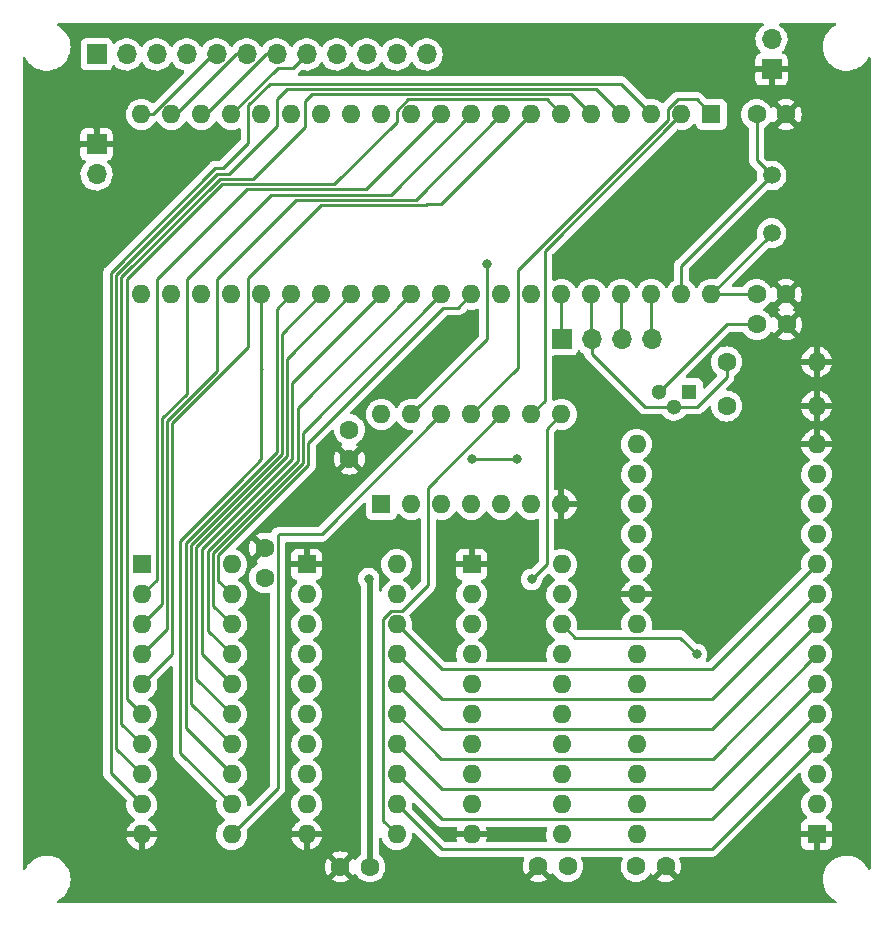
<source format=gbr>
%TF.GenerationSoftware,KiCad,Pcbnew,(6.0.4)*%
%TF.CreationDate,2022-04-30T14:30:54+02:00*%
%TF.ProjectId,TMS9918-2,544d5339-3931-4382-9d32-2e6b69636164,1.1*%
%TF.SameCoordinates,Original*%
%TF.FileFunction,Copper,L1,Top*%
%TF.FilePolarity,Positive*%
%FSLAX46Y46*%
G04 Gerber Fmt 4.6, Leading zero omitted, Abs format (unit mm)*
G04 Created by KiCad (PCBNEW (6.0.4)) date 2022-04-30 14:30:54*
%MOMM*%
%LPD*%
G01*
G04 APERTURE LIST*
%TA.AperFunction,ComponentPad*%
%ADD10C,1.600000*%
%TD*%
%TA.AperFunction,ComponentPad*%
%ADD11R,1.700000X1.700000*%
%TD*%
%TA.AperFunction,ComponentPad*%
%ADD12O,1.700000X1.700000*%
%TD*%
%TA.AperFunction,ComponentPad*%
%ADD13R,1.600000X1.600000*%
%TD*%
%TA.AperFunction,ComponentPad*%
%ADD14O,1.600000X1.600000*%
%TD*%
%TA.AperFunction,ComponentPad*%
%ADD15C,1.500000*%
%TD*%
%TA.AperFunction,ComponentPad*%
%ADD16R,1.300000X1.300000*%
%TD*%
%TA.AperFunction,ComponentPad*%
%ADD17C,1.300000*%
%TD*%
%TA.AperFunction,ViaPad*%
%ADD18C,0.800000*%
%TD*%
%TA.AperFunction,Conductor*%
%ADD19C,0.250000*%
%TD*%
%TA.AperFunction,Conductor*%
%ADD20C,0.500000*%
%TD*%
G04 APERTURE END LIST*
D10*
%TO.P,C8,1*%
%TO.N,Net-(C8-Pad1)*%
X106680000Y-83820000D03*
%TO.P,C8,2*%
%TO.N,GND*%
X109180000Y-83820000D03*
%TD*%
D11*
%TO.P,J4,1,Pin_1*%
%TO.N,/EXT*%
X90180000Y-87630000D03*
D12*
%TO.P,J4,2,Pin_2*%
%TO.N,/vid*%
X92720000Y-87630000D03*
%TO.P,J4,3,Pin_3*%
%TO.N,Net-(U1-Pad37)*%
X95260000Y-87630000D03*
%TO.P,J4,4,Pin_4*%
%TO.N,Net-(U1-Pad38)*%
X97800000Y-87630000D03*
%TD*%
D13*
%TO.P,U2,1,A14*%
%TO.N,GND*%
X111765000Y-129540000D03*
D14*
%TO.P,U2,2,A12*%
%TO.N,/VA12*%
X111765000Y-127000000D03*
%TO.P,U2,3,A7*%
%TO.N,/VA7*%
X111765000Y-124460000D03*
%TO.P,U2,4,A6*%
%TO.N,/VA6*%
X111765000Y-121920000D03*
%TO.P,U2,5,A5*%
%TO.N,/VA5*%
X111765000Y-119380000D03*
%TO.P,U2,6,A4*%
%TO.N,/VA4*%
X111765000Y-116840000D03*
%TO.P,U2,7,A3*%
%TO.N,/VA3*%
X111765000Y-114300000D03*
%TO.P,U2,8,A2*%
%TO.N,/VA2*%
X111765000Y-111760000D03*
%TO.P,U2,9,A1*%
%TO.N,/VA1*%
X111765000Y-109220000D03*
%TO.P,U2,10,A0*%
%TO.N,/VA0*%
X111765000Y-106680000D03*
%TO.P,U2,11,Q0*%
%TO.N,VD0*%
X111765000Y-104140000D03*
%TO.P,U2,12,Q1*%
%TO.N,VD1*%
X111765000Y-101600000D03*
%TO.P,U2,13,Q2*%
%TO.N,VD2*%
X111765000Y-99060000D03*
%TO.P,U2,14,GND*%
%TO.N,GND*%
X111765000Y-96520000D03*
%TO.P,U2,15,Q3*%
%TO.N,VD3*%
X96525000Y-96520000D03*
%TO.P,U2,16,Q4*%
%TO.N,VD4*%
X96525000Y-99060000D03*
%TO.P,U2,17,Q5*%
%TO.N,VD5*%
X96525000Y-101600000D03*
%TO.P,U2,18,Q6*%
%TO.N,VD6*%
X96525000Y-104140000D03*
%TO.P,U2,19,Q7*%
%TO.N,VD7*%
X96525000Y-106680000D03*
%TO.P,U2,20,~{CS}*%
%TO.N,GND*%
X96525000Y-109220000D03*
%TO.P,U2,21,A10*%
%TO.N,/VA10*%
X96525000Y-111760000D03*
%TO.P,U2,22,~{OE}*%
%TO.N,~{R}W*%
X96525000Y-114300000D03*
%TO.P,U2,23,A11*%
%TO.N,/VA11*%
X96525000Y-116840000D03*
%TO.P,U2,24,A9*%
%TO.N,/VA9*%
X96525000Y-119380000D03*
%TO.P,U2,25,A8*%
%TO.N,/VA8*%
X96525000Y-121920000D03*
%TO.P,U2,26,A13*%
%TO.N,/VA13*%
X96525000Y-124460000D03*
%TO.P,U2,27,~{WE}*%
%TO.N,R~{W}*%
X96525000Y-127000000D03*
%TO.P,U2,28,VCC*%
%TO.N,VCC*%
X96525000Y-129540000D03*
%TD*%
D13*
%TO.P,U1,1,~{RAS}*%
%TO.N,/~{RAS}*%
X102865000Y-68575000D03*
D14*
%TO.P,U1,2,~{CAS}*%
%TO.N,/~{CAS}*%
X100325000Y-68575000D03*
%TO.P,U1,3,AD7*%
%TO.N,/AD7*%
X97785000Y-68575000D03*
%TO.P,U1,4,AD6*%
%TO.N,/AD6*%
X95245000Y-68575000D03*
%TO.P,U1,5,AD5*%
%TO.N,/AD5*%
X92705000Y-68575000D03*
%TO.P,U1,6,AD4*%
%TO.N,/AD4*%
X90165000Y-68575000D03*
%TO.P,U1,7,AD3*%
%TO.N,/AD3*%
X87625000Y-68575000D03*
%TO.P,U1,8,AD2*%
%TO.N,/AD2*%
X85085000Y-68575000D03*
%TO.P,U1,9,AD1*%
%TO.N,/AD1*%
X82545000Y-68575000D03*
%TO.P,U1,10,AD0*%
%TO.N,/AD0*%
X80005000Y-68575000D03*
%TO.P,U1,11,R/~{W}*%
%TO.N,R~{W}*%
X77465000Y-68575000D03*
%TO.P,U1,12,VSS*%
%TO.N,GND*%
X74925000Y-68575000D03*
%TO.P,U1,13,MODE*%
%TO.N,/MODE*%
X72385000Y-68575000D03*
%TO.P,U1,14,~{CSW}*%
%TO.N,/~{CSW}*%
X69845000Y-68575000D03*
%TO.P,U1,15,~{CSR}*%
%TO.N,/~{CSR}*%
X67305000Y-68575000D03*
%TO.P,U1,16,~{INT}*%
%TO.N,unconnected-(U1-Pad16)*%
X64765000Y-68575000D03*
%TO.P,U1,17,CD7*%
%TO.N,/D7*%
X62225000Y-68575000D03*
%TO.P,U1,18,CD6*%
%TO.N,/D6*%
X59685000Y-68575000D03*
%TO.P,U1,19,CD5*%
%TO.N,/D5*%
X57145000Y-68575000D03*
%TO.P,U1,20,CD4*%
%TO.N,/D4*%
X54605000Y-68575000D03*
%TO.P,U1,21,CD3*%
%TO.N,/D3*%
X54605000Y-83815000D03*
%TO.P,U1,22,CD2*%
%TO.N,/D2*%
X57145000Y-83815000D03*
%TO.P,U1,23,CD1*%
%TO.N,/D1*%
X59685000Y-83815000D03*
%TO.P,U1,24,CD0*%
%TO.N,/D0*%
X62225000Y-83815000D03*
%TO.P,U1,25,RD7*%
%TO.N,VD7*%
X64765000Y-83815000D03*
%TO.P,U1,26,RD6*%
%TO.N,VD6*%
X67305000Y-83815000D03*
%TO.P,U1,27,RD5*%
%TO.N,VD5*%
X69845000Y-83815000D03*
%TO.P,U1,28,RD4*%
%TO.N,VD4*%
X72385000Y-83815000D03*
%TO.P,U1,29,RD3*%
%TO.N,VD3*%
X74925000Y-83815000D03*
%TO.P,U1,30,RD2*%
%TO.N,VD2*%
X77465000Y-83815000D03*
%TO.P,U1,31,RD1*%
%TO.N,VD1*%
X80005000Y-83815000D03*
%TO.P,U1,32,RD0*%
%TO.N,VD0*%
X82545000Y-83815000D03*
%TO.P,U1,33,VCC*%
%TO.N,VCC*%
X85085000Y-83815000D03*
%TO.P,U1,34,~{RESET}/SYNC*%
%TO.N,/~{RESET}*%
X87625000Y-83815000D03*
%TO.P,U1,35,EXTVDP*%
%TO.N,/EXT*%
X90165000Y-83815000D03*
%TO.P,U1,36,COMVID*%
%TO.N,/vid*%
X92705000Y-83815000D03*
%TO.P,U1,37,GROMCLK*%
%TO.N,Net-(U1-Pad37)*%
X95245000Y-83815000D03*
%TO.P,U1,38,CPUCLK*%
%TO.N,Net-(U1-Pad38)*%
X97785000Y-83815000D03*
%TO.P,U1,39,XTAL1*%
%TO.N,Net-(C7-Pad1)*%
X100325000Y-83815000D03*
%TO.P,U1,40,XTAL2*%
%TO.N,Net-(C8-Pad1)*%
X102865000Y-83815000D03*
%TD*%
D15*
%TO.P,Y1,1,1*%
%TO.N,Net-(C7-Pad1)*%
X107950000Y-73750000D03*
%TO.P,Y1,2,2*%
%TO.N,Net-(C8-Pad1)*%
X107950000Y-78630000D03*
%TD*%
D13*
%TO.P,U6,1*%
%TO.N,N/C*%
X74925000Y-101590000D03*
D14*
%TO.P,U6,2*%
X77465000Y-101590000D03*
%TO.P,U6,3*%
X80005000Y-101590000D03*
%TO.P,U6,4*%
X82545000Y-101590000D03*
%TO.P,U6,5*%
X85085000Y-101590000D03*
%TO.P,U6,6*%
X87625000Y-101590000D03*
%TO.P,U6,7,GND*%
%TO.N,GND*%
X90165000Y-101590000D03*
%TO.P,U6,8*%
%TO.N,/COL*%
X90165000Y-93970000D03*
%TO.P,U6,9*%
%TO.N,/~{CAS}*%
X87625000Y-93970000D03*
%TO.P,U6,10*%
%TO.N,/ROW*%
X85085000Y-93970000D03*
%TO.P,U6,11*%
%TO.N,/~{RAS}*%
X82545000Y-93970000D03*
%TO.P,U6,12*%
%TO.N,~{R}W*%
X80005000Y-93970000D03*
%TO.P,U6,13*%
%TO.N,R~{W}*%
X77465000Y-93970000D03*
%TO.P,U6,14,VCC*%
%TO.N,VCC*%
X74925000Y-93970000D03*
%TD*%
D10*
%TO.P,C6,1*%
%TO.N,VCC*%
X72207656Y-95259986D03*
%TO.P,C6,2*%
%TO.N,GND*%
X72207656Y-97759986D03*
%TD*%
%TO.P,C7,1*%
%TO.N,Net-(C7-Pad1)*%
X106680000Y-68580000D03*
%TO.P,C7,2*%
%TO.N,GND*%
X109180000Y-68580000D03*
%TD*%
%TO.P,C2,1*%
%TO.N,GND*%
X98990857Y-132239550D03*
%TO.P,C2,2*%
%TO.N,VCC*%
X96490857Y-132239550D03*
%TD*%
%TO.P,C4,1*%
%TO.N,VCC*%
X73939918Y-132281552D03*
%TO.P,C4,2*%
%TO.N,GND*%
X71439918Y-132281552D03*
%TD*%
D11*
%TO.P,J2,1,Pin_1*%
%TO.N,GND*%
X107950000Y-64770000D03*
D12*
%TO.P,J2,2,Pin_2*%
%TO.N,Net-(J2-Pad2)*%
X107950000Y-62230000D03*
%TD*%
D13*
%TO.P,U5,1,OE*%
%TO.N,GND*%
X82560000Y-106685000D03*
D14*
%TO.P,U5,2,D0*%
%TO.N,unconnected-(U5-Pad2)*%
X82560000Y-109225000D03*
%TO.P,U5,3,D1*%
%TO.N,/AD1*%
X82560000Y-111765000D03*
%TO.P,U5,4,D2*%
%TO.N,/AD2*%
X82560000Y-114305000D03*
%TO.P,U5,5,D3*%
%TO.N,/AD3*%
X82560000Y-116845000D03*
%TO.P,U5,6,D4*%
%TO.N,/AD4*%
X82560000Y-119385000D03*
%TO.P,U5,7,D5*%
%TO.N,/AD5*%
X82560000Y-121925000D03*
%TO.P,U5,8,D6*%
%TO.N,/AD6*%
X82560000Y-124465000D03*
%TO.P,U5,9,D7*%
%TO.N,/AD7*%
X82560000Y-127005000D03*
%TO.P,U5,10,GND*%
%TO.N,GND*%
X82560000Y-129545000D03*
%TO.P,U5,11,Cp*%
%TO.N,/COL*%
X90180000Y-129545000D03*
%TO.P,U5,12,Q7*%
%TO.N,/VA13*%
X90180000Y-127005000D03*
%TO.P,U5,13,Q6*%
%TO.N,/VA12*%
X90180000Y-124465000D03*
%TO.P,U5,14,Q5*%
%TO.N,/VA11*%
X90180000Y-121925000D03*
%TO.P,U5,15,Q4*%
%TO.N,/VA10*%
X90180000Y-119385000D03*
%TO.P,U5,16,Q3*%
%TO.N,/VA9*%
X90180000Y-116845000D03*
%TO.P,U5,17,Q2*%
%TO.N,/VA8*%
X90180000Y-114305000D03*
%TO.P,U5,18,Q1*%
%TO.N,/VA7*%
X90180000Y-111765000D03*
%TO.P,U5,19,Q0*%
%TO.N,unconnected-(U5-Pad19)*%
X90180000Y-109225000D03*
%TO.P,U5,20,VCC*%
%TO.N,VCC*%
X90180000Y-106685000D03*
%TD*%
D10*
%TO.P,C3,1*%
%TO.N,VCC*%
X65023254Y-107794320D03*
%TO.P,C3,2*%
%TO.N,GND*%
X65023254Y-105294320D03*
%TD*%
D16*
%TO.P,Q1,1,E*%
%TO.N,Net-(J2-Pad2)*%
X100965000Y-92075000D03*
D17*
%TO.P,Q1,2,B*%
%TO.N,/vid*%
X99695000Y-93345000D03*
%TO.P,Q1,3,C*%
%TO.N,VCC*%
X98425000Y-92075000D03*
%TD*%
D10*
%TO.P,R1,1*%
%TO.N,Net-(J2-Pad2)*%
X104140000Y-93269546D03*
D14*
%TO.P,R1,2*%
%TO.N,GND*%
X111760000Y-93269546D03*
%TD*%
D10*
%TO.P,R3,1*%
%TO.N,/vid*%
X104140000Y-89535000D03*
D14*
%TO.P,R3,2*%
%TO.N,GND*%
X111760000Y-89535000D03*
%TD*%
D10*
%TO.P,C1,1*%
%TO.N,VCC*%
X106720000Y-86360000D03*
%TO.P,C1,2*%
%TO.N,GND*%
X109220000Y-86360000D03*
%TD*%
%TO.P,C5,1*%
%TO.N,VCC*%
X90685822Y-132243134D03*
%TO.P,C5,2*%
%TO.N,GND*%
X88185822Y-132243134D03*
%TD*%
D13*
%TO.P,U4,1,OE*%
%TO.N,GND*%
X68590000Y-106685000D03*
D14*
%TO.P,U4,2,D0*%
%TO.N,unconnected-(U4-Pad2)*%
X68590000Y-109225000D03*
%TO.P,U4,3,D1*%
%TO.N,/AD1*%
X68590000Y-111765000D03*
%TO.P,U4,4,D2*%
%TO.N,/AD2*%
X68590000Y-114305000D03*
%TO.P,U4,5,D3*%
%TO.N,/AD3*%
X68590000Y-116845000D03*
%TO.P,U4,6,D4*%
%TO.N,/AD4*%
X68590000Y-119385000D03*
%TO.P,U4,7,D5*%
%TO.N,/AD5*%
X68590000Y-121925000D03*
%TO.P,U4,8,D6*%
%TO.N,/AD6*%
X68590000Y-124465000D03*
%TO.P,U4,9,D7*%
%TO.N,/AD7*%
X68590000Y-127005000D03*
%TO.P,U4,10,GND*%
%TO.N,GND*%
X68590000Y-129545000D03*
%TO.P,U4,11,Cp*%
%TO.N,/ROW*%
X76210000Y-129545000D03*
%TO.P,U4,12,Q7*%
%TO.N,/VA6*%
X76210000Y-127005000D03*
%TO.P,U4,13,Q6*%
%TO.N,/VA5*%
X76210000Y-124465000D03*
%TO.P,U4,14,Q5*%
%TO.N,/VA4*%
X76210000Y-121925000D03*
%TO.P,U4,15,Q4*%
%TO.N,/VA3*%
X76210000Y-119385000D03*
%TO.P,U4,16,Q3*%
%TO.N,/VA2*%
X76210000Y-116845000D03*
%TO.P,U4,17,Q2*%
%TO.N,/VA1*%
X76210000Y-114305000D03*
%TO.P,U4,18,Q1*%
%TO.N,/VA0*%
X76210000Y-111765000D03*
%TO.P,U4,19,Q0*%
%TO.N,unconnected-(U4-Pad19)*%
X76210000Y-109225000D03*
%TO.P,U4,20,VCC*%
%TO.N,VCC*%
X76210000Y-106685000D03*
%TD*%
D13*
%TO.P,U3,1,OE*%
%TO.N,R~{W}*%
X54620000Y-106685000D03*
D14*
%TO.P,U3,2,D0*%
%TO.N,/AD0*%
X54620000Y-109225000D03*
%TO.P,U3,3,D1*%
%TO.N,/AD1*%
X54620000Y-111765000D03*
%TO.P,U3,4,D2*%
%TO.N,/AD2*%
X54620000Y-114305000D03*
%TO.P,U3,5,D3*%
%TO.N,/AD3*%
X54620000Y-116845000D03*
%TO.P,U3,6,D4*%
%TO.N,/AD4*%
X54620000Y-119385000D03*
%TO.P,U3,7,D5*%
%TO.N,/AD5*%
X54620000Y-121925000D03*
%TO.P,U3,8,D6*%
%TO.N,/AD6*%
X54620000Y-124465000D03*
%TO.P,U3,9,D7*%
%TO.N,/AD7*%
X54620000Y-127005000D03*
%TO.P,U3,10,GND*%
%TO.N,GND*%
X54620000Y-129545000D03*
%TO.P,U3,11,Cp*%
%TO.N,~{R}W*%
X62240000Y-129545000D03*
%TO.P,U3,12,Q7*%
%TO.N,VD7*%
X62240000Y-127005000D03*
%TO.P,U3,13,Q6*%
%TO.N,VD6*%
X62240000Y-124465000D03*
%TO.P,U3,14,Q5*%
%TO.N,VD5*%
X62240000Y-121925000D03*
%TO.P,U3,15,Q4*%
%TO.N,VD4*%
X62240000Y-119385000D03*
%TO.P,U3,16,Q3*%
%TO.N,VD3*%
X62240000Y-116845000D03*
%TO.P,U3,17,Q2*%
%TO.N,VD2*%
X62240000Y-114305000D03*
%TO.P,U3,18,Q1*%
%TO.N,VD1*%
X62240000Y-111765000D03*
%TO.P,U3,19,Q0*%
%TO.N,VD0*%
X62240000Y-109225000D03*
%TO.P,U3,20,VCC*%
%TO.N,VCC*%
X62240000Y-106685000D03*
%TD*%
D11*
%TO.P,J3,1,Pin_1*%
%TO.N,GND*%
X50800000Y-71120000D03*
D12*
%TO.P,J3,2,Pin_2*%
%TO.N,VCC*%
X50800000Y-73660000D03*
%TD*%
D11*
%TO.P,J1,1,Pin_1*%
%TO.N,/D0*%
X50805000Y-63500000D03*
D12*
%TO.P,J1,2,Pin_2*%
%TO.N,/D1*%
X53345000Y-63500000D03*
%TO.P,J1,3,Pin_3*%
%TO.N,/D2*%
X55885000Y-63500000D03*
%TO.P,J1,4,Pin_4*%
%TO.N,/D3*%
X58425000Y-63500000D03*
%TO.P,J1,5,Pin_5*%
%TO.N,/D4*%
X60965000Y-63500000D03*
%TO.P,J1,6,Pin_6*%
%TO.N,/D5*%
X63505000Y-63500000D03*
%TO.P,J1,7,Pin_7*%
%TO.N,/D6*%
X66045000Y-63500000D03*
%TO.P,J1,8,Pin_8*%
%TO.N,/D7*%
X68585000Y-63500000D03*
%TO.P,J1,9,Pin_9*%
%TO.N,/~{CSR}*%
X71125000Y-63500000D03*
%TO.P,J1,10,Pin_10*%
%TO.N,/~{CSW}*%
X73665000Y-63500000D03*
%TO.P,J1,11,Pin_11*%
%TO.N,/MODE*%
X76205000Y-63500000D03*
%TO.P,J1,12,Pin_12*%
%TO.N,/~{RESET}*%
X78745000Y-63500000D03*
%TD*%
D18*
%TO.N,GND*%
X77470000Y-64770000D03*
X69850000Y-97790000D03*
X69850000Y-100330000D03*
%TO.N,VCC*%
X73840933Y-107877392D03*
%TO.N,/COL*%
X87630000Y-107950000D03*
%TO.N,/VA7*%
X101600000Y-114300000D03*
%TO.N,R~{W}*%
X86360000Y-97790000D03*
X83820000Y-81280000D03*
X82550000Y-97790000D03*
%TD*%
D19*
%TO.N,GND*%
X69850000Y-97790000D02*
X69850000Y-100330000D01*
%TO.N,Net-(C8-Pad1)*%
X106680000Y-83820000D02*
X102870000Y-83820000D01*
X102865000Y-83815000D02*
X107950000Y-78730000D01*
X107950000Y-78730000D02*
X107950000Y-78630000D01*
X102870000Y-83820000D02*
X102865000Y-83815000D01*
%TO.N,/vid*%
X92705000Y-83815000D02*
X92705000Y-87615000D01*
X97232919Y-93345000D02*
X99695000Y-93345000D01*
X99695000Y-93345000D02*
X101644022Y-93345000D01*
X92705000Y-87615000D02*
X92720000Y-87630000D01*
X101644022Y-93345000D02*
X104140000Y-90849022D01*
X104140000Y-90849022D02*
X104140000Y-89535000D01*
X92720000Y-87630000D02*
X92720000Y-88832081D01*
X92720000Y-88832081D02*
X97232919Y-93345000D01*
D20*
%TO.N,VCC*%
X73840933Y-107877392D02*
X73939918Y-107976377D01*
D19*
X104140000Y-86360000D02*
X106720000Y-86360000D01*
X98425000Y-92075000D02*
X104140000Y-86360000D01*
D20*
X73939918Y-107976377D02*
X73939918Y-132281552D01*
D19*
%TO.N,VD7*%
X64770000Y-90170000D02*
X64765000Y-90175000D01*
X64765000Y-97795001D02*
X62971920Y-99588083D01*
X57891920Y-104668083D02*
X57891920Y-122656920D01*
X62971920Y-99588083D02*
X57891920Y-104668083D01*
X57891920Y-122656920D02*
X62240000Y-127005000D01*
X64765000Y-83815000D02*
X64765000Y-90165000D01*
X64765000Y-90175000D02*
X64765000Y-97795001D01*
X64765000Y-90165000D02*
X64770000Y-90170000D01*
%TO.N,VD6*%
X67305000Y-83815000D02*
X66040000Y-85080000D01*
X66040000Y-85080000D02*
X66040000Y-97155720D01*
X58341440Y-104854280D02*
X58341440Y-120566440D01*
X66040000Y-97155720D02*
X58341440Y-104854280D01*
X58341440Y-120566440D02*
X62240000Y-124465000D01*
%TO.N,/ROW*%
X75085489Y-111299211D02*
X75085489Y-128420489D01*
X75085489Y-128420489D02*
X76210000Y-129545000D01*
X76675789Y-110640489D02*
X75744211Y-110640489D01*
X75744211Y-110640489D02*
X75085489Y-111299211D01*
X85085000Y-93970000D02*
X78880489Y-100174511D01*
X78880489Y-108435789D02*
X76675789Y-110640489D01*
X78880489Y-100174511D02*
X78880489Y-108435789D01*
%TO.N,/VA6*%
X111765000Y-121920000D02*
X102875000Y-130810000D01*
X102875000Y-130810000D02*
X80015000Y-130810000D01*
X80015000Y-130810000D02*
X76210000Y-127005000D01*
%TO.N,/VA5*%
X80015000Y-128270000D02*
X76210000Y-124465000D01*
X102875000Y-128270000D02*
X80015000Y-128270000D01*
X111765000Y-119380000D02*
X102875000Y-128270000D01*
%TO.N,/VA4*%
X80015000Y-125730000D02*
X76210000Y-121925000D01*
X102875000Y-125730000D02*
X80015000Y-125730000D01*
X111765000Y-116840000D02*
X102875000Y-125730000D01*
%TO.N,/VA3*%
X111765000Y-114300000D02*
X102953560Y-123111440D01*
X79936440Y-123111440D02*
X76210000Y-119385000D01*
X102953560Y-123111440D02*
X79936440Y-123111440D01*
%TO.N,/VA2*%
X80015000Y-120650000D02*
X76210000Y-116845000D01*
X102875000Y-120650000D02*
X80015000Y-120650000D01*
X111765000Y-111760000D02*
X102875000Y-120650000D01*
%TO.N,/VA1*%
X76210000Y-114305000D02*
X80015000Y-118110000D01*
X80015000Y-118110000D02*
X102875000Y-118110000D01*
X102875000Y-118110000D02*
X111765000Y-109220000D01*
%TO.N,/VA0*%
X102875000Y-115570000D02*
X111765000Y-106680000D01*
X76210000Y-111765000D02*
X80015000Y-115570000D01*
X80015000Y-115570000D02*
X102875000Y-115570000D01*
%TO.N,/COL*%
X87630000Y-107950000D02*
X88900000Y-106680000D01*
X88900000Y-106680000D02*
X88900000Y-95235000D01*
X88900000Y-95235000D02*
X90165000Y-93970000D01*
%TO.N,/VA7*%
X91299511Y-112884511D02*
X100184511Y-112884511D01*
X100184511Y-112884511D02*
X101600000Y-114300000D01*
X90180000Y-111765000D02*
X91299511Y-112884511D01*
%TO.N,VD5*%
X66489520Y-87170480D02*
X66489520Y-97341917D01*
X69845000Y-83815000D02*
X66489520Y-87170480D01*
X58790960Y-118475960D02*
X62240000Y-121925000D01*
X58790960Y-105040477D02*
X58790960Y-118475960D01*
X66489520Y-97341917D02*
X58790960Y-105040477D01*
%TO.N,VD4*%
X66939040Y-97528114D02*
X59240480Y-105226674D01*
X59240480Y-105226674D02*
X59240480Y-116385480D01*
X72385000Y-83815000D02*
X66939040Y-89260960D01*
X66939040Y-89260960D02*
X66939040Y-97528114D01*
X59240480Y-116385480D02*
X62240000Y-119385000D01*
%TO.N,VD3*%
X59690000Y-105412871D02*
X59690000Y-114295000D01*
X67388560Y-97714311D02*
X59690000Y-105412871D01*
X59690000Y-114295000D02*
X62240000Y-116845000D01*
X74925000Y-83815000D02*
X67388560Y-91351440D01*
X67388560Y-91351440D02*
X67388560Y-97714311D01*
%TO.N,VD2*%
X67838080Y-97900512D02*
X60216449Y-105522143D01*
X67838080Y-93441920D02*
X67838080Y-97900512D01*
X60216449Y-112281449D02*
X62240000Y-114305000D01*
X77465000Y-83815000D02*
X67838080Y-93441920D01*
X60216449Y-105522143D02*
X60216449Y-112281449D01*
%TO.N,Net-(C7-Pad1)*%
X100325000Y-83815000D02*
X100325000Y-81375000D01*
X100325000Y-81375000D02*
X107950000Y-73750000D01*
X106680000Y-68580000D02*
X106680000Y-72480000D01*
X106680000Y-72480000D02*
X107950000Y-73750000D01*
%TO.N,VD1*%
X80005000Y-83825000D02*
X68287600Y-95542400D01*
X80005000Y-83815000D02*
X80005000Y-83825000D01*
X68287600Y-98086710D02*
X60665969Y-105708341D01*
X60665969Y-105708341D02*
X60665969Y-110190969D01*
X60665969Y-110190969D02*
X62240000Y-111765000D01*
X68287600Y-95542400D02*
X68287600Y-98086710D01*
%TO.N,VD0*%
X68737120Y-98272908D02*
X61115489Y-105894539D01*
X80160489Y-84939511D02*
X68737120Y-96362880D01*
X61115489Y-108100489D02*
X62240000Y-109225000D01*
X68737120Y-96362880D02*
X68737120Y-98272908D01*
X61115489Y-105894539D02*
X61115489Y-108100489D01*
X81420489Y-84939511D02*
X80160489Y-84939511D01*
X82545000Y-83815000D02*
X81420489Y-84939511D01*
%TO.N,/D4*%
X55554700Y-68575000D02*
X54605000Y-68575000D01*
X60629700Y-63500000D02*
X55554700Y-68575000D01*
X60965000Y-63500000D02*
X60629700Y-63500000D01*
%TO.N,/D5*%
X57145000Y-68575000D02*
X57551010Y-68575000D01*
X57551010Y-68575000D02*
X62626010Y-63500000D01*
X62626010Y-63500000D02*
X63505000Y-63500000D01*
%TO.N,/D6*%
X59685000Y-68575000D02*
X60091010Y-68575000D01*
X65166010Y-63500000D02*
X66045000Y-63500000D01*
X60091010Y-68575000D02*
X65166010Y-63500000D01*
%TO.N,/D7*%
X67410489Y-64674511D02*
X68585000Y-63500000D01*
X67410489Y-64674511D02*
X66125489Y-64674511D01*
X66125489Y-64674511D02*
X62225000Y-68575000D01*
%TO.N,/EXT*%
X90165000Y-87615000D02*
X90180000Y-87630000D01*
X90165000Y-83815000D02*
X90165000Y-87615000D01*
%TO.N,Net-(U1-Pad37)*%
X95245000Y-87615000D02*
X95260000Y-87630000D01*
X95245000Y-83815000D02*
X95245000Y-87615000D01*
%TO.N,/~{RAS}*%
X99200489Y-69063793D02*
X99200489Y-68109211D01*
X99200489Y-68109211D02*
X99999700Y-67310000D01*
X99999700Y-67310000D02*
X101600000Y-67310000D01*
X86500489Y-90014511D02*
X86500489Y-81763793D01*
X86500489Y-81763793D02*
X99200489Y-69063793D01*
X101600000Y-67310000D02*
X102865000Y-68575000D01*
X82545000Y-93970000D02*
X86500489Y-90014511D01*
%TO.N,/~{CAS}*%
X88749511Y-80150489D02*
X100325000Y-68575000D01*
X87625000Y-93970000D02*
X88749511Y-92845489D01*
X88749511Y-92845489D02*
X88749511Y-80150489D01*
%TO.N,/AD7*%
X95171440Y-65961440D02*
X65474264Y-65961440D01*
X61488080Y-73131920D02*
X60850928Y-73131920D01*
X97785000Y-68575000D02*
X95171440Y-65961440D01*
X63640489Y-67795215D02*
X63640489Y-70979511D01*
X63640489Y-70979511D02*
X61488080Y-73131920D01*
X65474264Y-65961440D02*
X63640489Y-67795215D01*
X51991440Y-81991408D02*
X51991440Y-124376440D01*
X60850928Y-73131920D02*
X51991440Y-81991408D01*
X51991440Y-124376440D02*
X54620000Y-127005000D01*
%TO.N,/AD6*%
X66939040Y-66410960D02*
X66040000Y-67310000D01*
X62001997Y-73581440D02*
X61037125Y-73581440D01*
X66040000Y-67310000D02*
X66040000Y-69543437D01*
X61037125Y-73581440D02*
X52440960Y-82177605D01*
X95245000Y-68575000D02*
X93080960Y-66410960D01*
X93080960Y-66410960D02*
X66939040Y-66410960D01*
X52440960Y-122285960D02*
X54620000Y-124465000D01*
X66040000Y-69543437D02*
X62001997Y-73581440D01*
X52440960Y-82177605D02*
X52440960Y-122285960D01*
%TO.N,/AD5*%
X68429511Y-69672293D02*
X64070844Y-74030960D01*
X90990480Y-66860480D02*
X69029520Y-66860480D01*
X64070844Y-74030960D02*
X61223322Y-74030960D01*
X52890480Y-82363802D02*
X52890480Y-120195480D01*
X68429511Y-67460489D02*
X68429511Y-69672293D01*
X61223322Y-74030960D02*
X52890480Y-82363802D01*
X52890480Y-120195480D02*
X54620000Y-121925000D01*
X69029520Y-66860480D02*
X68429511Y-67460489D01*
X92705000Y-68575000D02*
X90990480Y-66860480D01*
%TO.N,/AD4*%
X70900798Y-74480480D02*
X76200000Y-69181278D01*
X53340000Y-82550000D02*
X61409520Y-74480480D01*
X77139700Y-67310000D02*
X88900000Y-67310000D01*
X54620000Y-119385000D02*
X53340000Y-118105000D01*
X53340000Y-118105000D02*
X53340000Y-82550000D01*
X76200000Y-68249700D02*
X77139700Y-67310000D01*
X61409520Y-74480480D02*
X70900798Y-74480480D01*
X88900000Y-67310000D02*
X90165000Y-68575000D01*
X76200000Y-69181278D02*
X76200000Y-68249700D01*
%TO.N,/AD3*%
X63640489Y-82409511D02*
X63640489Y-88279480D01*
X78661440Y-76278560D02*
X69771440Y-76278560D01*
X69771440Y-76278560D02*
X63640489Y-82409511D01*
X57228560Y-94691409D02*
X57228560Y-114236440D01*
X63640489Y-88279480D02*
X57228560Y-94691409D01*
X87625000Y-68575000D02*
X80000000Y-76200000D01*
X80000000Y-76200000D02*
X78740000Y-76200000D01*
X57228560Y-114236440D02*
X54620000Y-116845000D01*
X78740000Y-76200000D02*
X78661440Y-76278560D01*
%TO.N,/AD2*%
X60960000Y-90324251D02*
X60960000Y-82550000D01*
X56779040Y-94505211D02*
X56779040Y-112145960D01*
X77830960Y-75829040D02*
X67680960Y-75829040D01*
X67680960Y-75829040D02*
X60960000Y-82550000D01*
X60960000Y-90324251D02*
X56779040Y-94505211D01*
X56779040Y-112145960D02*
X54620000Y-114305000D01*
X85085000Y-68575000D02*
X77830960Y-75829040D01*
%TO.N,/AD1*%
X75740480Y-75379520D02*
X65590480Y-75379520D01*
X56329520Y-110055480D02*
X54620000Y-111765000D01*
X65590480Y-75379520D02*
X58420000Y-82550000D01*
X58420000Y-92228533D02*
X56329520Y-94319014D01*
X82545000Y-68575000D02*
X75740480Y-75379520D01*
X56329520Y-94319014D02*
X56329520Y-110055480D01*
X58420000Y-82550000D02*
X58420000Y-92228533D01*
%TO.N,/AD0*%
X55880000Y-107965000D02*
X55880000Y-82550000D01*
X73650000Y-74930000D02*
X80005000Y-68575000D01*
X55880000Y-82550000D02*
X63500000Y-74930000D01*
X63500000Y-74930000D02*
X73650000Y-74930000D01*
X54620000Y-109225000D02*
X55880000Y-107965000D01*
%TO.N,R~{W}*%
X83820000Y-87615000D02*
X77465000Y-93970000D01*
X83820000Y-81280000D02*
X83820000Y-87615000D01*
X86360000Y-97790000D02*
X82550000Y-97790000D01*
%TO.N,~{R}W*%
X62240000Y-129545000D02*
X66147765Y-125637235D01*
X66147765Y-104247765D02*
X66255530Y-104140000D01*
X69850000Y-104140000D02*
X80005000Y-93985000D01*
X66255530Y-104140000D02*
X69850000Y-104140000D01*
X66147765Y-125637235D02*
X66147765Y-104247765D01*
X80005000Y-93985000D02*
X80005000Y-93970000D01*
%TO.N,Net-(U1-Pad38)*%
X97785000Y-87615000D02*
X97800000Y-87630000D01*
X97785000Y-83815000D02*
X97785000Y-87615000D01*
%TD*%
%TA.AperFunction,Conductor*%
%TO.N,GND*%
G36*
X107243622Y-60853502D02*
G01*
X107290115Y-60907158D01*
X107300219Y-60977432D01*
X107270725Y-61042012D01*
X107233683Y-61071262D01*
X107223607Y-61076507D01*
X107219474Y-61079610D01*
X107219471Y-61079612D01*
X107195247Y-61097800D01*
X107044965Y-61210635D01*
X106890629Y-61372138D01*
X106887715Y-61376410D01*
X106887714Y-61376411D01*
X106875404Y-61394457D01*
X106764743Y-61556680D01*
X106670688Y-61759305D01*
X106610989Y-61974570D01*
X106587251Y-62196695D01*
X106587548Y-62201848D01*
X106587548Y-62201851D01*
X106592857Y-62293919D01*
X106600110Y-62419715D01*
X106601247Y-62424761D01*
X106601248Y-62424767D01*
X106621119Y-62512939D01*
X106649222Y-62637639D01*
X106733266Y-62844616D01*
X106773105Y-62909627D01*
X106835475Y-63011406D01*
X106849987Y-63035088D01*
X106996250Y-63203938D01*
X107000225Y-63207238D01*
X107000231Y-63207244D01*
X107005425Y-63211556D01*
X107045059Y-63270460D01*
X107046555Y-63341441D01*
X107009439Y-63401962D01*
X106969168Y-63426480D01*
X106861946Y-63466676D01*
X106846351Y-63475214D01*
X106744276Y-63551715D01*
X106731715Y-63564276D01*
X106655214Y-63666351D01*
X106646676Y-63681946D01*
X106601522Y-63802394D01*
X106597895Y-63817649D01*
X106592369Y-63868514D01*
X106592000Y-63875328D01*
X106592000Y-64497885D01*
X106596475Y-64513124D01*
X106597865Y-64514329D01*
X106605548Y-64516000D01*
X109289884Y-64516000D01*
X109305123Y-64511525D01*
X109306328Y-64510135D01*
X109307999Y-64502452D01*
X109307999Y-63875331D01*
X109307629Y-63868510D01*
X109302105Y-63817648D01*
X109298479Y-63802396D01*
X109253324Y-63681946D01*
X109244786Y-63666351D01*
X109168285Y-63564276D01*
X109155724Y-63551715D01*
X109053649Y-63475214D01*
X109038054Y-63466676D01*
X108927813Y-63425348D01*
X108871049Y-63382706D01*
X108846349Y-63316145D01*
X108861557Y-63246796D01*
X108883104Y-63218115D01*
X108984430Y-63117144D01*
X108984440Y-63117132D01*
X108988096Y-63113489D01*
X109038040Y-63043985D01*
X109115435Y-62936277D01*
X109118453Y-62932077D01*
X109129549Y-62909627D01*
X109215136Y-62736453D01*
X109215137Y-62736451D01*
X109217430Y-62731811D01*
X109282370Y-62518069D01*
X109311529Y-62296590D01*
X109312505Y-62256638D01*
X109313074Y-62233365D01*
X109313074Y-62233361D01*
X109313156Y-62230000D01*
X109294852Y-62007361D01*
X109240431Y-61790702D01*
X109151354Y-61585840D01*
X109030014Y-61398277D01*
X108879670Y-61233051D01*
X108875619Y-61229852D01*
X108875615Y-61229848D01*
X108708414Y-61097800D01*
X108708410Y-61097798D01*
X108704359Y-61094598D01*
X108699835Y-61092100D01*
X108699831Y-61092098D01*
X108659453Y-61069808D01*
X108609483Y-61019376D01*
X108594711Y-60949933D01*
X108619827Y-60883528D01*
X108676858Y-60841243D01*
X108720347Y-60833500D01*
X113328421Y-60833500D01*
X113396542Y-60853502D01*
X113443035Y-60907158D01*
X113453139Y-60977432D01*
X113423645Y-61042012D01*
X113386638Y-61070973D01*
X113386030Y-61071232D01*
X113346988Y-61094598D01*
X113154725Y-61209664D01*
X113154721Y-61209667D01*
X113151043Y-61211868D01*
X112937318Y-61383094D01*
X112825964Y-61500436D01*
X112768136Y-61561375D01*
X112748808Y-61581742D01*
X112589002Y-61804136D01*
X112460857Y-62046161D01*
X112459385Y-62050184D01*
X112459383Y-62050188D01*
X112369212Y-62296590D01*
X112366743Y-62303337D01*
X112308404Y-62570907D01*
X112286917Y-62843918D01*
X112287334Y-62851156D01*
X112302682Y-63117320D01*
X112355405Y-63386053D01*
X112356792Y-63390103D01*
X112356793Y-63390108D01*
X112423029Y-63583567D01*
X112444112Y-63645144D01*
X112485722Y-63727877D01*
X112542837Y-63841437D01*
X112567160Y-63889799D01*
X112569586Y-63893328D01*
X112569589Y-63893334D01*
X112719843Y-64111953D01*
X112722274Y-64115490D01*
X112725161Y-64118663D01*
X112725162Y-64118664D01*
X112801062Y-64202077D01*
X112906582Y-64318043D01*
X113116675Y-64493707D01*
X113120316Y-64495991D01*
X113345024Y-64636951D01*
X113345028Y-64636953D01*
X113348664Y-64639234D01*
X113467647Y-64692957D01*
X113594345Y-64750164D01*
X113594349Y-64750166D01*
X113598257Y-64751930D01*
X113602377Y-64753150D01*
X113602376Y-64753150D01*
X113856723Y-64828491D01*
X113856727Y-64828492D01*
X113860836Y-64829709D01*
X113865070Y-64830357D01*
X113865075Y-64830358D01*
X114127298Y-64870483D01*
X114127300Y-64870483D01*
X114131540Y-64871132D01*
X114270912Y-64873322D01*
X114401071Y-64875367D01*
X114401077Y-64875367D01*
X114405362Y-64875434D01*
X114677235Y-64842534D01*
X114942127Y-64773041D01*
X114946087Y-64771401D01*
X114946092Y-64771399D01*
X115068632Y-64720641D01*
X115195136Y-64668241D01*
X115331944Y-64588297D01*
X115427879Y-64532237D01*
X115427880Y-64532236D01*
X115431582Y-64530073D01*
X115647089Y-64361094D01*
X115688809Y-64318043D01*
X115771059Y-64233167D01*
X115837669Y-64164431D01*
X115840202Y-64160983D01*
X115840206Y-64160978D01*
X115997257Y-63947178D01*
X115999795Y-63943723D01*
X116094769Y-63768803D01*
X116144852Y-63718481D01*
X116214190Y-63703225D01*
X116280769Y-63727877D01*
X116323451Y-63784612D01*
X116331500Y-63828925D01*
X116331500Y-132387891D01*
X116311498Y-132456012D01*
X116257842Y-132502505D01*
X116187568Y-132512609D01*
X116122988Y-132483115D01*
X116093534Y-132445681D01*
X116023978Y-132310919D01*
X116023978Y-132310918D01*
X116022013Y-132307112D01*
X116012040Y-132292921D01*
X115867008Y-132086562D01*
X115864545Y-132083057D01*
X115793077Y-132006148D01*
X115681046Y-131885588D01*
X115681043Y-131885585D01*
X115678125Y-131882445D01*
X115674810Y-131879731D01*
X115674806Y-131879728D01*
X115469523Y-131711706D01*
X115466205Y-131708990D01*
X115232704Y-131565901D01*
X115219364Y-131560045D01*
X114985873Y-131457549D01*
X114985869Y-131457548D01*
X114981945Y-131455825D01*
X114718566Y-131380800D01*
X114714324Y-131380196D01*
X114714318Y-131380195D01*
X114482497Y-131347202D01*
X114447443Y-131342213D01*
X114303589Y-131341460D01*
X114177877Y-131340802D01*
X114177871Y-131340802D01*
X114173591Y-131340780D01*
X114169347Y-131341339D01*
X114169343Y-131341339D01*
X114067424Y-131354757D01*
X113902078Y-131376525D01*
X113897938Y-131377658D01*
X113897936Y-131377658D01*
X113880635Y-131382391D01*
X113637928Y-131448788D01*
X113633980Y-131450472D01*
X113389982Y-131554546D01*
X113389978Y-131554548D01*
X113386030Y-131556232D01*
X113278988Y-131620295D01*
X113154725Y-131694664D01*
X113154721Y-131694667D01*
X113151043Y-131696868D01*
X112937318Y-131868094D01*
X112868632Y-131940474D01*
X112756124Y-132059033D01*
X112748808Y-132066742D01*
X112589002Y-132289136D01*
X112460857Y-132531161D01*
X112459385Y-132535184D01*
X112459383Y-132535188D01*
X112386040Y-132735605D01*
X112366743Y-132788337D01*
X112308404Y-133055907D01*
X112308068Y-133060177D01*
X112293770Y-133241851D01*
X112286917Y-133328918D01*
X112287334Y-133336156D01*
X112302682Y-133602320D01*
X112355405Y-133871053D01*
X112356792Y-133875103D01*
X112356793Y-133875108D01*
X112442723Y-134126088D01*
X112444112Y-134130144D01*
X112485722Y-134212877D01*
X112542837Y-134326437D01*
X112567160Y-134374799D01*
X112569586Y-134378328D01*
X112569589Y-134378334D01*
X112719843Y-134596953D01*
X112722274Y-134600490D01*
X112906582Y-134803043D01*
X113116675Y-134978707D01*
X113120316Y-134980991D01*
X113345024Y-135121951D01*
X113345028Y-135121953D01*
X113348664Y-135124234D01*
X113382677Y-135139592D01*
X113385050Y-135140663D01*
X113438904Y-135186926D01*
X113459198Y-135254960D01*
X113439488Y-135323166D01*
X113386032Y-135369888D01*
X113333199Y-135381500D01*
X47554880Y-135381500D01*
X47486759Y-135361498D01*
X47440266Y-135307842D01*
X47430162Y-135237568D01*
X47459656Y-135172988D01*
X47491309Y-135146712D01*
X47712879Y-135017237D01*
X47712880Y-135017236D01*
X47716582Y-135015073D01*
X47932089Y-134846094D01*
X47973809Y-134803043D01*
X48119686Y-134652509D01*
X48122669Y-134649431D01*
X48125202Y-134645983D01*
X48125206Y-134645978D01*
X48282257Y-134432178D01*
X48284795Y-134428723D01*
X48312154Y-134378334D01*
X48413418Y-134191830D01*
X48413419Y-134191828D01*
X48415468Y-134188054D01*
X48512269Y-133931877D01*
X48553173Y-133753279D01*
X48572449Y-133669117D01*
X48572450Y-133669113D01*
X48573407Y-133664933D01*
X48579732Y-133594069D01*
X48597531Y-133394627D01*
X48597531Y-133394625D01*
X48597751Y-133392161D01*
X48598008Y-133367614D01*
X70718411Y-133367614D01*
X70727707Y-133379629D01*
X70778912Y-133415483D01*
X70788407Y-133420966D01*
X70985865Y-133513042D01*
X70996157Y-133516788D01*
X71206606Y-133573177D01*
X71217399Y-133575080D01*
X71434443Y-133594069D01*
X71445393Y-133594069D01*
X71662437Y-133575080D01*
X71673230Y-133573177D01*
X71883679Y-133516788D01*
X71893971Y-133513042D01*
X72091429Y-133420966D01*
X72100924Y-133415483D01*
X72152966Y-133379043D01*
X72161342Y-133368564D01*
X72154274Y-133355118D01*
X71452730Y-132653574D01*
X71438786Y-132645960D01*
X71436953Y-132646091D01*
X71430338Y-132650342D01*
X70724841Y-133355839D01*
X70718411Y-133367614D01*
X48598008Y-133367614D01*
X48598193Y-133350000D01*
X48596595Y-133326562D01*
X48579859Y-133081055D01*
X48579858Y-133081049D01*
X48579567Y-133076778D01*
X48562820Y-132995908D01*
X48541158Y-132891312D01*
X48524032Y-132808612D01*
X48432617Y-132550465D01*
X48307013Y-132307112D01*
X48297040Y-132292921D01*
X48292898Y-132287027D01*
X70127401Y-132287027D01*
X70146390Y-132504071D01*
X70148293Y-132514864D01*
X70204682Y-132725313D01*
X70208428Y-132735605D01*
X70300504Y-132933063D01*
X70305987Y-132942558D01*
X70342427Y-132994600D01*
X70352906Y-133002976D01*
X70366352Y-132995908D01*
X71067896Y-132294364D01*
X71075510Y-132280420D01*
X71075379Y-132278587D01*
X71071128Y-132271972D01*
X70365631Y-131566475D01*
X70353856Y-131560045D01*
X70341841Y-131569341D01*
X70305987Y-131620546D01*
X70300504Y-131630041D01*
X70208428Y-131827499D01*
X70204682Y-131837791D01*
X70148293Y-132048240D01*
X70146390Y-132059033D01*
X70127401Y-132276077D01*
X70127401Y-132287027D01*
X48292898Y-132287027D01*
X48152008Y-132086562D01*
X48149545Y-132083057D01*
X48078077Y-132006148D01*
X47966046Y-131885588D01*
X47966043Y-131885585D01*
X47963125Y-131882445D01*
X47959810Y-131879731D01*
X47959806Y-131879728D01*
X47754523Y-131711706D01*
X47751205Y-131708990D01*
X47517704Y-131565901D01*
X47504364Y-131560045D01*
X47270873Y-131457549D01*
X47270869Y-131457548D01*
X47266945Y-131455825D01*
X47003566Y-131380800D01*
X46999324Y-131380196D01*
X46999318Y-131380195D01*
X46767497Y-131347202D01*
X46732443Y-131342213D01*
X46588589Y-131341460D01*
X46462877Y-131340802D01*
X46462871Y-131340802D01*
X46458591Y-131340780D01*
X46454347Y-131341339D01*
X46454343Y-131341339D01*
X46352424Y-131354757D01*
X46187078Y-131376525D01*
X46182938Y-131377658D01*
X46182936Y-131377658D01*
X46165635Y-131382391D01*
X45922928Y-131448788D01*
X45918980Y-131450472D01*
X45674982Y-131554546D01*
X45674978Y-131554548D01*
X45671030Y-131556232D01*
X45563988Y-131620295D01*
X45439725Y-131694664D01*
X45439721Y-131694667D01*
X45436043Y-131696868D01*
X45222318Y-131868094D01*
X45153632Y-131940474D01*
X45041124Y-132059033D01*
X45033808Y-132066742D01*
X44874002Y-132289136D01*
X44871998Y-132292921D01*
X44790855Y-132446174D01*
X44741302Y-132497017D01*
X44672127Y-132512999D01*
X44605294Y-132489045D01*
X44562020Y-132432761D01*
X44553500Y-132387215D01*
X44553500Y-131194540D01*
X70718494Y-131194540D01*
X70725562Y-131207986D01*
X71427106Y-131909530D01*
X71441050Y-131917144D01*
X71442883Y-131917013D01*
X71449498Y-131912762D01*
X72154995Y-131207265D01*
X72161425Y-131195490D01*
X72152129Y-131183475D01*
X72100924Y-131147621D01*
X72091429Y-131142138D01*
X71893971Y-131050062D01*
X71883679Y-131046316D01*
X71673230Y-130989927D01*
X71662437Y-130988024D01*
X71445393Y-130969035D01*
X71434443Y-130969035D01*
X71217399Y-130988024D01*
X71206606Y-130989927D01*
X70996157Y-131046316D01*
X70985865Y-131050062D01*
X70788407Y-131142138D01*
X70778912Y-131147621D01*
X70726870Y-131184061D01*
X70718494Y-131194540D01*
X44553500Y-131194540D01*
X44553500Y-129811522D01*
X53337273Y-129811522D01*
X53384764Y-129988761D01*
X53388510Y-129999053D01*
X53480586Y-130196511D01*
X53486069Y-130206007D01*
X53611028Y-130384467D01*
X53618084Y-130392875D01*
X53772125Y-130546916D01*
X53780533Y-130553972D01*
X53958993Y-130678931D01*
X53968489Y-130684414D01*
X54165947Y-130776490D01*
X54176239Y-130780236D01*
X54348503Y-130826394D01*
X54362599Y-130826058D01*
X54366000Y-130818116D01*
X54366000Y-130812967D01*
X54874000Y-130812967D01*
X54877973Y-130826498D01*
X54886522Y-130827727D01*
X55063761Y-130780236D01*
X55074053Y-130776490D01*
X55271511Y-130684414D01*
X55281007Y-130678931D01*
X55459467Y-130553972D01*
X55467875Y-130546916D01*
X55621916Y-130392875D01*
X55628972Y-130384467D01*
X55753931Y-130206007D01*
X55759414Y-130196511D01*
X55851490Y-129999053D01*
X55855236Y-129988761D01*
X55901394Y-129816497D01*
X55901058Y-129802401D01*
X55893116Y-129799000D01*
X54892115Y-129799000D01*
X54876876Y-129803475D01*
X54875671Y-129804865D01*
X54874000Y-129812548D01*
X54874000Y-130812967D01*
X54366000Y-130812967D01*
X54366000Y-129817115D01*
X54361525Y-129801876D01*
X54360135Y-129800671D01*
X54352452Y-129799000D01*
X53352033Y-129799000D01*
X53338502Y-129802973D01*
X53337273Y-129811522D01*
X44553500Y-129811522D01*
X44553500Y-73626695D01*
X49437251Y-73626695D01*
X49437548Y-73631848D01*
X49437548Y-73631851D01*
X49444676Y-73755475D01*
X49450110Y-73849715D01*
X49451247Y-73854761D01*
X49451248Y-73854767D01*
X49471119Y-73942939D01*
X49499222Y-74067639D01*
X49537461Y-74161811D01*
X49577167Y-74259595D01*
X49583266Y-74274616D01*
X49699987Y-74465088D01*
X49846250Y-74633938D01*
X50018126Y-74776632D01*
X50211000Y-74889338D01*
X50419692Y-74969030D01*
X50424760Y-74970061D01*
X50424763Y-74970062D01*
X50508154Y-74987028D01*
X50638597Y-75013567D01*
X50643772Y-75013757D01*
X50643774Y-75013757D01*
X50856673Y-75021564D01*
X50856677Y-75021564D01*
X50861837Y-75021753D01*
X50866957Y-75021097D01*
X50866959Y-75021097D01*
X51078288Y-74994025D01*
X51078289Y-74994025D01*
X51083416Y-74993368D01*
X51088366Y-74991883D01*
X51292429Y-74930661D01*
X51292434Y-74930659D01*
X51297384Y-74929174D01*
X51497994Y-74830896D01*
X51679860Y-74701173D01*
X51838096Y-74543489D01*
X51897594Y-74460689D01*
X51965435Y-74366277D01*
X51968453Y-74362077D01*
X52019103Y-74259595D01*
X52065136Y-74166453D01*
X52065137Y-74166451D01*
X52067430Y-74161811D01*
X52116374Y-74000717D01*
X52130865Y-73953023D01*
X52130865Y-73953021D01*
X52132370Y-73948069D01*
X52161529Y-73726590D01*
X52163156Y-73660000D01*
X52144852Y-73437361D01*
X52090431Y-73220702D01*
X52001354Y-73015840D01*
X51907887Y-72871362D01*
X51882822Y-72832617D01*
X51882820Y-72832614D01*
X51880014Y-72828277D01*
X51876540Y-72824459D01*
X51876533Y-72824450D01*
X51732435Y-72666088D01*
X51701383Y-72602242D01*
X51709779Y-72531744D01*
X51754956Y-72476976D01*
X51781400Y-72463307D01*
X51888052Y-72423325D01*
X51903649Y-72414786D01*
X52005724Y-72338285D01*
X52018285Y-72325724D01*
X52094786Y-72223649D01*
X52103324Y-72208054D01*
X52148478Y-72087606D01*
X52152105Y-72072351D01*
X52157631Y-72021486D01*
X52158000Y-72014672D01*
X52158000Y-71392115D01*
X52153525Y-71376876D01*
X52152135Y-71375671D01*
X52144452Y-71374000D01*
X49460116Y-71374000D01*
X49444877Y-71378475D01*
X49443672Y-71379865D01*
X49442001Y-71387548D01*
X49442001Y-72014669D01*
X49442371Y-72021490D01*
X49447895Y-72072352D01*
X49451521Y-72087604D01*
X49496676Y-72208054D01*
X49505214Y-72223649D01*
X49581715Y-72325724D01*
X49594276Y-72338285D01*
X49696351Y-72414786D01*
X49711946Y-72423324D01*
X49820827Y-72464142D01*
X49877591Y-72506784D01*
X49902291Y-72573345D01*
X49887083Y-72642694D01*
X49867691Y-72669175D01*
X49748373Y-72794034D01*
X49740629Y-72802138D01*
X49614743Y-72986680D01*
X49599003Y-73020590D01*
X49551311Y-73123334D01*
X49520688Y-73189305D01*
X49460989Y-73404570D01*
X49437251Y-73626695D01*
X44553500Y-73626695D01*
X44553500Y-70847885D01*
X49442000Y-70847885D01*
X49446475Y-70863124D01*
X49447865Y-70864329D01*
X49455548Y-70866000D01*
X50527885Y-70866000D01*
X50543124Y-70861525D01*
X50544329Y-70860135D01*
X50546000Y-70852452D01*
X50546000Y-70847885D01*
X51054000Y-70847885D01*
X51058475Y-70863124D01*
X51059865Y-70864329D01*
X51067548Y-70866000D01*
X52139884Y-70866000D01*
X52155123Y-70861525D01*
X52156328Y-70860135D01*
X52157999Y-70852452D01*
X52157999Y-70225331D01*
X52157629Y-70218510D01*
X52152105Y-70167648D01*
X52148479Y-70152396D01*
X52103324Y-70031946D01*
X52094786Y-70016351D01*
X52018285Y-69914276D01*
X52005724Y-69901715D01*
X51903649Y-69825214D01*
X51888054Y-69816676D01*
X51767606Y-69771522D01*
X51752351Y-69767895D01*
X51701486Y-69762369D01*
X51694672Y-69762000D01*
X51072115Y-69762000D01*
X51056876Y-69766475D01*
X51055671Y-69767865D01*
X51054000Y-69775548D01*
X51054000Y-70847885D01*
X50546000Y-70847885D01*
X50546000Y-69780116D01*
X50541525Y-69764877D01*
X50540135Y-69763672D01*
X50532452Y-69762001D01*
X49905331Y-69762001D01*
X49898510Y-69762371D01*
X49847648Y-69767895D01*
X49832396Y-69771521D01*
X49711946Y-69816676D01*
X49696351Y-69825214D01*
X49594276Y-69901715D01*
X49581715Y-69914276D01*
X49505214Y-70016351D01*
X49496676Y-70031946D01*
X49451522Y-70152394D01*
X49447895Y-70167649D01*
X49442369Y-70218514D01*
X49442000Y-70225328D01*
X49442000Y-70847885D01*
X44553500Y-70847885D01*
X44553500Y-63826927D01*
X44573502Y-63758806D01*
X44627158Y-63712313D01*
X44697432Y-63702209D01*
X44762012Y-63731703D01*
X44792065Y-63770313D01*
X44827837Y-63841437D01*
X44852160Y-63889799D01*
X44854586Y-63893328D01*
X44854589Y-63893334D01*
X45004843Y-64111953D01*
X45007274Y-64115490D01*
X45010161Y-64118663D01*
X45010162Y-64118664D01*
X45086062Y-64202077D01*
X45191582Y-64318043D01*
X45401675Y-64493707D01*
X45405316Y-64495991D01*
X45630024Y-64636951D01*
X45630028Y-64636953D01*
X45633664Y-64639234D01*
X45752647Y-64692957D01*
X45879345Y-64750164D01*
X45879349Y-64750166D01*
X45883257Y-64751930D01*
X45887377Y-64753150D01*
X45887376Y-64753150D01*
X46141723Y-64828491D01*
X46141727Y-64828492D01*
X46145836Y-64829709D01*
X46150070Y-64830357D01*
X46150075Y-64830358D01*
X46412298Y-64870483D01*
X46412300Y-64870483D01*
X46416540Y-64871132D01*
X46555912Y-64873322D01*
X46686071Y-64875367D01*
X46686077Y-64875367D01*
X46690362Y-64875434D01*
X46962235Y-64842534D01*
X47227127Y-64773041D01*
X47231087Y-64771401D01*
X47231092Y-64771399D01*
X47353631Y-64720641D01*
X47480136Y-64668241D01*
X47616944Y-64588297D01*
X47712879Y-64532237D01*
X47712880Y-64532236D01*
X47716582Y-64530073D01*
X47884850Y-64398134D01*
X49446500Y-64398134D01*
X49453255Y-64460316D01*
X49504385Y-64596705D01*
X49591739Y-64713261D01*
X49708295Y-64800615D01*
X49844684Y-64851745D01*
X49906866Y-64858500D01*
X51703134Y-64858500D01*
X51765316Y-64851745D01*
X51901705Y-64800615D01*
X52018261Y-64713261D01*
X52105615Y-64596705D01*
X52129783Y-64532237D01*
X52149598Y-64479382D01*
X52192240Y-64422618D01*
X52258802Y-64397918D01*
X52328150Y-64413126D01*
X52362817Y-64441114D01*
X52391250Y-64473938D01*
X52563126Y-64616632D01*
X52756000Y-64729338D01*
X52760825Y-64731180D01*
X52760826Y-64731181D01*
X52810538Y-64750164D01*
X52964692Y-64809030D01*
X52969760Y-64810061D01*
X52969763Y-64810062D01*
X53060345Y-64828491D01*
X53183597Y-64853567D01*
X53188772Y-64853757D01*
X53188774Y-64853757D01*
X53401673Y-64861564D01*
X53401677Y-64861564D01*
X53406837Y-64861753D01*
X53411957Y-64861097D01*
X53411959Y-64861097D01*
X53623288Y-64834025D01*
X53623289Y-64834025D01*
X53628416Y-64833368D01*
X53644672Y-64828491D01*
X53837429Y-64770661D01*
X53837434Y-64770659D01*
X53842384Y-64769174D01*
X54042994Y-64670896D01*
X54224860Y-64541173D01*
X54233828Y-64532237D01*
X54368616Y-64397918D01*
X54383096Y-64383489D01*
X54397284Y-64363745D01*
X54513453Y-64202077D01*
X54514776Y-64203028D01*
X54561645Y-64159857D01*
X54631580Y-64147625D01*
X54697026Y-64175144D01*
X54724875Y-64206994D01*
X54784987Y-64305088D01*
X54931250Y-64473938D01*
X55103126Y-64616632D01*
X55296000Y-64729338D01*
X55300825Y-64731180D01*
X55300826Y-64731181D01*
X55350538Y-64750164D01*
X55504692Y-64809030D01*
X55509760Y-64810061D01*
X55509763Y-64810062D01*
X55600345Y-64828491D01*
X55723597Y-64853567D01*
X55728772Y-64853757D01*
X55728774Y-64853757D01*
X55941673Y-64861564D01*
X55941677Y-64861564D01*
X55946837Y-64861753D01*
X55951957Y-64861097D01*
X55951959Y-64861097D01*
X56163288Y-64834025D01*
X56163289Y-64834025D01*
X56168416Y-64833368D01*
X56184672Y-64828491D01*
X56377429Y-64770661D01*
X56377434Y-64770659D01*
X56382384Y-64769174D01*
X56582994Y-64670896D01*
X56764860Y-64541173D01*
X56773828Y-64532237D01*
X56908616Y-64397918D01*
X56923096Y-64383489D01*
X56937284Y-64363745D01*
X57053453Y-64202077D01*
X57054776Y-64203028D01*
X57101645Y-64159857D01*
X57171580Y-64147625D01*
X57237026Y-64175144D01*
X57264875Y-64206994D01*
X57324987Y-64305088D01*
X57471250Y-64473938D01*
X57643126Y-64616632D01*
X57836000Y-64729338D01*
X57840825Y-64731180D01*
X57840826Y-64731181D01*
X57890538Y-64750164D01*
X58044692Y-64809030D01*
X58130725Y-64826534D01*
X58193488Y-64859714D01*
X58228350Y-64921561D01*
X58224241Y-64992439D01*
X58194697Y-65039098D01*
X55646242Y-67587554D01*
X55583930Y-67621579D01*
X55513115Y-67616515D01*
X55468052Y-67587554D01*
X55449300Y-67568802D01*
X55444792Y-67565645D01*
X55444789Y-67565643D01*
X55366611Y-67510902D01*
X55261749Y-67437477D01*
X55256767Y-67435154D01*
X55256762Y-67435151D01*
X55059225Y-67343039D01*
X55059224Y-67343039D01*
X55054243Y-67340716D01*
X55048935Y-67339294D01*
X55048933Y-67339293D01*
X54838402Y-67282881D01*
X54838400Y-67282881D01*
X54833087Y-67281457D01*
X54605000Y-67261502D01*
X54376913Y-67281457D01*
X54371600Y-67282881D01*
X54371598Y-67282881D01*
X54161067Y-67339293D01*
X54161065Y-67339294D01*
X54155757Y-67340716D01*
X54150776Y-67343039D01*
X54150775Y-67343039D01*
X53953238Y-67435151D01*
X53953233Y-67435154D01*
X53948251Y-67437477D01*
X53843389Y-67510902D01*
X53765211Y-67565643D01*
X53765208Y-67565645D01*
X53760700Y-67568802D01*
X53598802Y-67730700D01*
X53467477Y-67918251D01*
X53465154Y-67923233D01*
X53465151Y-67923238D01*
X53432641Y-67992958D01*
X53370716Y-68125757D01*
X53369294Y-68131065D01*
X53369293Y-68131067D01*
X53335000Y-68259050D01*
X53311457Y-68346913D01*
X53291502Y-68575000D01*
X53311457Y-68803087D01*
X53370716Y-69024243D01*
X53373039Y-69029224D01*
X53373039Y-69029225D01*
X53465151Y-69226762D01*
X53465153Y-69226765D01*
X53467477Y-69231749D01*
X53598802Y-69419300D01*
X53760700Y-69581198D01*
X53765208Y-69584355D01*
X53765211Y-69584357D01*
X53806542Y-69613297D01*
X53948251Y-69712523D01*
X53953233Y-69714846D01*
X53953238Y-69714849D01*
X54137786Y-69800904D01*
X54155757Y-69809284D01*
X54161065Y-69810706D01*
X54161067Y-69810707D01*
X54371598Y-69867119D01*
X54371600Y-69867119D01*
X54376913Y-69868543D01*
X54605000Y-69888498D01*
X54833087Y-69868543D01*
X54838400Y-69867119D01*
X54838402Y-69867119D01*
X55048933Y-69810707D01*
X55048935Y-69810706D01*
X55054243Y-69809284D01*
X55072214Y-69800904D01*
X55256762Y-69714849D01*
X55256767Y-69714846D01*
X55261749Y-69712523D01*
X55403458Y-69613297D01*
X55444789Y-69584357D01*
X55444792Y-69584355D01*
X55449300Y-69581198D01*
X55611198Y-69419300D01*
X55627333Y-69396258D01*
X55739369Y-69236253D01*
X55742523Y-69231749D01*
X55747621Y-69220816D01*
X55794537Y-69167531D01*
X55805131Y-69161937D01*
X55808293Y-69161018D01*
X55815122Y-69156979D01*
X55815125Y-69156978D01*
X55818964Y-69154708D01*
X55822366Y-69153845D01*
X55822396Y-69153832D01*
X55822398Y-69153837D01*
X55887781Y-69137250D01*
X55955112Y-69159769D01*
X55997295Y-69209914D01*
X56005149Y-69226758D01*
X56005153Y-69226764D01*
X56007477Y-69231749D01*
X56138802Y-69419300D01*
X56300700Y-69581198D01*
X56305208Y-69584355D01*
X56305211Y-69584357D01*
X56346542Y-69613297D01*
X56488251Y-69712523D01*
X56493233Y-69714846D01*
X56493238Y-69714849D01*
X56677786Y-69800904D01*
X56695757Y-69809284D01*
X56701065Y-69810706D01*
X56701067Y-69810707D01*
X56911598Y-69867119D01*
X56911600Y-69867119D01*
X56916913Y-69868543D01*
X57145000Y-69888498D01*
X57373087Y-69868543D01*
X57378400Y-69867119D01*
X57378402Y-69867119D01*
X57588933Y-69810707D01*
X57588935Y-69810706D01*
X57594243Y-69809284D01*
X57612214Y-69800904D01*
X57796762Y-69714849D01*
X57796767Y-69714846D01*
X57801749Y-69712523D01*
X57943458Y-69613297D01*
X57984789Y-69584357D01*
X57984792Y-69584355D01*
X57989300Y-69581198D01*
X58151198Y-69419300D01*
X58282523Y-69231749D01*
X58284847Y-69226765D01*
X58284849Y-69226762D01*
X58300805Y-69192543D01*
X58347722Y-69139258D01*
X58415999Y-69119797D01*
X58483959Y-69140339D01*
X58529195Y-69192543D01*
X58545151Y-69226762D01*
X58545153Y-69226765D01*
X58547477Y-69231749D01*
X58678802Y-69419300D01*
X58840700Y-69581198D01*
X58845208Y-69584355D01*
X58845211Y-69584357D01*
X58886542Y-69613297D01*
X59028251Y-69712523D01*
X59033233Y-69714846D01*
X59033238Y-69714849D01*
X59217786Y-69800904D01*
X59235757Y-69809284D01*
X59241065Y-69810706D01*
X59241067Y-69810707D01*
X59451598Y-69867119D01*
X59451600Y-69867119D01*
X59456913Y-69868543D01*
X59685000Y-69888498D01*
X59913087Y-69868543D01*
X59918400Y-69867119D01*
X59918402Y-69867119D01*
X60128933Y-69810707D01*
X60128935Y-69810706D01*
X60134243Y-69809284D01*
X60152214Y-69800904D01*
X60336762Y-69714849D01*
X60336767Y-69714846D01*
X60341749Y-69712523D01*
X60483458Y-69613297D01*
X60524789Y-69584357D01*
X60524792Y-69584355D01*
X60529300Y-69581198D01*
X60691198Y-69419300D01*
X60822523Y-69231749D01*
X60824847Y-69226765D01*
X60824849Y-69226762D01*
X60840805Y-69192543D01*
X60887722Y-69139258D01*
X60955999Y-69119797D01*
X61023959Y-69140339D01*
X61069195Y-69192543D01*
X61085151Y-69226762D01*
X61085153Y-69226765D01*
X61087477Y-69231749D01*
X61218802Y-69419300D01*
X61380700Y-69581198D01*
X61385208Y-69584355D01*
X61385211Y-69584357D01*
X61426542Y-69613297D01*
X61568251Y-69712523D01*
X61573233Y-69714846D01*
X61573238Y-69714849D01*
X61757786Y-69800904D01*
X61775757Y-69809284D01*
X61781065Y-69810706D01*
X61781067Y-69810707D01*
X61991598Y-69867119D01*
X61991600Y-69867119D01*
X61996913Y-69868543D01*
X62225000Y-69888498D01*
X62453087Y-69868543D01*
X62458400Y-69867119D01*
X62458402Y-69867119D01*
X62668933Y-69810707D01*
X62668935Y-69810706D01*
X62674243Y-69809284D01*
X62695453Y-69799394D01*
X62775642Y-69762001D01*
X62827739Y-69737708D01*
X62897931Y-69727047D01*
X62962744Y-69756027D01*
X63001600Y-69815447D01*
X63006989Y-69851903D01*
X63006989Y-70664917D01*
X62986987Y-70733038D01*
X62970084Y-70754012D01*
X61262580Y-72461515D01*
X61200268Y-72495541D01*
X61173485Y-72498420D01*
X60929695Y-72498420D01*
X60918512Y-72497893D01*
X60911019Y-72496218D01*
X60903093Y-72496467D01*
X60903092Y-72496467D01*
X60842942Y-72498358D01*
X60838983Y-72498420D01*
X60811072Y-72498420D01*
X60807138Y-72498917D01*
X60807137Y-72498917D01*
X60807072Y-72498925D01*
X60795235Y-72499858D01*
X60762977Y-72500872D01*
X60758958Y-72500998D01*
X60751039Y-72501247D01*
X60731585Y-72506899D01*
X60712228Y-72510907D01*
X60699998Y-72512452D01*
X60699997Y-72512452D01*
X60692131Y-72513446D01*
X60684760Y-72516365D01*
X60684758Y-72516365D01*
X60651016Y-72529724D01*
X60639786Y-72533569D01*
X60604945Y-72543691D01*
X60604944Y-72543691D01*
X60597335Y-72545902D01*
X60590516Y-72549935D01*
X60590511Y-72549937D01*
X60579900Y-72556213D01*
X60562152Y-72564908D01*
X60543311Y-72572368D01*
X60536895Y-72577030D01*
X60536894Y-72577030D01*
X60507541Y-72598356D01*
X60497621Y-72604872D01*
X60466393Y-72623340D01*
X60466390Y-72623342D01*
X60459566Y-72627378D01*
X60445245Y-72641699D01*
X60430212Y-72654539D01*
X60413821Y-72666448D01*
X60408770Y-72672554D01*
X60385630Y-72700525D01*
X60377640Y-72709304D01*
X51599187Y-81487756D01*
X51590901Y-81495296D01*
X51584422Y-81499408D01*
X51578997Y-81505185D01*
X51537797Y-81549059D01*
X51535042Y-81551901D01*
X51515305Y-81571638D01*
X51512825Y-81574835D01*
X51505122Y-81583855D01*
X51474854Y-81616087D01*
X51471035Y-81623033D01*
X51471033Y-81623036D01*
X51465092Y-81633842D01*
X51454241Y-81650361D01*
X51441826Y-81666367D01*
X51438681Y-81673636D01*
X51438678Y-81673640D01*
X51424266Y-81706945D01*
X51419049Y-81717595D01*
X51397745Y-81756348D01*
X51395774Y-81764023D01*
X51395774Y-81764024D01*
X51392707Y-81775970D01*
X51386303Y-81794674D01*
X51378259Y-81813263D01*
X51377020Y-81821086D01*
X51377017Y-81821096D01*
X51371341Y-81856932D01*
X51368935Y-81868552D01*
X51357940Y-81911378D01*
X51357940Y-81931632D01*
X51356389Y-81951342D01*
X51353220Y-81971351D01*
X51353966Y-81979243D01*
X51357381Y-82015369D01*
X51357940Y-82027227D01*
X51357940Y-124297673D01*
X51357413Y-124308856D01*
X51355738Y-124316349D01*
X51355987Y-124324275D01*
X51355987Y-124324276D01*
X51357878Y-124384426D01*
X51357940Y-124388385D01*
X51357940Y-124416296D01*
X51358437Y-124420230D01*
X51358437Y-124420231D01*
X51358445Y-124420296D01*
X51359378Y-124432133D01*
X51360767Y-124476329D01*
X51366418Y-124495779D01*
X51370427Y-124515140D01*
X51372966Y-124535237D01*
X51375885Y-124542608D01*
X51375885Y-124542610D01*
X51389244Y-124576352D01*
X51393089Y-124587582D01*
X51397576Y-124603026D01*
X51405422Y-124630033D01*
X51409455Y-124636852D01*
X51409457Y-124636857D01*
X51415733Y-124647468D01*
X51424428Y-124665216D01*
X51431888Y-124684057D01*
X51436550Y-124690473D01*
X51436550Y-124690474D01*
X51457876Y-124719827D01*
X51464392Y-124729747D01*
X51486898Y-124767802D01*
X51501219Y-124782123D01*
X51514059Y-124797156D01*
X51525968Y-124813547D01*
X51532074Y-124818598D01*
X51560045Y-124841738D01*
X51568824Y-124849728D01*
X53310848Y-126591752D01*
X53344874Y-126654064D01*
X53343459Y-126713459D01*
X53327882Y-126771591D01*
X53327881Y-126771598D01*
X53326457Y-126776913D01*
X53306502Y-127005000D01*
X53326457Y-127233087D01*
X53327881Y-127238400D01*
X53327881Y-127238402D01*
X53359375Y-127355936D01*
X53385716Y-127454243D01*
X53388039Y-127459224D01*
X53388039Y-127459225D01*
X53480151Y-127656762D01*
X53480154Y-127656767D01*
X53482477Y-127661749D01*
X53613802Y-127849300D01*
X53775700Y-128011198D01*
X53780208Y-128014355D01*
X53780211Y-128014357D01*
X53788193Y-128019946D01*
X53963251Y-128142523D01*
X53968233Y-128144846D01*
X53968238Y-128144849D01*
X54003049Y-128161081D01*
X54056334Y-128207998D01*
X54075795Y-128276275D01*
X54055253Y-128344235D01*
X54003049Y-128389471D01*
X53968489Y-128405586D01*
X53958993Y-128411069D01*
X53780533Y-128536028D01*
X53772125Y-128543084D01*
X53618084Y-128697125D01*
X53611028Y-128705533D01*
X53486069Y-128883993D01*
X53480586Y-128893489D01*
X53388510Y-129090947D01*
X53384764Y-129101239D01*
X53338606Y-129273503D01*
X53338942Y-129287599D01*
X53346884Y-129291000D01*
X55887967Y-129291000D01*
X55901498Y-129287027D01*
X55902727Y-129278478D01*
X55855236Y-129101239D01*
X55851490Y-129090947D01*
X55759414Y-128893489D01*
X55753931Y-128883993D01*
X55628972Y-128705533D01*
X55621916Y-128697125D01*
X55467875Y-128543084D01*
X55459467Y-128536028D01*
X55281007Y-128411069D01*
X55271511Y-128405586D01*
X55236951Y-128389471D01*
X55183666Y-128342554D01*
X55164205Y-128274277D01*
X55184747Y-128206317D01*
X55236951Y-128161081D01*
X55271762Y-128144849D01*
X55271767Y-128144846D01*
X55276749Y-128142523D01*
X55451807Y-128019946D01*
X55459789Y-128014357D01*
X55459792Y-128014355D01*
X55464300Y-128011198D01*
X55626198Y-127849300D01*
X55757523Y-127661749D01*
X55759846Y-127656767D01*
X55759849Y-127656762D01*
X55851961Y-127459225D01*
X55851961Y-127459224D01*
X55854284Y-127454243D01*
X55880626Y-127355936D01*
X55912119Y-127238402D01*
X55912119Y-127238400D01*
X55913543Y-127233087D01*
X55933498Y-127005000D01*
X55913543Y-126776913D01*
X55910779Y-126766598D01*
X55855707Y-126561067D01*
X55855706Y-126561065D01*
X55854284Y-126555757D01*
X55851960Y-126550773D01*
X55759849Y-126353238D01*
X55759846Y-126353233D01*
X55757523Y-126348251D01*
X55662295Y-126212251D01*
X55629357Y-126165211D01*
X55629355Y-126165208D01*
X55626198Y-126160700D01*
X55464300Y-125998802D01*
X55459792Y-125995645D01*
X55459789Y-125995643D01*
X55381611Y-125940902D01*
X55276749Y-125867477D01*
X55271767Y-125865154D01*
X55271762Y-125865151D01*
X55237543Y-125849195D01*
X55184258Y-125802278D01*
X55164797Y-125734001D01*
X55185339Y-125666041D01*
X55237543Y-125620805D01*
X55271762Y-125604849D01*
X55271767Y-125604846D01*
X55276749Y-125602523D01*
X55381611Y-125529098D01*
X55459789Y-125474357D01*
X55459792Y-125474355D01*
X55464300Y-125471198D01*
X55626198Y-125309300D01*
X55757523Y-125121749D01*
X55759846Y-125116767D01*
X55759849Y-125116762D01*
X55851961Y-124919225D01*
X55851961Y-124919224D01*
X55854284Y-124914243D01*
X55880626Y-124815936D01*
X55912119Y-124698402D01*
X55912119Y-124698400D01*
X55913543Y-124693087D01*
X55933498Y-124465000D01*
X55913543Y-124236913D01*
X55910779Y-124226598D01*
X55855707Y-124021067D01*
X55855706Y-124021065D01*
X55854284Y-124015757D01*
X55851959Y-124010770D01*
X55759849Y-123813238D01*
X55759846Y-123813233D01*
X55757523Y-123808251D01*
X55672725Y-123687147D01*
X55629357Y-123625211D01*
X55629355Y-123625208D01*
X55626198Y-123620700D01*
X55464300Y-123458802D01*
X55459792Y-123455645D01*
X55459789Y-123455643D01*
X55381611Y-123400902D01*
X55276749Y-123327477D01*
X55271767Y-123325154D01*
X55271762Y-123325151D01*
X55237543Y-123309195D01*
X55184258Y-123262278D01*
X55164797Y-123194001D01*
X55185339Y-123126041D01*
X55237543Y-123080805D01*
X55271762Y-123064849D01*
X55271767Y-123064846D01*
X55276749Y-123062523D01*
X55443579Y-122945707D01*
X55459789Y-122934357D01*
X55459792Y-122934355D01*
X55464300Y-122931198D01*
X55626198Y-122769300D01*
X55634945Y-122756809D01*
X55684098Y-122686611D01*
X55757523Y-122581749D01*
X55759846Y-122576767D01*
X55759849Y-122576762D01*
X55851961Y-122379225D01*
X55851961Y-122379224D01*
X55854284Y-122374243D01*
X55862837Y-122342325D01*
X55912119Y-122158402D01*
X55912120Y-122158399D01*
X55913543Y-122153087D01*
X55933498Y-121925000D01*
X55913543Y-121696913D01*
X55899988Y-121646324D01*
X55855707Y-121481067D01*
X55855706Y-121481065D01*
X55854284Y-121475757D01*
X55851960Y-121470773D01*
X55759849Y-121273238D01*
X55759846Y-121273233D01*
X55757523Y-121268251D01*
X55662295Y-121132251D01*
X55629357Y-121085211D01*
X55629355Y-121085208D01*
X55626198Y-121080700D01*
X55464300Y-120918802D01*
X55459792Y-120915645D01*
X55459789Y-120915643D01*
X55381611Y-120860902D01*
X55276749Y-120787477D01*
X55271767Y-120785154D01*
X55271762Y-120785151D01*
X55237543Y-120769195D01*
X55184258Y-120722278D01*
X55164797Y-120654001D01*
X55185339Y-120586041D01*
X55237543Y-120540805D01*
X55271762Y-120524849D01*
X55271767Y-120524846D01*
X55276749Y-120522523D01*
X55381611Y-120449098D01*
X55459789Y-120394357D01*
X55459792Y-120394355D01*
X55464300Y-120391198D01*
X55626198Y-120229300D01*
X55757523Y-120041749D01*
X55759846Y-120036767D01*
X55759849Y-120036762D01*
X55851961Y-119839225D01*
X55851961Y-119839224D01*
X55854284Y-119834243D01*
X55865627Y-119791913D01*
X55912119Y-119618402D01*
X55912119Y-119618400D01*
X55913543Y-119613087D01*
X55933498Y-119385000D01*
X55913543Y-119156913D01*
X55910779Y-119146598D01*
X55855707Y-118941067D01*
X55855706Y-118941065D01*
X55854284Y-118935757D01*
X55851960Y-118930773D01*
X55759849Y-118733238D01*
X55759846Y-118733233D01*
X55757523Y-118728251D01*
X55662295Y-118592251D01*
X55629357Y-118545211D01*
X55629355Y-118545208D01*
X55626198Y-118540700D01*
X55464300Y-118378802D01*
X55459792Y-118375645D01*
X55459789Y-118375643D01*
X55381611Y-118320902D01*
X55276749Y-118247477D01*
X55271767Y-118245154D01*
X55271762Y-118245151D01*
X55237543Y-118229195D01*
X55184258Y-118182278D01*
X55164797Y-118114001D01*
X55185339Y-118046041D01*
X55237543Y-118000805D01*
X55271762Y-117984849D01*
X55271767Y-117984846D01*
X55276749Y-117982523D01*
X55381611Y-117909098D01*
X55459789Y-117854357D01*
X55459792Y-117854355D01*
X55464300Y-117851198D01*
X55626198Y-117689300D01*
X55757523Y-117501749D01*
X55759846Y-117496767D01*
X55759849Y-117496762D01*
X55851961Y-117299225D01*
X55851961Y-117299224D01*
X55854284Y-117294243D01*
X55880626Y-117195936D01*
X55912119Y-117078402D01*
X55912119Y-117078400D01*
X55913543Y-117073087D01*
X55933498Y-116845000D01*
X55913543Y-116616913D01*
X55912119Y-116611598D01*
X55912118Y-116611591D01*
X55896541Y-116553459D01*
X55898230Y-116482483D01*
X55929152Y-116431752D01*
X57043325Y-115317580D01*
X57105637Y-115283554D01*
X57176453Y-115288619D01*
X57233288Y-115331166D01*
X57258099Y-115397686D01*
X57258420Y-115406675D01*
X57258420Y-122578153D01*
X57257893Y-122589336D01*
X57256218Y-122596829D01*
X57256467Y-122604755D01*
X57256467Y-122604756D01*
X57258358Y-122664906D01*
X57258420Y-122668865D01*
X57258420Y-122696776D01*
X57258917Y-122700710D01*
X57258917Y-122700711D01*
X57258925Y-122700776D01*
X57259858Y-122712613D01*
X57261247Y-122756809D01*
X57266898Y-122776259D01*
X57270907Y-122795620D01*
X57273446Y-122815717D01*
X57276365Y-122823088D01*
X57276365Y-122823090D01*
X57289724Y-122856832D01*
X57293569Y-122868062D01*
X57305902Y-122910513D01*
X57309935Y-122917332D01*
X57309937Y-122917337D01*
X57316213Y-122927948D01*
X57324908Y-122945696D01*
X57332368Y-122964537D01*
X57337030Y-122970953D01*
X57337030Y-122970954D01*
X57358356Y-123000307D01*
X57364872Y-123010227D01*
X57387378Y-123048282D01*
X57401699Y-123062603D01*
X57414539Y-123077636D01*
X57426448Y-123094027D01*
X57432554Y-123099078D01*
X57460525Y-123122218D01*
X57469304Y-123130208D01*
X60930848Y-126591752D01*
X60964874Y-126654064D01*
X60963459Y-126713459D01*
X60947882Y-126771591D01*
X60947881Y-126771598D01*
X60946457Y-126776913D01*
X60926502Y-127005000D01*
X60946457Y-127233087D01*
X60947881Y-127238400D01*
X60947881Y-127238402D01*
X60979375Y-127355936D01*
X61005716Y-127454243D01*
X61008039Y-127459224D01*
X61008039Y-127459225D01*
X61100151Y-127656762D01*
X61100154Y-127656767D01*
X61102477Y-127661749D01*
X61233802Y-127849300D01*
X61395700Y-128011198D01*
X61400208Y-128014355D01*
X61400211Y-128014357D01*
X61408193Y-128019946D01*
X61583251Y-128142523D01*
X61588233Y-128144846D01*
X61588238Y-128144849D01*
X61622457Y-128160805D01*
X61675742Y-128207722D01*
X61695203Y-128275999D01*
X61674661Y-128343959D01*
X61622457Y-128389195D01*
X61588238Y-128405151D01*
X61588233Y-128405154D01*
X61583251Y-128407477D01*
X61478389Y-128480902D01*
X61400211Y-128535643D01*
X61400208Y-128535645D01*
X61395700Y-128538802D01*
X61233802Y-128700700D01*
X61230645Y-128705208D01*
X61230643Y-128705211D01*
X61197705Y-128752251D01*
X61102477Y-128888251D01*
X61100154Y-128893233D01*
X61100151Y-128893238D01*
X61008040Y-129090773D01*
X61005716Y-129095757D01*
X61004294Y-129101065D01*
X61004293Y-129101067D01*
X60959594Y-129267885D01*
X60946457Y-129316913D01*
X60926502Y-129545000D01*
X60946457Y-129773087D01*
X60947881Y-129778400D01*
X60947881Y-129778402D01*
X60957031Y-129812548D01*
X61005716Y-129994243D01*
X61008039Y-129999224D01*
X61008039Y-129999225D01*
X61100151Y-130196762D01*
X61100154Y-130196767D01*
X61102477Y-130201749D01*
X61233802Y-130389300D01*
X61395700Y-130551198D01*
X61400208Y-130554355D01*
X61400211Y-130554357D01*
X61434054Y-130578054D01*
X61583251Y-130682523D01*
X61588233Y-130684846D01*
X61588238Y-130684849D01*
X61784765Y-130776490D01*
X61790757Y-130779284D01*
X61796065Y-130780706D01*
X61796067Y-130780707D01*
X62006598Y-130837119D01*
X62006600Y-130837119D01*
X62011913Y-130838543D01*
X62240000Y-130858498D01*
X62468087Y-130838543D01*
X62473400Y-130837119D01*
X62473402Y-130837119D01*
X62683933Y-130780707D01*
X62683935Y-130780706D01*
X62689243Y-130779284D01*
X62695235Y-130776490D01*
X62891762Y-130684849D01*
X62891767Y-130684846D01*
X62896749Y-130682523D01*
X63045946Y-130578054D01*
X63079789Y-130554357D01*
X63079792Y-130554355D01*
X63084300Y-130551198D01*
X63246198Y-130389300D01*
X63377523Y-130201749D01*
X63379846Y-130196767D01*
X63379849Y-130196762D01*
X63471961Y-129999225D01*
X63471961Y-129999224D01*
X63474284Y-129994243D01*
X63522970Y-129812548D01*
X63523245Y-129811522D01*
X67307273Y-129811522D01*
X67354764Y-129988761D01*
X67358510Y-129999053D01*
X67450586Y-130196511D01*
X67456069Y-130206007D01*
X67581028Y-130384467D01*
X67588084Y-130392875D01*
X67742125Y-130546916D01*
X67750533Y-130553972D01*
X67928993Y-130678931D01*
X67938489Y-130684414D01*
X68135947Y-130776490D01*
X68146239Y-130780236D01*
X68318503Y-130826394D01*
X68332599Y-130826058D01*
X68336000Y-130818116D01*
X68336000Y-130812967D01*
X68844000Y-130812967D01*
X68847973Y-130826498D01*
X68856522Y-130827727D01*
X69033761Y-130780236D01*
X69044053Y-130776490D01*
X69241511Y-130684414D01*
X69251007Y-130678931D01*
X69429467Y-130553972D01*
X69437875Y-130546916D01*
X69591916Y-130392875D01*
X69598972Y-130384467D01*
X69723931Y-130206007D01*
X69729414Y-130196511D01*
X69821490Y-129999053D01*
X69825236Y-129988761D01*
X69871394Y-129816497D01*
X69871058Y-129802401D01*
X69863116Y-129799000D01*
X68862115Y-129799000D01*
X68846876Y-129803475D01*
X68845671Y-129804865D01*
X68844000Y-129812548D01*
X68844000Y-130812967D01*
X68336000Y-130812967D01*
X68336000Y-129817115D01*
X68331525Y-129801876D01*
X68330135Y-129800671D01*
X68322452Y-129799000D01*
X67322033Y-129799000D01*
X67308502Y-129802973D01*
X67307273Y-129811522D01*
X63523245Y-129811522D01*
X63532119Y-129778402D01*
X63532119Y-129778400D01*
X63533543Y-129773087D01*
X63553498Y-129545000D01*
X63533543Y-129316913D01*
X63532119Y-129311598D01*
X63532118Y-129311591D01*
X63516541Y-129253459D01*
X63518230Y-129182483D01*
X63549152Y-129131752D01*
X65675904Y-127005000D01*
X67276502Y-127005000D01*
X67296457Y-127233087D01*
X67297881Y-127238400D01*
X67297881Y-127238402D01*
X67329375Y-127355936D01*
X67355716Y-127454243D01*
X67358039Y-127459224D01*
X67358039Y-127459225D01*
X67450151Y-127656762D01*
X67450154Y-127656767D01*
X67452477Y-127661749D01*
X67583802Y-127849300D01*
X67745700Y-128011198D01*
X67750208Y-128014355D01*
X67750211Y-128014357D01*
X67758193Y-128019946D01*
X67933251Y-128142523D01*
X67938233Y-128144846D01*
X67938238Y-128144849D01*
X67973049Y-128161081D01*
X68026334Y-128207998D01*
X68045795Y-128276275D01*
X68025253Y-128344235D01*
X67973049Y-128389471D01*
X67938489Y-128405586D01*
X67928993Y-128411069D01*
X67750533Y-128536028D01*
X67742125Y-128543084D01*
X67588084Y-128697125D01*
X67581028Y-128705533D01*
X67456069Y-128883993D01*
X67450586Y-128893489D01*
X67358510Y-129090947D01*
X67354764Y-129101239D01*
X67308606Y-129273503D01*
X67308942Y-129287599D01*
X67316884Y-129291000D01*
X69857967Y-129291000D01*
X69871498Y-129287027D01*
X69872727Y-129278478D01*
X69825236Y-129101239D01*
X69821490Y-129090947D01*
X69729414Y-128893489D01*
X69723931Y-128883993D01*
X69598972Y-128705533D01*
X69591916Y-128697125D01*
X69437875Y-128543084D01*
X69429467Y-128536028D01*
X69251007Y-128411069D01*
X69241511Y-128405586D01*
X69206951Y-128389471D01*
X69153666Y-128342554D01*
X69134205Y-128274277D01*
X69154747Y-128206317D01*
X69206951Y-128161081D01*
X69241762Y-128144849D01*
X69241767Y-128144846D01*
X69246749Y-128142523D01*
X69421807Y-128019946D01*
X69429789Y-128014357D01*
X69429792Y-128014355D01*
X69434300Y-128011198D01*
X69596198Y-127849300D01*
X69727523Y-127661749D01*
X69729846Y-127656767D01*
X69729849Y-127656762D01*
X69821961Y-127459225D01*
X69821961Y-127459224D01*
X69824284Y-127454243D01*
X69850626Y-127355936D01*
X69882119Y-127238402D01*
X69882119Y-127238400D01*
X69883543Y-127233087D01*
X69903498Y-127005000D01*
X69883543Y-126776913D01*
X69880779Y-126766598D01*
X69825707Y-126561067D01*
X69825706Y-126561065D01*
X69824284Y-126555757D01*
X69821960Y-126550773D01*
X69729849Y-126353238D01*
X69729846Y-126353233D01*
X69727523Y-126348251D01*
X69632295Y-126212251D01*
X69599357Y-126165211D01*
X69599355Y-126165208D01*
X69596198Y-126160700D01*
X69434300Y-125998802D01*
X69429792Y-125995645D01*
X69429789Y-125995643D01*
X69351611Y-125940902D01*
X69246749Y-125867477D01*
X69241767Y-125865154D01*
X69241762Y-125865151D01*
X69207543Y-125849195D01*
X69154258Y-125802278D01*
X69134797Y-125734001D01*
X69155339Y-125666041D01*
X69207543Y-125620805D01*
X69241762Y-125604849D01*
X69241767Y-125604846D01*
X69246749Y-125602523D01*
X69351611Y-125529098D01*
X69429789Y-125474357D01*
X69429792Y-125474355D01*
X69434300Y-125471198D01*
X69596198Y-125309300D01*
X69727523Y-125121749D01*
X69729846Y-125116767D01*
X69729849Y-125116762D01*
X69821961Y-124919225D01*
X69821961Y-124919224D01*
X69824284Y-124914243D01*
X69850626Y-124815936D01*
X69882119Y-124698402D01*
X69882119Y-124698400D01*
X69883543Y-124693087D01*
X69903498Y-124465000D01*
X69883543Y-124236913D01*
X69880779Y-124226598D01*
X69825707Y-124021067D01*
X69825706Y-124021065D01*
X69824284Y-124015757D01*
X69821959Y-124010770D01*
X69729849Y-123813238D01*
X69729846Y-123813233D01*
X69727523Y-123808251D01*
X69642725Y-123687147D01*
X69599357Y-123625211D01*
X69599355Y-123625208D01*
X69596198Y-123620700D01*
X69434300Y-123458802D01*
X69429792Y-123455645D01*
X69429789Y-123455643D01*
X69351611Y-123400902D01*
X69246749Y-123327477D01*
X69241767Y-123325154D01*
X69241762Y-123325151D01*
X69207543Y-123309195D01*
X69154258Y-123262278D01*
X69134797Y-123194001D01*
X69155339Y-123126041D01*
X69207543Y-123080805D01*
X69241762Y-123064849D01*
X69241767Y-123064846D01*
X69246749Y-123062523D01*
X69413579Y-122945707D01*
X69429789Y-122934357D01*
X69429792Y-122934355D01*
X69434300Y-122931198D01*
X69596198Y-122769300D01*
X69604945Y-122756809D01*
X69654098Y-122686611D01*
X69727523Y-122581749D01*
X69729846Y-122576767D01*
X69729849Y-122576762D01*
X69821961Y-122379225D01*
X69821961Y-122379224D01*
X69824284Y-122374243D01*
X69832837Y-122342325D01*
X69882119Y-122158402D01*
X69882120Y-122158399D01*
X69883543Y-122153087D01*
X69903498Y-121925000D01*
X69883543Y-121696913D01*
X69869988Y-121646324D01*
X69825707Y-121481067D01*
X69825706Y-121481065D01*
X69824284Y-121475757D01*
X69821960Y-121470773D01*
X69729849Y-121273238D01*
X69729846Y-121273233D01*
X69727523Y-121268251D01*
X69632295Y-121132251D01*
X69599357Y-121085211D01*
X69599355Y-121085208D01*
X69596198Y-121080700D01*
X69434300Y-120918802D01*
X69429792Y-120915645D01*
X69429789Y-120915643D01*
X69351611Y-120860902D01*
X69246749Y-120787477D01*
X69241767Y-120785154D01*
X69241762Y-120785151D01*
X69207543Y-120769195D01*
X69154258Y-120722278D01*
X69134797Y-120654001D01*
X69155339Y-120586041D01*
X69207543Y-120540805D01*
X69241762Y-120524849D01*
X69241767Y-120524846D01*
X69246749Y-120522523D01*
X69351611Y-120449098D01*
X69429789Y-120394357D01*
X69429792Y-120394355D01*
X69434300Y-120391198D01*
X69596198Y-120229300D01*
X69727523Y-120041749D01*
X69729846Y-120036767D01*
X69729849Y-120036762D01*
X69821961Y-119839225D01*
X69821961Y-119839224D01*
X69824284Y-119834243D01*
X69835627Y-119791913D01*
X69882119Y-119618402D01*
X69882119Y-119618400D01*
X69883543Y-119613087D01*
X69903498Y-119385000D01*
X69883543Y-119156913D01*
X69880779Y-119146598D01*
X69825707Y-118941067D01*
X69825706Y-118941065D01*
X69824284Y-118935757D01*
X69821960Y-118930773D01*
X69729849Y-118733238D01*
X69729846Y-118733233D01*
X69727523Y-118728251D01*
X69632295Y-118592251D01*
X69599357Y-118545211D01*
X69599355Y-118545208D01*
X69596198Y-118540700D01*
X69434300Y-118378802D01*
X69429792Y-118375645D01*
X69429789Y-118375643D01*
X69351611Y-118320902D01*
X69246749Y-118247477D01*
X69241767Y-118245154D01*
X69241762Y-118245151D01*
X69207543Y-118229195D01*
X69154258Y-118182278D01*
X69134797Y-118114001D01*
X69155339Y-118046041D01*
X69207543Y-118000805D01*
X69241762Y-117984849D01*
X69241767Y-117984846D01*
X69246749Y-117982523D01*
X69351611Y-117909098D01*
X69429789Y-117854357D01*
X69429792Y-117854355D01*
X69434300Y-117851198D01*
X69596198Y-117689300D01*
X69727523Y-117501749D01*
X69729846Y-117496767D01*
X69729849Y-117496762D01*
X69821961Y-117299225D01*
X69821961Y-117299224D01*
X69824284Y-117294243D01*
X69850626Y-117195936D01*
X69882119Y-117078402D01*
X69882119Y-117078400D01*
X69883543Y-117073087D01*
X69903498Y-116845000D01*
X69883543Y-116616913D01*
X69880779Y-116606598D01*
X69825707Y-116401067D01*
X69825706Y-116401065D01*
X69824284Y-116395757D01*
X69821960Y-116390773D01*
X69729849Y-116193238D01*
X69729846Y-116193233D01*
X69727523Y-116188251D01*
X69632295Y-116052251D01*
X69599357Y-116005211D01*
X69599355Y-116005208D01*
X69596198Y-116000700D01*
X69434300Y-115838802D01*
X69429792Y-115835645D01*
X69429789Y-115835643D01*
X69351611Y-115780902D01*
X69246749Y-115707477D01*
X69241767Y-115705154D01*
X69241762Y-115705151D01*
X69207543Y-115689195D01*
X69154258Y-115642278D01*
X69134797Y-115574001D01*
X69155339Y-115506041D01*
X69207543Y-115460805D01*
X69241762Y-115444849D01*
X69241767Y-115444846D01*
X69246749Y-115442523D01*
X69425186Y-115317580D01*
X69429789Y-115314357D01*
X69429792Y-115314355D01*
X69434300Y-115311198D01*
X69596198Y-115149300D01*
X69727523Y-114961749D01*
X69729846Y-114956767D01*
X69729849Y-114956762D01*
X69821961Y-114759225D01*
X69821961Y-114759224D01*
X69824284Y-114754243D01*
X69850626Y-114655936D01*
X69882119Y-114538402D01*
X69882119Y-114538400D01*
X69883543Y-114533087D01*
X69903498Y-114305000D01*
X69883543Y-114076913D01*
X69871668Y-114032595D01*
X69825707Y-113861067D01*
X69825706Y-113861065D01*
X69824284Y-113855757D01*
X69821959Y-113850770D01*
X69729849Y-113653238D01*
X69729846Y-113653233D01*
X69727523Y-113648251D01*
X69632653Y-113512763D01*
X69599357Y-113465211D01*
X69599355Y-113465208D01*
X69596198Y-113460700D01*
X69434300Y-113298802D01*
X69429792Y-113295645D01*
X69429789Y-113295643D01*
X69330105Y-113225844D01*
X69246749Y-113167477D01*
X69241767Y-113165154D01*
X69241762Y-113165151D01*
X69207543Y-113149195D01*
X69154258Y-113102278D01*
X69134797Y-113034001D01*
X69155339Y-112966041D01*
X69207543Y-112920805D01*
X69241762Y-112904849D01*
X69241767Y-112904846D01*
X69246749Y-112902523D01*
X69351611Y-112829098D01*
X69429789Y-112774357D01*
X69429792Y-112774355D01*
X69434300Y-112771198D01*
X69596198Y-112609300D01*
X69727523Y-112421749D01*
X69729846Y-112416767D01*
X69729849Y-112416762D01*
X69821961Y-112219225D01*
X69821961Y-112219224D01*
X69824284Y-112214243D01*
X69850626Y-112115936D01*
X69882119Y-111998402D01*
X69882119Y-111998400D01*
X69883543Y-111993087D01*
X69903498Y-111765000D01*
X69883543Y-111536913D01*
X69877348Y-111513792D01*
X69825707Y-111321067D01*
X69825706Y-111321065D01*
X69824284Y-111315757D01*
X69821961Y-111310775D01*
X69729849Y-111113238D01*
X69729846Y-111113233D01*
X69727523Y-111108251D01*
X69596198Y-110920700D01*
X69434300Y-110758802D01*
X69429792Y-110755645D01*
X69429789Y-110755643D01*
X69351611Y-110700902D01*
X69246749Y-110627477D01*
X69241767Y-110625154D01*
X69241762Y-110625151D01*
X69207543Y-110609195D01*
X69154258Y-110562278D01*
X69134797Y-110494001D01*
X69155339Y-110426041D01*
X69207543Y-110380805D01*
X69241762Y-110364849D01*
X69241767Y-110364846D01*
X69246749Y-110362523D01*
X69384254Y-110266241D01*
X69429789Y-110234357D01*
X69429792Y-110234355D01*
X69434300Y-110231198D01*
X69596198Y-110069300D01*
X69727523Y-109881749D01*
X69729846Y-109876767D01*
X69729849Y-109876762D01*
X69821961Y-109679225D01*
X69821961Y-109679224D01*
X69824284Y-109674243D01*
X69883543Y-109453087D01*
X69903498Y-109225000D01*
X69883543Y-108996913D01*
X69871905Y-108953478D01*
X69825707Y-108781067D01*
X69825706Y-108781064D01*
X69824284Y-108775757D01*
X69821961Y-108770775D01*
X69729849Y-108573238D01*
X69729846Y-108573233D01*
X69727523Y-108568251D01*
X69596198Y-108380700D01*
X69434300Y-108218802D01*
X69429789Y-108215643D01*
X69425576Y-108212108D01*
X69426388Y-108211140D01*
X69385910Y-108160506D01*
X69378596Y-108089887D01*
X69410624Y-108026524D01*
X69471823Y-107990536D01*
X69488901Y-107987480D01*
X69492352Y-107987105D01*
X69507604Y-107983479D01*
X69628054Y-107938324D01*
X69643649Y-107929786D01*
X69745724Y-107853285D01*
X69758285Y-107840724D01*
X69834786Y-107738649D01*
X69843324Y-107723054D01*
X69888478Y-107602606D01*
X69892105Y-107587351D01*
X69897631Y-107536486D01*
X69898000Y-107529672D01*
X69898000Y-106957115D01*
X69893525Y-106941876D01*
X69892135Y-106940671D01*
X69884452Y-106939000D01*
X67300116Y-106939000D01*
X67284877Y-106943475D01*
X67283672Y-106944865D01*
X67282001Y-106952548D01*
X67282001Y-107529669D01*
X67282371Y-107536490D01*
X67287895Y-107587352D01*
X67291521Y-107602604D01*
X67336676Y-107723054D01*
X67345214Y-107738649D01*
X67421715Y-107840724D01*
X67434276Y-107853285D01*
X67536351Y-107929786D01*
X67551946Y-107938324D01*
X67672394Y-107983478D01*
X67687643Y-107987104D01*
X67691096Y-107987479D01*
X67693606Y-107988522D01*
X67695331Y-107988932D01*
X67695265Y-107989211D01*
X67756659Y-108014719D01*
X67797088Y-108073080D01*
X67799546Y-108144034D01*
X67763253Y-108205054D01*
X67751760Y-108214344D01*
X67750214Y-108215641D01*
X67745700Y-108218802D01*
X67583802Y-108380700D01*
X67452477Y-108568251D01*
X67450154Y-108573233D01*
X67450151Y-108573238D01*
X67358039Y-108770775D01*
X67355716Y-108775757D01*
X67354294Y-108781064D01*
X67354293Y-108781067D01*
X67308095Y-108953478D01*
X67296457Y-108996913D01*
X67276502Y-109225000D01*
X67296457Y-109453087D01*
X67355716Y-109674243D01*
X67358039Y-109679224D01*
X67358039Y-109679225D01*
X67450151Y-109876762D01*
X67450154Y-109876767D01*
X67452477Y-109881749D01*
X67583802Y-110069300D01*
X67745700Y-110231198D01*
X67750208Y-110234355D01*
X67750211Y-110234357D01*
X67795746Y-110266241D01*
X67933251Y-110362523D01*
X67938233Y-110364846D01*
X67938238Y-110364849D01*
X67972457Y-110380805D01*
X68025742Y-110427722D01*
X68045203Y-110495999D01*
X68024661Y-110563959D01*
X67972457Y-110609195D01*
X67938238Y-110625151D01*
X67938233Y-110625154D01*
X67933251Y-110627477D01*
X67828389Y-110700902D01*
X67750211Y-110755643D01*
X67750208Y-110755645D01*
X67745700Y-110758802D01*
X67583802Y-110920700D01*
X67452477Y-111108251D01*
X67450154Y-111113233D01*
X67450151Y-111113238D01*
X67358039Y-111310775D01*
X67355716Y-111315757D01*
X67354294Y-111321065D01*
X67354293Y-111321067D01*
X67302652Y-111513792D01*
X67296457Y-111536913D01*
X67276502Y-111765000D01*
X67296457Y-111993087D01*
X67297881Y-111998400D01*
X67297881Y-111998402D01*
X67329375Y-112115936D01*
X67355716Y-112214243D01*
X67358039Y-112219224D01*
X67358039Y-112219225D01*
X67450151Y-112416762D01*
X67450154Y-112416767D01*
X67452477Y-112421749D01*
X67583802Y-112609300D01*
X67745700Y-112771198D01*
X67750208Y-112774355D01*
X67750211Y-112774357D01*
X67828389Y-112829098D01*
X67933251Y-112902523D01*
X67938233Y-112904846D01*
X67938238Y-112904849D01*
X67972457Y-112920805D01*
X68025742Y-112967722D01*
X68045203Y-113035999D01*
X68024661Y-113103959D01*
X67972457Y-113149195D01*
X67938238Y-113165151D01*
X67938233Y-113165154D01*
X67933251Y-113167477D01*
X67849895Y-113225844D01*
X67750211Y-113295643D01*
X67750208Y-113295645D01*
X67745700Y-113298802D01*
X67583802Y-113460700D01*
X67580645Y-113465208D01*
X67580643Y-113465211D01*
X67547347Y-113512763D01*
X67452477Y-113648251D01*
X67450154Y-113653233D01*
X67450151Y-113653238D01*
X67358041Y-113850770D01*
X67355716Y-113855757D01*
X67354294Y-113861065D01*
X67354293Y-113861067D01*
X67308332Y-114032595D01*
X67296457Y-114076913D01*
X67276502Y-114305000D01*
X67296457Y-114533087D01*
X67297881Y-114538400D01*
X67297881Y-114538402D01*
X67329375Y-114655936D01*
X67355716Y-114754243D01*
X67358039Y-114759224D01*
X67358039Y-114759225D01*
X67450151Y-114956762D01*
X67450154Y-114956767D01*
X67452477Y-114961749D01*
X67583802Y-115149300D01*
X67745700Y-115311198D01*
X67750208Y-115314355D01*
X67750211Y-115314357D01*
X67754814Y-115317580D01*
X67933251Y-115442523D01*
X67938233Y-115444846D01*
X67938238Y-115444849D01*
X67972457Y-115460805D01*
X68025742Y-115507722D01*
X68045203Y-115575999D01*
X68024661Y-115643959D01*
X67972457Y-115689195D01*
X67938238Y-115705151D01*
X67938233Y-115705154D01*
X67933251Y-115707477D01*
X67828389Y-115780902D01*
X67750211Y-115835643D01*
X67750208Y-115835645D01*
X67745700Y-115838802D01*
X67583802Y-116000700D01*
X67580645Y-116005208D01*
X67580643Y-116005211D01*
X67547705Y-116052251D01*
X67452477Y-116188251D01*
X67450154Y-116193233D01*
X67450151Y-116193238D01*
X67358040Y-116390773D01*
X67355716Y-116395757D01*
X67354294Y-116401065D01*
X67354293Y-116401067D01*
X67299221Y-116606598D01*
X67296457Y-116616913D01*
X67276502Y-116845000D01*
X67296457Y-117073087D01*
X67297881Y-117078400D01*
X67297881Y-117078402D01*
X67329375Y-117195936D01*
X67355716Y-117294243D01*
X67358039Y-117299224D01*
X67358039Y-117299225D01*
X67450151Y-117496762D01*
X67450154Y-117496767D01*
X67452477Y-117501749D01*
X67583802Y-117689300D01*
X67745700Y-117851198D01*
X67750208Y-117854355D01*
X67750211Y-117854357D01*
X67828389Y-117909098D01*
X67933251Y-117982523D01*
X67938233Y-117984846D01*
X67938238Y-117984849D01*
X67972457Y-118000805D01*
X68025742Y-118047722D01*
X68045203Y-118115999D01*
X68024661Y-118183959D01*
X67972457Y-118229195D01*
X67938238Y-118245151D01*
X67938233Y-118245154D01*
X67933251Y-118247477D01*
X67828389Y-118320902D01*
X67750211Y-118375643D01*
X67750208Y-118375645D01*
X67745700Y-118378802D01*
X67583802Y-118540700D01*
X67580645Y-118545208D01*
X67580643Y-118545211D01*
X67547705Y-118592251D01*
X67452477Y-118728251D01*
X67450154Y-118733233D01*
X67450151Y-118733238D01*
X67358040Y-118930773D01*
X67355716Y-118935757D01*
X67354294Y-118941065D01*
X67354293Y-118941067D01*
X67299221Y-119146598D01*
X67296457Y-119156913D01*
X67276502Y-119385000D01*
X67296457Y-119613087D01*
X67297881Y-119618400D01*
X67297881Y-119618402D01*
X67344374Y-119791913D01*
X67355716Y-119834243D01*
X67358039Y-119839224D01*
X67358039Y-119839225D01*
X67450151Y-120036762D01*
X67450154Y-120036767D01*
X67452477Y-120041749D01*
X67583802Y-120229300D01*
X67745700Y-120391198D01*
X67750208Y-120394355D01*
X67750211Y-120394357D01*
X67828389Y-120449098D01*
X67933251Y-120522523D01*
X67938233Y-120524846D01*
X67938238Y-120524849D01*
X67972457Y-120540805D01*
X68025742Y-120587722D01*
X68045203Y-120655999D01*
X68024661Y-120723959D01*
X67972457Y-120769195D01*
X67938238Y-120785151D01*
X67938233Y-120785154D01*
X67933251Y-120787477D01*
X67828389Y-120860902D01*
X67750211Y-120915643D01*
X67750208Y-120915645D01*
X67745700Y-120918802D01*
X67583802Y-121080700D01*
X67580645Y-121085208D01*
X67580643Y-121085211D01*
X67547705Y-121132251D01*
X67452477Y-121268251D01*
X67450154Y-121273233D01*
X67450151Y-121273238D01*
X67358040Y-121470773D01*
X67355716Y-121475757D01*
X67354294Y-121481065D01*
X67354293Y-121481067D01*
X67310012Y-121646324D01*
X67296457Y-121696913D01*
X67276502Y-121925000D01*
X67296457Y-122153087D01*
X67297880Y-122158399D01*
X67297881Y-122158402D01*
X67347164Y-122342325D01*
X67355716Y-122374243D01*
X67358039Y-122379224D01*
X67358039Y-122379225D01*
X67450151Y-122576762D01*
X67450154Y-122576767D01*
X67452477Y-122581749D01*
X67525902Y-122686611D01*
X67575056Y-122756809D01*
X67583802Y-122769300D01*
X67745700Y-122931198D01*
X67750208Y-122934355D01*
X67750211Y-122934357D01*
X67766421Y-122945707D01*
X67933251Y-123062523D01*
X67938233Y-123064846D01*
X67938238Y-123064849D01*
X67972457Y-123080805D01*
X68025742Y-123127722D01*
X68045203Y-123195999D01*
X68024661Y-123263959D01*
X67972457Y-123309195D01*
X67938238Y-123325151D01*
X67938233Y-123325154D01*
X67933251Y-123327477D01*
X67828389Y-123400902D01*
X67750211Y-123455643D01*
X67750208Y-123455645D01*
X67745700Y-123458802D01*
X67583802Y-123620700D01*
X67580645Y-123625208D01*
X67580643Y-123625211D01*
X67537275Y-123687147D01*
X67452477Y-123808251D01*
X67450154Y-123813233D01*
X67450151Y-123813238D01*
X67358041Y-124010770D01*
X67355716Y-124015757D01*
X67354294Y-124021065D01*
X67354293Y-124021067D01*
X67299221Y-124226598D01*
X67296457Y-124236913D01*
X67276502Y-124465000D01*
X67296457Y-124693087D01*
X67297881Y-124698400D01*
X67297881Y-124698402D01*
X67329375Y-124815936D01*
X67355716Y-124914243D01*
X67358039Y-124919224D01*
X67358039Y-124919225D01*
X67450151Y-125116762D01*
X67450154Y-125116767D01*
X67452477Y-125121749D01*
X67583802Y-125309300D01*
X67745700Y-125471198D01*
X67750208Y-125474355D01*
X67750211Y-125474357D01*
X67828389Y-125529098D01*
X67933251Y-125602523D01*
X67938233Y-125604846D01*
X67938238Y-125604849D01*
X67972457Y-125620805D01*
X68025742Y-125667722D01*
X68045203Y-125735999D01*
X68024661Y-125803959D01*
X67972457Y-125849195D01*
X67938238Y-125865151D01*
X67938233Y-125865154D01*
X67933251Y-125867477D01*
X67828389Y-125940902D01*
X67750211Y-125995643D01*
X67750208Y-125995645D01*
X67745700Y-125998802D01*
X67583802Y-126160700D01*
X67580645Y-126165208D01*
X67580643Y-126165211D01*
X67547705Y-126212251D01*
X67452477Y-126348251D01*
X67450154Y-126353233D01*
X67450151Y-126353238D01*
X67358040Y-126550773D01*
X67355716Y-126555757D01*
X67354294Y-126561065D01*
X67354293Y-126561067D01*
X67299221Y-126766598D01*
X67296457Y-126776913D01*
X67276502Y-127005000D01*
X65675904Y-127005000D01*
X66540012Y-126140892D01*
X66548302Y-126133348D01*
X66554783Y-126129235D01*
X66601424Y-126079567D01*
X66604178Y-126076726D01*
X66623899Y-126057005D01*
X66626377Y-126053810D01*
X66634083Y-126044788D01*
X66658923Y-126018336D01*
X66664351Y-126012556D01*
X66674111Y-125994803D01*
X66684964Y-125978280D01*
X66692518Y-125968541D01*
X66697378Y-125962276D01*
X66714941Y-125921692D01*
X66720148Y-125911062D01*
X66741460Y-125872295D01*
X66743431Y-125864618D01*
X66743433Y-125864613D01*
X66746497Y-125852677D01*
X66752903Y-125833965D01*
X66757798Y-125822654D01*
X66760946Y-125815380D01*
X66762186Y-125807552D01*
X66762188Y-125807545D01*
X66767864Y-125771711D01*
X66770270Y-125760091D01*
X66779293Y-125724946D01*
X66779293Y-125724945D01*
X66781265Y-125717265D01*
X66781265Y-125697011D01*
X66782816Y-125677300D01*
X66784745Y-125665121D01*
X66785985Y-125657292D01*
X66781824Y-125613273D01*
X66781265Y-125601416D01*
X66781265Y-106412885D01*
X67282000Y-106412885D01*
X67286475Y-106428124D01*
X67287865Y-106429329D01*
X67295548Y-106431000D01*
X68317885Y-106431000D01*
X68333124Y-106426525D01*
X68334329Y-106425135D01*
X68336000Y-106417452D01*
X68336000Y-106412885D01*
X68844000Y-106412885D01*
X68848475Y-106428124D01*
X68849865Y-106429329D01*
X68857548Y-106431000D01*
X69879884Y-106431000D01*
X69895123Y-106426525D01*
X69896328Y-106425135D01*
X69897999Y-106417452D01*
X69897999Y-105840331D01*
X69897629Y-105833510D01*
X69892105Y-105782648D01*
X69888479Y-105767396D01*
X69843324Y-105646946D01*
X69834786Y-105631351D01*
X69758285Y-105529276D01*
X69745724Y-105516715D01*
X69643649Y-105440214D01*
X69628054Y-105431676D01*
X69507606Y-105386522D01*
X69492351Y-105382895D01*
X69441486Y-105377369D01*
X69434672Y-105377000D01*
X68862115Y-105377000D01*
X68846876Y-105381475D01*
X68845671Y-105382865D01*
X68844000Y-105390548D01*
X68844000Y-106412885D01*
X68336000Y-106412885D01*
X68336000Y-105395116D01*
X68331525Y-105379877D01*
X68330135Y-105378672D01*
X68322452Y-105377001D01*
X67745331Y-105377001D01*
X67738510Y-105377371D01*
X67687648Y-105382895D01*
X67672396Y-105386521D01*
X67551946Y-105431676D01*
X67536351Y-105440214D01*
X67434276Y-105516715D01*
X67421715Y-105529276D01*
X67345214Y-105631351D01*
X67336676Y-105646946D01*
X67291522Y-105767394D01*
X67287895Y-105782649D01*
X67282369Y-105833514D01*
X67282000Y-105840328D01*
X67282000Y-106412885D01*
X66781265Y-106412885D01*
X66781265Y-104899500D01*
X66801267Y-104831379D01*
X66854923Y-104784886D01*
X66907265Y-104773500D01*
X69771233Y-104773500D01*
X69782416Y-104774027D01*
X69789909Y-104775702D01*
X69797835Y-104775453D01*
X69797836Y-104775453D01*
X69857986Y-104773562D01*
X69861945Y-104773500D01*
X69889856Y-104773500D01*
X69893791Y-104773003D01*
X69893856Y-104772995D01*
X69905693Y-104772062D01*
X69937951Y-104771048D01*
X69941970Y-104770922D01*
X69949889Y-104770673D01*
X69969343Y-104765021D01*
X69988700Y-104761013D01*
X70000930Y-104759468D01*
X70000931Y-104759468D01*
X70008797Y-104758474D01*
X70016168Y-104755555D01*
X70016170Y-104755555D01*
X70049912Y-104742196D01*
X70061142Y-104738351D01*
X70095983Y-104728229D01*
X70095984Y-104728229D01*
X70103593Y-104726018D01*
X70110412Y-104721985D01*
X70110417Y-104721983D01*
X70121028Y-104715707D01*
X70138776Y-104707012D01*
X70157617Y-104699552D01*
X70193387Y-104673564D01*
X70203307Y-104667048D01*
X70234535Y-104648580D01*
X70234538Y-104648578D01*
X70241362Y-104644542D01*
X70255683Y-104630221D01*
X70270717Y-104617380D01*
X70280694Y-104610131D01*
X70287107Y-104605472D01*
X70315298Y-104571395D01*
X70323288Y-104562616D01*
X73401405Y-101484499D01*
X73463717Y-101450473D01*
X73534532Y-101455538D01*
X73591368Y-101498085D01*
X73616179Y-101564605D01*
X73616500Y-101573594D01*
X73616500Y-102438134D01*
X73623255Y-102500316D01*
X73674385Y-102636705D01*
X73761739Y-102753261D01*
X73878295Y-102840615D01*
X74014684Y-102891745D01*
X74076866Y-102898500D01*
X75773134Y-102898500D01*
X75835316Y-102891745D01*
X75971705Y-102840615D01*
X76088261Y-102753261D01*
X76175615Y-102636705D01*
X76226745Y-102500316D01*
X76227917Y-102489526D01*
X76228803Y-102487394D01*
X76229425Y-102484778D01*
X76229848Y-102484879D01*
X76255155Y-102423965D01*
X76313517Y-102383537D01*
X76384471Y-102381078D01*
X76445490Y-102417371D01*
X76452489Y-102426031D01*
X76455643Y-102429789D01*
X76458802Y-102434300D01*
X76620700Y-102596198D01*
X76625208Y-102599355D01*
X76625211Y-102599357D01*
X76634981Y-102606198D01*
X76808251Y-102727523D01*
X76813233Y-102729846D01*
X76813238Y-102729849D01*
X76989002Y-102811808D01*
X77015757Y-102824284D01*
X77021065Y-102825706D01*
X77021067Y-102825707D01*
X77231598Y-102882119D01*
X77231600Y-102882119D01*
X77236913Y-102883543D01*
X77465000Y-102903498D01*
X77693087Y-102883543D01*
X77698400Y-102882119D01*
X77698402Y-102882119D01*
X77908933Y-102825707D01*
X77908935Y-102825706D01*
X77914243Y-102824284D01*
X77950115Y-102807557D01*
X78028454Y-102771027D01*
X78067739Y-102752708D01*
X78137931Y-102742047D01*
X78202744Y-102771027D01*
X78241600Y-102830447D01*
X78246989Y-102866903D01*
X78246989Y-108121194D01*
X78226987Y-108189315D01*
X78210084Y-108210290D01*
X77635234Y-108785139D01*
X77572922Y-108819164D01*
X77502106Y-108814099D01*
X77445271Y-108771552D01*
X77431944Y-108749293D01*
X77349849Y-108573238D01*
X77349846Y-108573233D01*
X77347523Y-108568251D01*
X77216198Y-108380700D01*
X77054300Y-108218802D01*
X77049792Y-108215645D01*
X77049789Y-108215643D01*
X76950622Y-108146206D01*
X76866749Y-108087477D01*
X76861767Y-108085154D01*
X76861762Y-108085151D01*
X76827543Y-108069195D01*
X76774258Y-108022278D01*
X76754797Y-107954001D01*
X76775339Y-107886041D01*
X76827543Y-107840805D01*
X76861762Y-107824849D01*
X76861767Y-107824846D01*
X76866749Y-107822523D01*
X77008805Y-107723054D01*
X77049789Y-107694357D01*
X77049792Y-107694355D01*
X77054300Y-107691198D01*
X77216198Y-107529300D01*
X77223637Y-107518677D01*
X77309766Y-107395671D01*
X77347523Y-107341749D01*
X77349846Y-107336767D01*
X77349849Y-107336762D01*
X77441961Y-107139225D01*
X77441961Y-107139224D01*
X77444284Y-107134243D01*
X77456098Y-107090155D01*
X77502119Y-106918402D01*
X77502119Y-106918400D01*
X77503543Y-106913087D01*
X77523498Y-106685000D01*
X77503543Y-106456913D01*
X77497648Y-106434911D01*
X77445707Y-106241067D01*
X77445706Y-106241065D01*
X77444284Y-106235757D01*
X77441961Y-106230775D01*
X77349849Y-106033238D01*
X77349846Y-106033233D01*
X77347523Y-106028251D01*
X77216198Y-105840700D01*
X77054300Y-105678802D01*
X77049792Y-105675645D01*
X77049789Y-105675643D01*
X76971611Y-105620902D01*
X76866749Y-105547477D01*
X76861767Y-105545154D01*
X76861762Y-105545151D01*
X76664225Y-105453039D01*
X76664224Y-105453039D01*
X76659243Y-105450716D01*
X76653935Y-105449294D01*
X76653933Y-105449293D01*
X76443402Y-105392881D01*
X76443400Y-105392881D01*
X76438087Y-105391457D01*
X76210000Y-105371502D01*
X75981913Y-105391457D01*
X75976600Y-105392881D01*
X75976598Y-105392881D01*
X75766067Y-105449293D01*
X75766065Y-105449294D01*
X75760757Y-105450716D01*
X75755776Y-105453039D01*
X75755775Y-105453039D01*
X75558238Y-105545151D01*
X75558233Y-105545154D01*
X75553251Y-105547477D01*
X75448389Y-105620902D01*
X75370211Y-105675643D01*
X75370208Y-105675645D01*
X75365700Y-105678802D01*
X75203802Y-105840700D01*
X75072477Y-106028251D01*
X75070154Y-106033233D01*
X75070151Y-106033238D01*
X74978039Y-106230775D01*
X74975716Y-106235757D01*
X74974294Y-106241065D01*
X74974293Y-106241067D01*
X74922352Y-106434911D01*
X74916457Y-106456913D01*
X74896502Y-106685000D01*
X74916457Y-106913087D01*
X74917881Y-106918400D01*
X74917881Y-106918402D01*
X74963903Y-107090155D01*
X74975716Y-107134243D01*
X74978039Y-107139224D01*
X74978039Y-107139225D01*
X75070151Y-107336762D01*
X75070154Y-107336767D01*
X75072477Y-107341749D01*
X75110234Y-107395671D01*
X75196364Y-107518677D01*
X75203802Y-107529300D01*
X75365700Y-107691198D01*
X75370208Y-107694355D01*
X75370211Y-107694357D01*
X75411195Y-107723054D01*
X75553251Y-107822523D01*
X75558233Y-107824846D01*
X75558238Y-107824849D01*
X75592457Y-107840805D01*
X75645742Y-107887722D01*
X75665203Y-107955999D01*
X75644661Y-108023959D01*
X75592457Y-108069195D01*
X75558238Y-108085151D01*
X75558233Y-108085154D01*
X75553251Y-108087477D01*
X75469378Y-108146206D01*
X75370211Y-108215643D01*
X75370208Y-108215645D01*
X75365700Y-108218802D01*
X75203802Y-108380700D01*
X75072477Y-108568251D01*
X75070154Y-108573233D01*
X75070151Y-108573238D01*
X74978039Y-108770775D01*
X74975716Y-108775757D01*
X74955172Y-108852430D01*
X74946125Y-108886192D01*
X74909173Y-108946814D01*
X74845312Y-108977836D01*
X74774818Y-108969407D01*
X74720071Y-108924204D01*
X74698418Y-108853580D01*
X74698418Y-108198247D01*
X74704585Y-108159310D01*
X74727926Y-108087477D01*
X74734475Y-108067320D01*
X74739033Y-108023959D01*
X74753747Y-107883957D01*
X74754437Y-107877392D01*
X74745706Y-107794320D01*
X74735165Y-107694027D01*
X74735165Y-107694025D01*
X74734475Y-107687464D01*
X74675460Y-107505836D01*
X74579973Y-107340448D01*
X74517563Y-107271134D01*
X74456608Y-107203437D01*
X74456607Y-107203436D01*
X74452186Y-107198526D01*
X74297685Y-107086274D01*
X74291657Y-107083590D01*
X74291655Y-107083589D01*
X74129252Y-107011283D01*
X74129251Y-107011283D01*
X74123221Y-107008598D01*
X74029820Y-106988745D01*
X73942877Y-106970264D01*
X73942872Y-106970264D01*
X73936420Y-106968892D01*
X73745446Y-106968892D01*
X73738994Y-106970264D01*
X73738989Y-106970264D01*
X73652045Y-106988745D01*
X73558645Y-107008598D01*
X73552615Y-107011283D01*
X73552614Y-107011283D01*
X73390211Y-107083589D01*
X73390209Y-107083590D01*
X73384181Y-107086274D01*
X73229680Y-107198526D01*
X73225259Y-107203436D01*
X73225258Y-107203437D01*
X73164304Y-107271134D01*
X73101893Y-107340448D01*
X73006406Y-107505836D01*
X72947391Y-107687464D01*
X72946701Y-107694025D01*
X72946701Y-107694027D01*
X72936160Y-107794320D01*
X72927429Y-107877392D01*
X72928119Y-107883957D01*
X72942834Y-108023959D01*
X72947391Y-108067320D01*
X73006406Y-108248948D01*
X73009709Y-108254670D01*
X73009710Y-108254671D01*
X73097031Y-108405914D01*
X73101893Y-108414336D01*
X73106315Y-108419247D01*
X73106317Y-108419250D01*
X73149054Y-108466715D01*
X73179772Y-108530722D01*
X73181418Y-108551025D01*
X73181418Y-131149685D01*
X73161416Y-131217806D01*
X73127690Y-131252897D01*
X73095618Y-131275354D01*
X72933720Y-131437252D01*
X72930563Y-131441760D01*
X72930561Y-131441763D01*
X72920715Y-131455825D01*
X72802395Y-131624803D01*
X72800071Y-131629787D01*
X72798747Y-131632080D01*
X72747365Y-131681073D01*
X72677651Y-131694509D01*
X72611740Y-131668123D01*
X72580509Y-131632080D01*
X72573852Y-131620550D01*
X72537409Y-131568504D01*
X72526930Y-131560128D01*
X72513484Y-131567196D01*
X71811940Y-132268740D01*
X71804326Y-132282684D01*
X71804457Y-132284517D01*
X71808708Y-132291132D01*
X72514205Y-132996629D01*
X72525980Y-133003059D01*
X72537995Y-132993763D01*
X72573852Y-132942554D01*
X72580509Y-132931024D01*
X72631891Y-132882031D01*
X72701605Y-132868594D01*
X72767516Y-132894981D01*
X72798747Y-132931024D01*
X72800071Y-132933317D01*
X72802395Y-132938301D01*
X72820839Y-132964641D01*
X72907039Y-133087747D01*
X72933720Y-133125852D01*
X73095618Y-133287750D01*
X73100126Y-133290907D01*
X73100129Y-133290909D01*
X73171131Y-133340625D01*
X73283169Y-133419075D01*
X73288151Y-133421398D01*
X73288156Y-133421401D01*
X73410328Y-133478370D01*
X73490675Y-133515836D01*
X73495983Y-133517258D01*
X73495985Y-133517259D01*
X73706516Y-133573671D01*
X73706518Y-133573671D01*
X73711831Y-133575095D01*
X73939918Y-133595050D01*
X74168005Y-133575095D01*
X74173318Y-133573671D01*
X74173320Y-133573671D01*
X74383851Y-133517259D01*
X74383853Y-133517258D01*
X74389161Y-133515836D01*
X74469508Y-133478370D01*
X74591680Y-133421401D01*
X74591685Y-133421398D01*
X74596667Y-133419075D01*
X74708705Y-133340625D01*
X74725027Y-133329196D01*
X87464315Y-133329196D01*
X87473611Y-133341211D01*
X87524816Y-133377065D01*
X87534311Y-133382548D01*
X87731769Y-133474624D01*
X87742061Y-133478370D01*
X87952510Y-133534759D01*
X87963303Y-133536662D01*
X88180347Y-133555651D01*
X88191297Y-133555651D01*
X88408341Y-133536662D01*
X88419134Y-133534759D01*
X88629583Y-133478370D01*
X88639875Y-133474624D01*
X88837333Y-133382548D01*
X88846828Y-133377065D01*
X88898870Y-133340625D01*
X88907246Y-133330146D01*
X88900178Y-133316700D01*
X88198634Y-132615156D01*
X88184690Y-132607542D01*
X88182857Y-132607673D01*
X88176242Y-132611924D01*
X87470745Y-133317421D01*
X87464315Y-133329196D01*
X74725027Y-133329196D01*
X74779707Y-133290909D01*
X74779710Y-133290907D01*
X74784218Y-133287750D01*
X74946116Y-133125852D01*
X74972798Y-133087747D01*
X75058997Y-132964641D01*
X75077441Y-132938301D01*
X75079764Y-132933319D01*
X75079767Y-132933314D01*
X75171879Y-132735777D01*
X75171879Y-132735776D01*
X75174202Y-132730795D01*
X75185457Y-132688793D01*
X75232037Y-132514954D01*
X75232037Y-132514952D01*
X75233461Y-132509639D01*
X75253416Y-132281552D01*
X75233461Y-132053465D01*
X75224635Y-132020527D01*
X75175625Y-131837619D01*
X75175624Y-131837617D01*
X75174202Y-131832309D01*
X75157173Y-131795789D01*
X75079767Y-131629790D01*
X75079764Y-131629785D01*
X75077441Y-131624803D01*
X74959121Y-131455825D01*
X74949275Y-131441763D01*
X74949273Y-131441760D01*
X74946116Y-131437252D01*
X74784218Y-131275354D01*
X74752147Y-131252897D01*
X74707819Y-131197442D01*
X74698418Y-131149685D01*
X74698418Y-129916420D01*
X74718420Y-129848299D01*
X74772076Y-129801806D01*
X74842350Y-129791702D01*
X74906930Y-129821196D01*
X74946125Y-129883807D01*
X74975716Y-129994243D01*
X74978039Y-129999224D01*
X74978039Y-129999225D01*
X75070151Y-130196762D01*
X75070154Y-130196767D01*
X75072477Y-130201749D01*
X75203802Y-130389300D01*
X75365700Y-130551198D01*
X75370208Y-130554355D01*
X75370211Y-130554357D01*
X75404054Y-130578054D01*
X75553251Y-130682523D01*
X75558233Y-130684846D01*
X75558238Y-130684849D01*
X75754765Y-130776490D01*
X75760757Y-130779284D01*
X75766065Y-130780706D01*
X75766067Y-130780707D01*
X75976598Y-130837119D01*
X75976600Y-130837119D01*
X75981913Y-130838543D01*
X76210000Y-130858498D01*
X76438087Y-130838543D01*
X76443400Y-130837119D01*
X76443402Y-130837119D01*
X76653933Y-130780707D01*
X76653935Y-130780706D01*
X76659243Y-130779284D01*
X76665235Y-130776490D01*
X76861762Y-130684849D01*
X76861767Y-130684846D01*
X76866749Y-130682523D01*
X77015946Y-130578054D01*
X77049789Y-130554357D01*
X77049792Y-130554355D01*
X77054300Y-130551198D01*
X77216198Y-130389300D01*
X77347523Y-130201749D01*
X77349846Y-130196767D01*
X77349849Y-130196762D01*
X77441961Y-129999225D01*
X77441961Y-129999224D01*
X77444284Y-129994243D01*
X77492970Y-129812548D01*
X77502119Y-129778402D01*
X77502119Y-129778400D01*
X77503543Y-129773087D01*
X77523498Y-129545000D01*
X77523019Y-129539525D01*
X77523019Y-129539514D01*
X77521974Y-129527570D01*
X77535962Y-129457965D01*
X77585361Y-129406973D01*
X77654487Y-129390782D01*
X77721393Y-129414534D01*
X77736589Y-129427493D01*
X79511343Y-131202247D01*
X79518887Y-131210537D01*
X79523000Y-131217018D01*
X79528777Y-131222443D01*
X79572667Y-131263658D01*
X79575509Y-131266413D01*
X79595231Y-131286135D01*
X79598355Y-131288558D01*
X79598359Y-131288562D01*
X79598424Y-131288612D01*
X79607445Y-131296317D01*
X79639679Y-131326586D01*
X79646627Y-131330405D01*
X79646629Y-131330407D01*
X79657432Y-131336346D01*
X79673959Y-131347202D01*
X79683698Y-131354757D01*
X79683700Y-131354758D01*
X79689960Y-131359614D01*
X79730540Y-131377174D01*
X79741188Y-131382391D01*
X79765976Y-131396018D01*
X79779940Y-131403695D01*
X79787616Y-131405666D01*
X79787619Y-131405667D01*
X79799562Y-131408733D01*
X79818267Y-131415137D01*
X79836855Y-131423181D01*
X79844678Y-131424420D01*
X79844688Y-131424423D01*
X79880524Y-131430099D01*
X79892144Y-131432505D01*
X79923959Y-131440673D01*
X79934970Y-131443500D01*
X79955224Y-131443500D01*
X79974934Y-131445051D01*
X79994943Y-131448220D01*
X80002835Y-131447474D01*
X80021580Y-131445702D01*
X80038962Y-131444059D01*
X80050819Y-131443500D01*
X86917699Y-131443500D01*
X86985820Y-131463502D01*
X87032313Y-131517158D01*
X87042417Y-131587432D01*
X87031894Y-131622750D01*
X86954332Y-131789081D01*
X86950586Y-131799373D01*
X86894197Y-132009822D01*
X86892294Y-132020615D01*
X86873305Y-132237659D01*
X86873305Y-132248609D01*
X86892294Y-132465653D01*
X86894197Y-132476446D01*
X86950586Y-132686895D01*
X86954332Y-132697187D01*
X87046408Y-132894645D01*
X87051891Y-132904140D01*
X87088331Y-132956182D01*
X87098810Y-132964558D01*
X87112256Y-132957490D01*
X88096727Y-131973019D01*
X88159039Y-131938993D01*
X88229854Y-131944058D01*
X88274917Y-131973019D01*
X89260109Y-132958211D01*
X89271884Y-132964641D01*
X89283899Y-132955345D01*
X89319756Y-132904136D01*
X89326413Y-132892606D01*
X89377795Y-132843613D01*
X89447509Y-132830176D01*
X89513420Y-132856563D01*
X89544651Y-132892606D01*
X89545975Y-132894899D01*
X89548299Y-132899883D01*
X89586631Y-132954627D01*
X89673956Y-133079339D01*
X89679624Y-133087434D01*
X89841522Y-133249332D01*
X89846030Y-133252489D01*
X89846033Y-133252491D01*
X89890823Y-133283853D01*
X90029073Y-133380657D01*
X90034055Y-133382980D01*
X90034060Y-133382983D01*
X90231597Y-133475095D01*
X90236579Y-133477418D01*
X90241887Y-133478840D01*
X90241889Y-133478841D01*
X90452420Y-133535253D01*
X90452422Y-133535253D01*
X90457735Y-133536677D01*
X90685822Y-133556632D01*
X90913909Y-133536677D01*
X90919222Y-133535253D01*
X90919224Y-133535253D01*
X91129755Y-133478841D01*
X91129757Y-133478840D01*
X91135065Y-133477418D01*
X91140047Y-133475095D01*
X91337584Y-133382983D01*
X91337589Y-133382980D01*
X91342571Y-133380657D01*
X91480821Y-133283853D01*
X91525611Y-133252491D01*
X91525614Y-133252489D01*
X91530122Y-133249332D01*
X91692020Y-133087434D01*
X91697689Y-133079339D01*
X91751158Y-133002976D01*
X91823345Y-132899883D01*
X91825668Y-132894901D01*
X91825671Y-132894896D01*
X91917783Y-132697359D01*
X91917783Y-132697358D01*
X91920106Y-132692377D01*
X91931370Y-132650342D01*
X91977941Y-132476536D01*
X91977941Y-132476534D01*
X91979365Y-132471221D01*
X91999320Y-132243134D01*
X91979365Y-132015047D01*
X91967143Y-131969435D01*
X91921529Y-131799201D01*
X91921528Y-131799199D01*
X91920106Y-131793891D01*
X91840302Y-131622749D01*
X91829641Y-131552558D01*
X91858621Y-131487745D01*
X91918041Y-131448889D01*
X91954497Y-131443500D01*
X95220511Y-131443500D01*
X95288632Y-131463502D01*
X95335125Y-131517158D01*
X95345229Y-131587432D01*
X95334707Y-131622748D01*
X95256573Y-131790307D01*
X95255151Y-131795615D01*
X95255150Y-131795617D01*
X95215375Y-131944058D01*
X95197314Y-132011463D01*
X95177359Y-132239550D01*
X95197314Y-132467637D01*
X95198738Y-132472950D01*
X95198738Y-132472952D01*
X95243928Y-132641600D01*
X95256573Y-132688793D01*
X95258896Y-132693774D01*
X95258896Y-132693775D01*
X95351008Y-132891312D01*
X95351011Y-132891317D01*
X95353334Y-132896299D01*
X95484659Y-133083850D01*
X95646557Y-133245748D01*
X95651065Y-133248905D01*
X95651068Y-133248907D01*
X95651675Y-133249332D01*
X95834108Y-133377073D01*
X95839090Y-133379396D01*
X95839095Y-133379399D01*
X95928237Y-133420966D01*
X96041614Y-133473834D01*
X96046922Y-133475256D01*
X96046924Y-133475257D01*
X96257455Y-133531669D01*
X96257457Y-133531669D01*
X96262770Y-133533093D01*
X96490857Y-133553048D01*
X96718944Y-133533093D01*
X96724257Y-133531669D01*
X96724259Y-133531669D01*
X96934790Y-133475257D01*
X96934792Y-133475256D01*
X96940100Y-133473834D01*
X97053477Y-133420966D01*
X97142619Y-133379399D01*
X97142624Y-133379396D01*
X97147606Y-133377073D01*
X97221100Y-133325612D01*
X98269350Y-133325612D01*
X98278646Y-133337627D01*
X98329851Y-133373481D01*
X98339346Y-133378964D01*
X98536804Y-133471040D01*
X98547096Y-133474786D01*
X98757545Y-133531175D01*
X98768338Y-133533078D01*
X98985382Y-133552067D01*
X98996332Y-133552067D01*
X99213376Y-133533078D01*
X99224169Y-133531175D01*
X99434618Y-133474786D01*
X99444910Y-133471040D01*
X99642368Y-133378964D01*
X99651863Y-133373481D01*
X99703905Y-133337041D01*
X99712281Y-133326562D01*
X99705213Y-133313116D01*
X99003669Y-132611572D01*
X98989725Y-132603958D01*
X98987892Y-132604089D01*
X98981277Y-132608340D01*
X98275780Y-133313837D01*
X98269350Y-133325612D01*
X97221100Y-133325612D01*
X97330039Y-133249332D01*
X97330646Y-133248907D01*
X97330649Y-133248905D01*
X97335157Y-133245748D01*
X97497055Y-133083850D01*
X97628380Y-132896299D01*
X97630704Y-132891315D01*
X97632028Y-132889022D01*
X97683410Y-132840029D01*
X97753124Y-132826593D01*
X97819035Y-132852979D01*
X97850266Y-132889022D01*
X97856923Y-132900552D01*
X97893366Y-132952598D01*
X97903845Y-132960974D01*
X97917291Y-132953906D01*
X98901762Y-131969435D01*
X98964074Y-131935409D01*
X99034889Y-131940474D01*
X99079952Y-131969435D01*
X100065144Y-132954627D01*
X100076919Y-132961057D01*
X100088934Y-132951761D01*
X100124788Y-132900556D01*
X100130271Y-132891061D01*
X100222347Y-132693603D01*
X100226093Y-132683311D01*
X100282482Y-132472862D01*
X100284385Y-132462069D01*
X100303374Y-132245025D01*
X100303374Y-132234075D01*
X100284385Y-132017031D01*
X100282482Y-132006238D01*
X100226093Y-131795789D01*
X100222347Y-131785497D01*
X100146457Y-131622750D01*
X100135796Y-131552558D01*
X100164776Y-131487745D01*
X100224196Y-131448889D01*
X100260652Y-131443500D01*
X102796233Y-131443500D01*
X102807416Y-131444027D01*
X102814909Y-131445702D01*
X102822835Y-131445453D01*
X102822836Y-131445453D01*
X102882986Y-131443562D01*
X102886945Y-131443500D01*
X102914856Y-131443500D01*
X102918791Y-131443003D01*
X102918856Y-131442995D01*
X102930693Y-131442062D01*
X102962951Y-131441048D01*
X102966970Y-131440922D01*
X102974889Y-131440673D01*
X102994343Y-131435021D01*
X103013700Y-131431013D01*
X103025930Y-131429468D01*
X103025931Y-131429468D01*
X103033797Y-131428474D01*
X103041168Y-131425555D01*
X103041170Y-131425555D01*
X103074912Y-131412196D01*
X103086142Y-131408351D01*
X103120983Y-131398229D01*
X103120984Y-131398229D01*
X103128593Y-131396018D01*
X103135412Y-131391985D01*
X103135417Y-131391983D01*
X103146028Y-131385707D01*
X103163776Y-131377012D01*
X103182617Y-131369552D01*
X103218387Y-131343564D01*
X103228307Y-131337048D01*
X103259535Y-131318580D01*
X103259538Y-131318578D01*
X103266362Y-131314542D01*
X103280683Y-131300221D01*
X103295717Y-131287380D01*
X103297431Y-131286135D01*
X103312107Y-131275472D01*
X103340298Y-131241395D01*
X103348288Y-131232616D01*
X104196235Y-130384669D01*
X110457001Y-130384669D01*
X110457371Y-130391490D01*
X110462895Y-130442352D01*
X110466521Y-130457604D01*
X110511676Y-130578054D01*
X110520214Y-130593649D01*
X110596715Y-130695724D01*
X110609276Y-130708285D01*
X110711351Y-130784786D01*
X110726946Y-130793324D01*
X110847394Y-130838478D01*
X110862649Y-130842105D01*
X110913514Y-130847631D01*
X110920328Y-130848000D01*
X111492885Y-130848000D01*
X111508124Y-130843525D01*
X111509329Y-130842135D01*
X111511000Y-130834452D01*
X111511000Y-130829884D01*
X112019000Y-130829884D01*
X112023475Y-130845123D01*
X112024865Y-130846328D01*
X112032548Y-130847999D01*
X112609669Y-130847999D01*
X112616490Y-130847629D01*
X112667352Y-130842105D01*
X112682604Y-130838479D01*
X112803054Y-130793324D01*
X112818649Y-130784786D01*
X112920724Y-130708285D01*
X112933285Y-130695724D01*
X113009786Y-130593649D01*
X113018324Y-130578054D01*
X113063478Y-130457606D01*
X113067105Y-130442351D01*
X113072631Y-130391486D01*
X113073000Y-130384672D01*
X113073000Y-129812115D01*
X113068525Y-129796876D01*
X113067135Y-129795671D01*
X113059452Y-129794000D01*
X112037115Y-129794000D01*
X112021876Y-129798475D01*
X112020671Y-129799865D01*
X112019000Y-129807548D01*
X112019000Y-130829884D01*
X111511000Y-130829884D01*
X111511000Y-129812115D01*
X111506525Y-129796876D01*
X111505135Y-129795671D01*
X111497452Y-129794000D01*
X110475116Y-129794000D01*
X110459877Y-129798475D01*
X110458672Y-129799865D01*
X110457001Y-129807548D01*
X110457001Y-130384669D01*
X104196235Y-130384669D01*
X110238411Y-124342493D01*
X110300723Y-124308467D01*
X110371538Y-124313532D01*
X110428374Y-124356079D01*
X110453185Y-124422599D01*
X110453026Y-124442570D01*
X110451981Y-124454514D01*
X110451981Y-124454525D01*
X110451502Y-124460000D01*
X110471457Y-124688087D01*
X110472881Y-124693400D01*
X110472881Y-124693402D01*
X110517623Y-124860378D01*
X110530716Y-124909243D01*
X110533039Y-124914224D01*
X110533039Y-124914225D01*
X110625151Y-125111762D01*
X110625154Y-125111767D01*
X110627477Y-125116749D01*
X110758802Y-125304300D01*
X110920700Y-125466198D01*
X110925208Y-125469355D01*
X110925211Y-125469357D01*
X110932352Y-125474357D01*
X111108251Y-125597523D01*
X111113233Y-125599846D01*
X111113238Y-125599849D01*
X111147457Y-125615805D01*
X111200742Y-125662722D01*
X111220203Y-125730999D01*
X111199661Y-125798959D01*
X111147457Y-125844195D01*
X111113238Y-125860151D01*
X111113233Y-125860154D01*
X111108251Y-125862477D01*
X111038885Y-125911048D01*
X110925211Y-125990643D01*
X110925208Y-125990645D01*
X110920700Y-125993802D01*
X110758802Y-126155700D01*
X110755645Y-126160208D01*
X110755643Y-126160211D01*
X110719204Y-126212251D01*
X110627477Y-126343251D01*
X110625154Y-126348233D01*
X110625151Y-126348238D01*
X110535475Y-126540551D01*
X110530716Y-126550757D01*
X110471457Y-126771913D01*
X110451502Y-127000000D01*
X110471457Y-127228087D01*
X110472881Y-127233400D01*
X110472881Y-127233402D01*
X110517623Y-127400378D01*
X110530716Y-127449243D01*
X110533039Y-127454224D01*
X110533039Y-127454225D01*
X110625151Y-127651762D01*
X110625154Y-127651767D01*
X110627477Y-127656749D01*
X110758802Y-127844300D01*
X110920700Y-128006198D01*
X110925211Y-128009357D01*
X110929424Y-128012892D01*
X110928612Y-128013860D01*
X110969090Y-128064494D01*
X110976404Y-128135113D01*
X110944376Y-128198476D01*
X110883177Y-128234464D01*
X110866099Y-128237520D01*
X110862648Y-128237895D01*
X110847396Y-128241521D01*
X110726946Y-128286676D01*
X110711351Y-128295214D01*
X110609276Y-128371715D01*
X110596715Y-128384276D01*
X110520214Y-128486351D01*
X110511676Y-128501946D01*
X110466522Y-128622394D01*
X110462895Y-128637649D01*
X110457369Y-128688514D01*
X110457000Y-128695328D01*
X110457000Y-129267885D01*
X110461475Y-129283124D01*
X110462865Y-129284329D01*
X110470548Y-129286000D01*
X113054884Y-129286000D01*
X113070123Y-129281525D01*
X113071328Y-129280135D01*
X113072999Y-129272452D01*
X113072999Y-128695331D01*
X113072629Y-128688510D01*
X113067105Y-128637648D01*
X113063479Y-128622396D01*
X113018324Y-128501946D01*
X113009786Y-128486351D01*
X112933285Y-128384276D01*
X112920724Y-128371715D01*
X112818649Y-128295214D01*
X112803054Y-128286676D01*
X112682606Y-128241522D01*
X112667357Y-128237896D01*
X112663904Y-128237521D01*
X112661394Y-128236478D01*
X112659669Y-128236068D01*
X112659735Y-128235789D01*
X112598341Y-128210281D01*
X112557912Y-128151920D01*
X112555454Y-128080966D01*
X112591747Y-128019946D01*
X112603240Y-128010656D01*
X112604786Y-128009359D01*
X112609300Y-128006198D01*
X112771198Y-127844300D01*
X112902523Y-127656749D01*
X112904846Y-127651767D01*
X112904849Y-127651762D01*
X112996961Y-127454225D01*
X112996961Y-127454224D01*
X112999284Y-127449243D01*
X113012378Y-127400378D01*
X113057119Y-127233402D01*
X113057119Y-127233400D01*
X113058543Y-127228087D01*
X113078498Y-127000000D01*
X113058543Y-126771913D01*
X112999284Y-126550757D01*
X112994525Y-126540551D01*
X112904849Y-126348238D01*
X112904846Y-126348233D01*
X112902523Y-126343251D01*
X112810796Y-126212251D01*
X112774357Y-126160211D01*
X112774355Y-126160208D01*
X112771198Y-126155700D01*
X112609300Y-125993802D01*
X112604792Y-125990645D01*
X112604789Y-125990643D01*
X112491115Y-125911048D01*
X112421749Y-125862477D01*
X112416767Y-125860154D01*
X112416762Y-125860151D01*
X112382543Y-125844195D01*
X112329258Y-125797278D01*
X112309797Y-125729001D01*
X112330339Y-125661041D01*
X112382543Y-125615805D01*
X112416762Y-125599849D01*
X112416767Y-125599846D01*
X112421749Y-125597523D01*
X112597648Y-125474357D01*
X112604789Y-125469357D01*
X112604792Y-125469355D01*
X112609300Y-125466198D01*
X112771198Y-125304300D01*
X112902523Y-125116749D01*
X112904846Y-125111767D01*
X112904849Y-125111762D01*
X112996961Y-124914225D01*
X112996961Y-124914224D01*
X112999284Y-124909243D01*
X113012378Y-124860378D01*
X113057119Y-124693402D01*
X113057119Y-124693400D01*
X113058543Y-124688087D01*
X113078498Y-124460000D01*
X113058543Y-124231913D01*
X113026965Y-124114064D01*
X113000707Y-124016067D01*
X113000706Y-124016065D01*
X112999284Y-124010757D01*
X112996961Y-124005775D01*
X112904849Y-123808238D01*
X112904846Y-123808233D01*
X112902523Y-123803251D01*
X112821226Y-123687147D01*
X112774357Y-123620211D01*
X112774355Y-123620208D01*
X112771198Y-123615700D01*
X112609300Y-123453802D01*
X112604792Y-123450645D01*
X112604789Y-123450643D01*
X112433398Y-123330634D01*
X112421749Y-123322477D01*
X112416767Y-123320154D01*
X112416762Y-123320151D01*
X112382543Y-123304195D01*
X112329258Y-123257278D01*
X112309797Y-123189001D01*
X112330339Y-123121041D01*
X112382543Y-123075805D01*
X112416762Y-123059849D01*
X112416767Y-123059846D01*
X112421749Y-123057523D01*
X112545382Y-122970954D01*
X112604789Y-122929357D01*
X112604792Y-122929355D01*
X112609300Y-122926198D01*
X112771198Y-122764300D01*
X112776444Y-122756809D01*
X112882912Y-122604756D01*
X112902523Y-122576749D01*
X112904846Y-122571767D01*
X112904849Y-122571762D01*
X112996961Y-122374225D01*
X112996961Y-122374224D01*
X112999284Y-122369243D01*
X113012378Y-122320378D01*
X113057119Y-122153402D01*
X113057119Y-122153400D01*
X113058543Y-122148087D01*
X113078498Y-121920000D01*
X113058543Y-121691913D01*
X113057119Y-121686598D01*
X113000707Y-121476067D01*
X113000706Y-121476065D01*
X112999284Y-121470757D01*
X112991860Y-121454836D01*
X112904849Y-121268238D01*
X112904846Y-121268233D01*
X112902523Y-121263251D01*
X112810796Y-121132251D01*
X112774357Y-121080211D01*
X112774355Y-121080208D01*
X112771198Y-121075700D01*
X112609300Y-120913802D01*
X112604792Y-120910645D01*
X112604789Y-120910643D01*
X112433398Y-120790634D01*
X112421749Y-120782477D01*
X112416767Y-120780154D01*
X112416762Y-120780151D01*
X112382543Y-120764195D01*
X112329258Y-120717278D01*
X112309797Y-120649001D01*
X112330339Y-120581041D01*
X112382543Y-120535805D01*
X112416762Y-120519849D01*
X112416767Y-120519846D01*
X112421749Y-120517523D01*
X112597648Y-120394357D01*
X112604789Y-120389357D01*
X112604792Y-120389355D01*
X112609300Y-120386198D01*
X112771198Y-120224300D01*
X112902523Y-120036749D01*
X112904846Y-120031767D01*
X112904849Y-120031762D01*
X112996961Y-119834225D01*
X112996961Y-119834224D01*
X112999284Y-119829243D01*
X113012378Y-119780378D01*
X113057119Y-119613402D01*
X113057119Y-119613400D01*
X113058543Y-119608087D01*
X113078498Y-119380000D01*
X113058543Y-119151913D01*
X112999284Y-118930757D01*
X112994525Y-118920551D01*
X112904849Y-118728238D01*
X112904846Y-118728233D01*
X112902523Y-118723251D01*
X112810796Y-118592251D01*
X112774357Y-118540211D01*
X112774355Y-118540208D01*
X112771198Y-118535700D01*
X112609300Y-118373802D01*
X112604792Y-118370645D01*
X112604789Y-118370643D01*
X112433398Y-118250634D01*
X112421749Y-118242477D01*
X112416767Y-118240154D01*
X112416762Y-118240151D01*
X112382543Y-118224195D01*
X112329258Y-118177278D01*
X112309797Y-118109001D01*
X112330339Y-118041041D01*
X112382543Y-117995805D01*
X112416762Y-117979849D01*
X112416767Y-117979846D01*
X112421749Y-117977523D01*
X112597648Y-117854357D01*
X112604789Y-117849357D01*
X112604792Y-117849355D01*
X112609300Y-117846198D01*
X112771198Y-117684300D01*
X112902523Y-117496749D01*
X112904846Y-117491767D01*
X112904849Y-117491762D01*
X112996961Y-117294225D01*
X112996961Y-117294224D01*
X112999284Y-117289243D01*
X113012378Y-117240378D01*
X113057119Y-117073402D01*
X113057119Y-117073400D01*
X113058543Y-117068087D01*
X113078498Y-116840000D01*
X113058543Y-116611913D01*
X112999284Y-116390757D01*
X112994525Y-116380551D01*
X112904849Y-116188238D01*
X112904846Y-116188233D01*
X112902523Y-116183251D01*
X112810796Y-116052251D01*
X112774357Y-116000211D01*
X112774355Y-116000208D01*
X112771198Y-115995700D01*
X112609300Y-115833802D01*
X112604792Y-115830645D01*
X112604789Y-115830643D01*
X112433398Y-115710634D01*
X112421749Y-115702477D01*
X112416767Y-115700154D01*
X112416762Y-115700151D01*
X112382543Y-115684195D01*
X112329258Y-115637278D01*
X112309797Y-115569001D01*
X112330339Y-115501041D01*
X112382543Y-115455805D01*
X112416762Y-115439849D01*
X112416767Y-115439846D01*
X112421749Y-115437523D01*
X112597648Y-115314357D01*
X112604789Y-115309357D01*
X112604792Y-115309355D01*
X112609300Y-115306198D01*
X112771198Y-115144300D01*
X112902523Y-114956749D01*
X112904846Y-114951767D01*
X112904849Y-114951762D01*
X112996961Y-114754225D01*
X112996961Y-114754224D01*
X112999284Y-114749243D01*
X113012378Y-114700378D01*
X113057119Y-114533402D01*
X113057119Y-114533400D01*
X113058543Y-114528087D01*
X113078498Y-114300000D01*
X113058543Y-114071913D01*
X113042880Y-114013459D01*
X113000707Y-113856067D01*
X113000706Y-113856065D01*
X112999284Y-113850757D01*
X112956100Y-113758148D01*
X112904849Y-113648238D01*
X112904846Y-113648233D01*
X112902523Y-113643251D01*
X112808437Y-113508882D01*
X112774357Y-113460211D01*
X112774355Y-113460208D01*
X112771198Y-113455700D01*
X112609300Y-113293802D01*
X112604792Y-113290645D01*
X112604789Y-113290643D01*
X112433398Y-113170634D01*
X112421749Y-113162477D01*
X112416767Y-113160154D01*
X112416762Y-113160151D01*
X112382543Y-113144195D01*
X112329258Y-113097278D01*
X112309797Y-113029001D01*
X112330339Y-112961041D01*
X112382543Y-112915805D01*
X112416762Y-112899849D01*
X112416767Y-112899846D01*
X112421749Y-112897523D01*
X112597648Y-112774357D01*
X112604789Y-112769357D01*
X112604792Y-112769355D01*
X112609300Y-112766198D01*
X112771198Y-112604300D01*
X112902523Y-112416749D01*
X112904846Y-112411767D01*
X112904849Y-112411762D01*
X112996961Y-112214225D01*
X112996961Y-112214224D01*
X112999284Y-112209243D01*
X113012378Y-112160378D01*
X113057119Y-111993402D01*
X113057120Y-111993399D01*
X113058543Y-111988087D01*
X113078498Y-111760000D01*
X113058543Y-111531913D01*
X113057119Y-111526598D01*
X113000707Y-111316067D01*
X113000706Y-111316065D01*
X112999284Y-111310757D01*
X112980677Y-111270853D01*
X112904849Y-111108238D01*
X112904846Y-111108233D01*
X112902523Y-111103251D01*
X112771198Y-110915700D01*
X112609300Y-110753802D01*
X112604792Y-110750645D01*
X112604789Y-110750643D01*
X112433398Y-110630634D01*
X112421749Y-110622477D01*
X112416767Y-110620154D01*
X112416762Y-110620151D01*
X112382543Y-110604195D01*
X112329258Y-110557278D01*
X112309797Y-110489001D01*
X112330339Y-110421041D01*
X112382543Y-110375805D01*
X112416762Y-110359849D01*
X112416767Y-110359846D01*
X112421749Y-110357523D01*
X112597648Y-110234357D01*
X112604789Y-110229357D01*
X112604792Y-110229355D01*
X112609300Y-110226198D01*
X112771198Y-110064300D01*
X112902523Y-109876749D01*
X112904846Y-109871767D01*
X112904849Y-109871762D01*
X112996961Y-109674225D01*
X112996961Y-109674224D01*
X112999284Y-109669243D01*
X113022523Y-109582517D01*
X113057119Y-109453402D01*
X113057119Y-109453400D01*
X113058543Y-109448087D01*
X113078498Y-109220000D01*
X113058543Y-108991913D01*
X113054771Y-108977836D01*
X113000707Y-108776067D01*
X113000706Y-108776065D01*
X112999284Y-108770757D01*
X112994655Y-108760829D01*
X112904849Y-108568238D01*
X112904846Y-108568233D01*
X112902523Y-108563251D01*
X112771198Y-108375700D01*
X112609300Y-108213802D01*
X112604792Y-108210645D01*
X112604789Y-108210643D01*
X112433398Y-108090634D01*
X112421749Y-108082477D01*
X112416767Y-108080154D01*
X112416762Y-108080151D01*
X112382543Y-108064195D01*
X112329258Y-108017278D01*
X112309797Y-107949001D01*
X112330339Y-107881041D01*
X112382543Y-107835805D01*
X112416762Y-107819849D01*
X112416767Y-107819846D01*
X112421749Y-107817523D01*
X112534392Y-107738649D01*
X112604789Y-107689357D01*
X112604792Y-107689355D01*
X112609300Y-107686198D01*
X112771198Y-107524300D01*
X112775136Y-107518677D01*
X112861265Y-107395671D01*
X112902523Y-107336749D01*
X112904846Y-107331767D01*
X112904849Y-107331762D01*
X112996961Y-107134225D01*
X112996961Y-107134224D01*
X112999284Y-107129243D01*
X113022523Y-107042517D01*
X113057119Y-106913402D01*
X113057119Y-106913400D01*
X113058543Y-106908087D01*
X113078498Y-106680000D01*
X113058543Y-106451913D01*
X113051368Y-106425135D01*
X113000707Y-106236067D01*
X113000706Y-106236065D01*
X112999284Y-106230757D01*
X112996961Y-106225775D01*
X112904849Y-106028238D01*
X112904846Y-106028233D01*
X112902523Y-106023251D01*
X112771198Y-105835700D01*
X112609300Y-105673802D01*
X112604792Y-105670645D01*
X112604789Y-105670643D01*
X112433398Y-105550634D01*
X112421749Y-105542477D01*
X112416767Y-105540154D01*
X112416762Y-105540151D01*
X112382543Y-105524195D01*
X112329258Y-105477278D01*
X112309797Y-105409001D01*
X112330339Y-105341041D01*
X112382543Y-105295805D01*
X112416762Y-105279849D01*
X112416767Y-105279846D01*
X112421749Y-105277523D01*
X112526611Y-105204098D01*
X112604789Y-105149357D01*
X112604792Y-105149355D01*
X112609300Y-105146198D01*
X112771198Y-104984300D01*
X112902523Y-104796749D01*
X112904846Y-104791767D01*
X112904849Y-104791762D01*
X112996961Y-104594225D01*
X112996961Y-104594224D01*
X112999284Y-104589243D01*
X113003687Y-104572813D01*
X113057119Y-104373402D01*
X113057119Y-104373400D01*
X113058543Y-104368087D01*
X113078498Y-104140000D01*
X113058543Y-103911913D01*
X112999284Y-103690757D01*
X112996961Y-103685775D01*
X112904849Y-103488238D01*
X112904846Y-103488233D01*
X112902523Y-103483251D01*
X112771198Y-103295700D01*
X112609300Y-103133802D01*
X112604792Y-103130645D01*
X112604789Y-103130643D01*
X112526611Y-103075902D01*
X112421749Y-103002477D01*
X112416767Y-103000154D01*
X112416762Y-103000151D01*
X112382543Y-102984195D01*
X112329258Y-102937278D01*
X112309797Y-102869001D01*
X112330339Y-102801041D01*
X112382543Y-102755805D01*
X112416762Y-102739849D01*
X112416767Y-102739846D01*
X112421749Y-102737523D01*
X112565732Y-102636705D01*
X112604789Y-102609357D01*
X112604792Y-102609355D01*
X112609300Y-102606198D01*
X112771198Y-102444300D01*
X112775472Y-102438197D01*
X112899366Y-102261257D01*
X112902523Y-102256749D01*
X112904846Y-102251767D01*
X112904849Y-102251762D01*
X112996961Y-102054225D01*
X112996961Y-102054224D01*
X112999284Y-102049243D01*
X113003433Y-102033761D01*
X113057119Y-101833402D01*
X113057119Y-101833400D01*
X113058543Y-101828087D01*
X113078498Y-101600000D01*
X113058543Y-101371913D01*
X113048472Y-101334329D01*
X113000707Y-101156067D01*
X113000706Y-101156065D01*
X112999284Y-101150757D01*
X112916142Y-100972457D01*
X112904849Y-100948238D01*
X112904846Y-100948233D01*
X112902523Y-100943251D01*
X112771198Y-100755700D01*
X112609300Y-100593802D01*
X112604792Y-100590645D01*
X112604789Y-100590643D01*
X112526611Y-100535902D01*
X112421749Y-100462477D01*
X112416767Y-100460154D01*
X112416762Y-100460151D01*
X112382543Y-100444195D01*
X112329258Y-100397278D01*
X112309797Y-100329001D01*
X112330339Y-100261041D01*
X112382543Y-100215805D01*
X112416762Y-100199849D01*
X112416767Y-100199846D01*
X112421749Y-100197523D01*
X112568908Y-100094481D01*
X112604789Y-100069357D01*
X112604792Y-100069355D01*
X112609300Y-100066198D01*
X112771198Y-99904300D01*
X112781178Y-99890048D01*
X112844797Y-99799190D01*
X112902523Y-99716749D01*
X112904846Y-99711767D01*
X112904849Y-99711762D01*
X112996961Y-99514225D01*
X112996961Y-99514224D01*
X112999284Y-99509243D01*
X113058543Y-99288087D01*
X113078498Y-99060000D01*
X113058543Y-98831913D01*
X113042038Y-98770315D01*
X113000707Y-98616067D01*
X113000706Y-98616065D01*
X112999284Y-98610757D01*
X112985463Y-98581118D01*
X112904849Y-98408238D01*
X112904846Y-98408233D01*
X112902523Y-98403251D01*
X112771198Y-98215700D01*
X112609300Y-98053802D01*
X112604792Y-98050645D01*
X112604789Y-98050643D01*
X112512763Y-97986206D01*
X112421749Y-97922477D01*
X112416767Y-97920154D01*
X112416762Y-97920151D01*
X112381951Y-97903919D01*
X112328666Y-97857002D01*
X112309205Y-97788725D01*
X112329747Y-97720765D01*
X112381951Y-97675529D01*
X112416511Y-97659414D01*
X112426007Y-97653931D01*
X112604467Y-97528972D01*
X112612875Y-97521916D01*
X112766916Y-97367875D01*
X112773972Y-97359467D01*
X112898931Y-97181007D01*
X112904414Y-97171511D01*
X112996490Y-96974053D01*
X113000236Y-96963761D01*
X113046394Y-96791497D01*
X113046058Y-96777401D01*
X113038116Y-96774000D01*
X110497033Y-96774000D01*
X110483502Y-96777973D01*
X110482273Y-96786522D01*
X110529764Y-96963761D01*
X110533510Y-96974053D01*
X110625586Y-97171511D01*
X110631069Y-97181007D01*
X110756028Y-97359467D01*
X110763084Y-97367875D01*
X110917125Y-97521916D01*
X110925533Y-97528972D01*
X111103993Y-97653931D01*
X111113489Y-97659414D01*
X111148049Y-97675529D01*
X111201334Y-97722446D01*
X111220795Y-97790723D01*
X111200253Y-97858683D01*
X111148049Y-97903919D01*
X111113238Y-97920151D01*
X111113233Y-97920154D01*
X111108251Y-97922477D01*
X111017237Y-97986206D01*
X110925211Y-98050643D01*
X110925208Y-98050645D01*
X110920700Y-98053802D01*
X110758802Y-98215700D01*
X110627477Y-98403251D01*
X110625154Y-98408233D01*
X110625151Y-98408238D01*
X110544537Y-98581118D01*
X110530716Y-98610757D01*
X110529294Y-98616065D01*
X110529293Y-98616067D01*
X110487962Y-98770315D01*
X110471457Y-98831913D01*
X110451502Y-99060000D01*
X110471457Y-99288087D01*
X110530716Y-99509243D01*
X110533039Y-99514224D01*
X110533039Y-99514225D01*
X110625151Y-99711762D01*
X110625154Y-99711767D01*
X110627477Y-99716749D01*
X110685203Y-99799190D01*
X110748823Y-99890048D01*
X110758802Y-99904300D01*
X110920700Y-100066198D01*
X110925208Y-100069355D01*
X110925211Y-100069357D01*
X110961092Y-100094481D01*
X111108251Y-100197523D01*
X111113233Y-100199846D01*
X111113238Y-100199849D01*
X111147457Y-100215805D01*
X111200742Y-100262722D01*
X111220203Y-100330999D01*
X111199661Y-100398959D01*
X111147457Y-100444195D01*
X111113238Y-100460151D01*
X111113233Y-100460154D01*
X111108251Y-100462477D01*
X111003389Y-100535902D01*
X110925211Y-100590643D01*
X110925208Y-100590645D01*
X110920700Y-100593802D01*
X110758802Y-100755700D01*
X110627477Y-100943251D01*
X110625154Y-100948233D01*
X110625151Y-100948238D01*
X110613858Y-100972457D01*
X110530716Y-101150757D01*
X110529294Y-101156065D01*
X110529293Y-101156067D01*
X110481528Y-101334329D01*
X110471457Y-101371913D01*
X110451502Y-101600000D01*
X110471457Y-101828087D01*
X110472881Y-101833400D01*
X110472881Y-101833402D01*
X110526568Y-102033761D01*
X110530716Y-102049243D01*
X110533039Y-102054224D01*
X110533039Y-102054225D01*
X110625151Y-102251762D01*
X110625154Y-102251767D01*
X110627477Y-102256749D01*
X110630634Y-102261257D01*
X110754529Y-102438197D01*
X110758802Y-102444300D01*
X110920700Y-102606198D01*
X110925208Y-102609355D01*
X110925211Y-102609357D01*
X110964268Y-102636705D01*
X111108251Y-102737523D01*
X111113233Y-102739846D01*
X111113238Y-102739849D01*
X111147457Y-102755805D01*
X111200742Y-102802722D01*
X111220203Y-102870999D01*
X111199661Y-102938959D01*
X111147457Y-102984195D01*
X111113238Y-103000151D01*
X111113233Y-103000154D01*
X111108251Y-103002477D01*
X111003389Y-103075902D01*
X110925211Y-103130643D01*
X110925208Y-103130645D01*
X110920700Y-103133802D01*
X110758802Y-103295700D01*
X110627477Y-103483251D01*
X110625154Y-103488233D01*
X110625151Y-103488238D01*
X110533039Y-103685775D01*
X110530716Y-103690757D01*
X110471457Y-103911913D01*
X110451502Y-104140000D01*
X110471457Y-104368087D01*
X110472881Y-104373400D01*
X110472881Y-104373402D01*
X110526314Y-104572813D01*
X110530716Y-104589243D01*
X110533039Y-104594224D01*
X110533039Y-104594225D01*
X110625151Y-104791762D01*
X110625154Y-104791767D01*
X110627477Y-104796749D01*
X110758802Y-104984300D01*
X110920700Y-105146198D01*
X110925208Y-105149355D01*
X110925211Y-105149357D01*
X111003389Y-105204098D01*
X111108251Y-105277523D01*
X111113233Y-105279846D01*
X111113238Y-105279849D01*
X111147457Y-105295805D01*
X111200742Y-105342722D01*
X111220203Y-105410999D01*
X111199661Y-105478959D01*
X111147457Y-105524195D01*
X111113238Y-105540151D01*
X111113233Y-105540154D01*
X111108251Y-105542477D01*
X111096602Y-105550634D01*
X110925211Y-105670643D01*
X110925208Y-105670645D01*
X110920700Y-105673802D01*
X110758802Y-105835700D01*
X110627477Y-106023251D01*
X110625154Y-106028233D01*
X110625151Y-106028238D01*
X110533039Y-106225775D01*
X110530716Y-106230757D01*
X110529294Y-106236065D01*
X110529293Y-106236067D01*
X110478632Y-106425135D01*
X110471457Y-106451913D01*
X110451502Y-106680000D01*
X110471457Y-106908087D01*
X110472880Y-106913398D01*
X110472882Y-106913409D01*
X110488459Y-106971541D01*
X110486770Y-107042517D01*
X110455848Y-107093248D01*
X102649500Y-114899595D01*
X102587188Y-114933621D01*
X102560405Y-114936500D01*
X102499800Y-114936500D01*
X102431679Y-114916498D01*
X102385186Y-114862842D01*
X102375082Y-114792568D01*
X102390681Y-114747500D01*
X102431223Y-114677279D01*
X102431224Y-114677278D01*
X102434527Y-114671556D01*
X102493542Y-114489928D01*
X102513504Y-114300000D01*
X102500317Y-114174534D01*
X102494232Y-114116635D01*
X102494232Y-114116633D01*
X102493542Y-114110072D01*
X102434527Y-113928444D01*
X102339040Y-113763056D01*
X102211253Y-113621134D01*
X102076734Y-113523400D01*
X102062094Y-113512763D01*
X102062093Y-113512762D01*
X102056752Y-113508882D01*
X102050724Y-113506198D01*
X102050722Y-113506197D01*
X101888319Y-113433891D01*
X101888318Y-113433891D01*
X101882288Y-113431206D01*
X101788887Y-113411353D01*
X101701944Y-113392872D01*
X101701939Y-113392872D01*
X101695487Y-113391500D01*
X101639595Y-113391500D01*
X101571474Y-113371498D01*
X101550499Y-113354595D01*
X100688158Y-112492253D01*
X100680624Y-112483974D01*
X100676511Y-112477493D01*
X100626859Y-112430867D01*
X100624018Y-112428113D01*
X100604281Y-112408376D01*
X100601084Y-112405896D01*
X100592062Y-112398191D01*
X100565611Y-112373352D01*
X100559832Y-112367925D01*
X100552886Y-112364106D01*
X100552883Y-112364104D01*
X100542077Y-112358163D01*
X100525558Y-112347312D01*
X100525094Y-112346952D01*
X100509552Y-112334897D01*
X100502283Y-112331752D01*
X100502279Y-112331749D01*
X100468974Y-112317337D01*
X100458324Y-112312120D01*
X100419571Y-112290816D01*
X100399948Y-112285778D01*
X100381245Y-112279374D01*
X100369931Y-112274478D01*
X100369930Y-112274478D01*
X100362656Y-112271330D01*
X100354833Y-112270091D01*
X100354823Y-112270088D01*
X100318987Y-112264412D01*
X100307367Y-112262006D01*
X100272222Y-112252983D01*
X100272221Y-112252983D01*
X100264541Y-112251011D01*
X100244287Y-112251011D01*
X100224576Y-112249460D01*
X100212397Y-112247531D01*
X100204568Y-112246291D01*
X100196676Y-112247037D01*
X100160550Y-112250452D01*
X100148692Y-112251011D01*
X97912299Y-112251011D01*
X97844178Y-112231009D01*
X97797685Y-112177353D01*
X97787581Y-112107079D01*
X97790592Y-112092399D01*
X97818543Y-111988087D01*
X97838498Y-111760000D01*
X97818543Y-111531913D01*
X97817119Y-111526598D01*
X97760707Y-111316067D01*
X97760706Y-111316065D01*
X97759284Y-111310757D01*
X97740677Y-111270853D01*
X97664849Y-111108238D01*
X97664846Y-111108233D01*
X97662523Y-111103251D01*
X97531198Y-110915700D01*
X97369300Y-110753802D01*
X97364792Y-110750645D01*
X97364789Y-110750643D01*
X97193398Y-110630634D01*
X97181749Y-110622477D01*
X97176767Y-110620154D01*
X97176762Y-110620151D01*
X97141951Y-110603919D01*
X97088666Y-110557002D01*
X97069205Y-110488725D01*
X97089747Y-110420765D01*
X97141951Y-110375529D01*
X97176511Y-110359414D01*
X97186007Y-110353931D01*
X97364467Y-110228972D01*
X97372875Y-110221916D01*
X97526916Y-110067875D01*
X97533972Y-110059467D01*
X97658931Y-109881007D01*
X97664414Y-109871511D01*
X97756490Y-109674053D01*
X97760236Y-109663761D01*
X97806394Y-109491497D01*
X97806058Y-109477401D01*
X97798116Y-109474000D01*
X95257033Y-109474000D01*
X95243502Y-109477973D01*
X95242273Y-109486522D01*
X95289764Y-109663761D01*
X95293510Y-109674053D01*
X95385586Y-109871511D01*
X95391069Y-109881007D01*
X95516028Y-110059467D01*
X95523084Y-110067875D01*
X95677125Y-110221916D01*
X95685533Y-110228972D01*
X95863993Y-110353931D01*
X95873489Y-110359414D01*
X95908049Y-110375529D01*
X95961334Y-110422446D01*
X95980795Y-110490723D01*
X95960253Y-110558683D01*
X95908049Y-110603919D01*
X95873238Y-110620151D01*
X95873233Y-110620154D01*
X95868251Y-110622477D01*
X95856602Y-110630634D01*
X95685211Y-110750643D01*
X95685208Y-110750645D01*
X95680700Y-110753802D01*
X95518802Y-110915700D01*
X95387477Y-111103251D01*
X95385154Y-111108233D01*
X95385151Y-111108238D01*
X95309323Y-111270853D01*
X95290716Y-111310757D01*
X95289294Y-111316065D01*
X95289293Y-111316067D01*
X95232881Y-111526598D01*
X95231457Y-111531913D01*
X95211502Y-111760000D01*
X95231457Y-111988087D01*
X95259408Y-112092399D01*
X95257718Y-112163376D01*
X95217924Y-112222172D01*
X95152660Y-112250120D01*
X95137701Y-112251011D01*
X91614105Y-112251011D01*
X91545984Y-112231009D01*
X91525010Y-112214106D01*
X91489152Y-112178248D01*
X91455126Y-112115936D01*
X91456541Y-112056541D01*
X91472118Y-111998409D01*
X91472120Y-111998398D01*
X91473543Y-111993087D01*
X91493498Y-111765000D01*
X91473543Y-111536913D01*
X91467348Y-111513792D01*
X91415707Y-111321067D01*
X91415706Y-111321065D01*
X91414284Y-111315757D01*
X91411961Y-111310775D01*
X91319849Y-111113238D01*
X91319846Y-111113233D01*
X91317523Y-111108251D01*
X91186198Y-110920700D01*
X91024300Y-110758802D01*
X91019792Y-110755645D01*
X91019789Y-110755643D01*
X90941611Y-110700902D01*
X90836749Y-110627477D01*
X90831767Y-110625154D01*
X90831762Y-110625151D01*
X90797543Y-110609195D01*
X90744258Y-110562278D01*
X90724797Y-110494001D01*
X90745339Y-110426041D01*
X90797543Y-110380805D01*
X90831762Y-110364849D01*
X90831767Y-110364846D01*
X90836749Y-110362523D01*
X90974254Y-110266241D01*
X91019789Y-110234357D01*
X91019792Y-110234355D01*
X91024300Y-110231198D01*
X91186198Y-110069300D01*
X91317523Y-109881749D01*
X91319846Y-109876767D01*
X91319849Y-109876762D01*
X91411961Y-109679225D01*
X91411961Y-109679224D01*
X91414284Y-109674243D01*
X91473543Y-109453087D01*
X91493498Y-109225000D01*
X91473543Y-108996913D01*
X91461905Y-108953478D01*
X91415707Y-108781067D01*
X91415706Y-108781064D01*
X91414284Y-108775757D01*
X91411961Y-108770775D01*
X91319849Y-108573238D01*
X91319846Y-108573233D01*
X91317523Y-108568251D01*
X91186198Y-108380700D01*
X91024300Y-108218802D01*
X91019792Y-108215645D01*
X91019789Y-108215643D01*
X90920622Y-108146206D01*
X90836749Y-108087477D01*
X90831767Y-108085154D01*
X90831762Y-108085151D01*
X90797543Y-108069195D01*
X90744258Y-108022278D01*
X90724797Y-107954001D01*
X90745339Y-107886041D01*
X90797543Y-107840805D01*
X90831762Y-107824849D01*
X90831767Y-107824846D01*
X90836749Y-107822523D01*
X90978805Y-107723054D01*
X91019789Y-107694357D01*
X91019792Y-107694355D01*
X91024300Y-107691198D01*
X91186198Y-107529300D01*
X91193637Y-107518677D01*
X91279766Y-107395671D01*
X91317523Y-107341749D01*
X91319846Y-107336767D01*
X91319849Y-107336762D01*
X91411961Y-107139225D01*
X91411961Y-107139224D01*
X91414284Y-107134243D01*
X91426098Y-107090155D01*
X91472119Y-106918402D01*
X91472119Y-106918400D01*
X91473543Y-106913087D01*
X91493498Y-106685000D01*
X91493061Y-106680000D01*
X95211502Y-106680000D01*
X95231457Y-106908087D01*
X95232881Y-106913400D01*
X95232881Y-106913402D01*
X95267478Y-107042517D01*
X95290716Y-107129243D01*
X95293039Y-107134224D01*
X95293039Y-107134225D01*
X95385151Y-107331762D01*
X95385154Y-107331767D01*
X95387477Y-107336749D01*
X95428735Y-107395671D01*
X95514865Y-107518677D01*
X95518802Y-107524300D01*
X95680700Y-107686198D01*
X95685208Y-107689355D01*
X95685211Y-107689357D01*
X95755608Y-107738649D01*
X95868251Y-107817523D01*
X95873233Y-107819846D01*
X95873238Y-107819849D01*
X95908049Y-107836081D01*
X95961334Y-107882998D01*
X95980795Y-107951275D01*
X95960253Y-108019235D01*
X95908049Y-108064471D01*
X95873489Y-108080586D01*
X95863993Y-108086069D01*
X95685533Y-108211028D01*
X95677125Y-108218084D01*
X95523084Y-108372125D01*
X95516028Y-108380533D01*
X95391069Y-108558993D01*
X95385586Y-108568489D01*
X95293510Y-108765947D01*
X95289764Y-108776239D01*
X95243606Y-108948503D01*
X95243942Y-108962599D01*
X95251884Y-108966000D01*
X97792967Y-108966000D01*
X97806498Y-108962027D01*
X97807727Y-108953478D01*
X97760236Y-108776239D01*
X97756490Y-108765947D01*
X97664414Y-108568489D01*
X97658931Y-108558993D01*
X97533972Y-108380533D01*
X97526916Y-108372125D01*
X97372875Y-108218084D01*
X97364467Y-108211028D01*
X97186007Y-108086069D01*
X97176511Y-108080586D01*
X97141951Y-108064471D01*
X97088666Y-108017554D01*
X97069205Y-107949277D01*
X97089747Y-107881317D01*
X97141951Y-107836081D01*
X97176762Y-107819849D01*
X97176767Y-107819846D01*
X97181749Y-107817523D01*
X97294392Y-107738649D01*
X97364789Y-107689357D01*
X97364792Y-107689355D01*
X97369300Y-107686198D01*
X97531198Y-107524300D01*
X97535136Y-107518677D01*
X97621265Y-107395671D01*
X97662523Y-107336749D01*
X97664846Y-107331767D01*
X97664849Y-107331762D01*
X97756961Y-107134225D01*
X97756961Y-107134224D01*
X97759284Y-107129243D01*
X97782523Y-107042517D01*
X97817119Y-106913402D01*
X97817119Y-106913400D01*
X97818543Y-106908087D01*
X97838498Y-106680000D01*
X97818543Y-106451913D01*
X97811368Y-106425135D01*
X97760707Y-106236067D01*
X97760706Y-106236065D01*
X97759284Y-106230757D01*
X97756961Y-106225775D01*
X97664849Y-106028238D01*
X97664846Y-106028233D01*
X97662523Y-106023251D01*
X97531198Y-105835700D01*
X97369300Y-105673802D01*
X97364792Y-105670645D01*
X97364789Y-105670643D01*
X97193398Y-105550634D01*
X97181749Y-105542477D01*
X97176767Y-105540154D01*
X97176762Y-105540151D01*
X97142543Y-105524195D01*
X97089258Y-105477278D01*
X97069797Y-105409001D01*
X97090339Y-105341041D01*
X97142543Y-105295805D01*
X97176762Y-105279849D01*
X97176767Y-105279846D01*
X97181749Y-105277523D01*
X97286611Y-105204098D01*
X97364789Y-105149357D01*
X97364792Y-105149355D01*
X97369300Y-105146198D01*
X97531198Y-104984300D01*
X97662523Y-104796749D01*
X97664846Y-104791767D01*
X97664849Y-104791762D01*
X97756961Y-104594225D01*
X97756961Y-104594224D01*
X97759284Y-104589243D01*
X97763687Y-104572813D01*
X97817119Y-104373402D01*
X97817119Y-104373400D01*
X97818543Y-104368087D01*
X97838498Y-104140000D01*
X97818543Y-103911913D01*
X97759284Y-103690757D01*
X97756961Y-103685775D01*
X97664849Y-103488238D01*
X97664846Y-103488233D01*
X97662523Y-103483251D01*
X97531198Y-103295700D01*
X97369300Y-103133802D01*
X97364792Y-103130645D01*
X97364789Y-103130643D01*
X97286611Y-103075902D01*
X97181749Y-103002477D01*
X97176767Y-103000154D01*
X97176762Y-103000151D01*
X97142543Y-102984195D01*
X97089258Y-102937278D01*
X97069797Y-102869001D01*
X97090339Y-102801041D01*
X97142543Y-102755805D01*
X97176762Y-102739849D01*
X97176767Y-102739846D01*
X97181749Y-102737523D01*
X97325732Y-102636705D01*
X97364789Y-102609357D01*
X97364792Y-102609355D01*
X97369300Y-102606198D01*
X97531198Y-102444300D01*
X97535472Y-102438197D01*
X97659366Y-102261257D01*
X97662523Y-102256749D01*
X97664846Y-102251767D01*
X97664849Y-102251762D01*
X97756961Y-102054225D01*
X97756961Y-102054224D01*
X97759284Y-102049243D01*
X97763433Y-102033761D01*
X97817119Y-101833402D01*
X97817119Y-101833400D01*
X97818543Y-101828087D01*
X97838498Y-101600000D01*
X97818543Y-101371913D01*
X97808472Y-101334329D01*
X97760707Y-101156067D01*
X97760706Y-101156065D01*
X97759284Y-101150757D01*
X97676142Y-100972457D01*
X97664849Y-100948238D01*
X97664846Y-100948233D01*
X97662523Y-100943251D01*
X97531198Y-100755700D01*
X97369300Y-100593802D01*
X97364792Y-100590645D01*
X97364789Y-100590643D01*
X97286611Y-100535902D01*
X97181749Y-100462477D01*
X97176767Y-100460154D01*
X97176762Y-100460151D01*
X97142543Y-100444195D01*
X97089258Y-100397278D01*
X97069797Y-100329001D01*
X97090339Y-100261041D01*
X97142543Y-100215805D01*
X97176762Y-100199849D01*
X97176767Y-100199846D01*
X97181749Y-100197523D01*
X97328908Y-100094481D01*
X97364789Y-100069357D01*
X97364792Y-100069355D01*
X97369300Y-100066198D01*
X97531198Y-99904300D01*
X97541178Y-99890048D01*
X97604797Y-99799190D01*
X97662523Y-99716749D01*
X97664846Y-99711767D01*
X97664849Y-99711762D01*
X97756961Y-99514225D01*
X97756961Y-99514224D01*
X97759284Y-99509243D01*
X97818543Y-99288087D01*
X97838498Y-99060000D01*
X97818543Y-98831913D01*
X97802038Y-98770315D01*
X97760707Y-98616067D01*
X97760706Y-98616065D01*
X97759284Y-98610757D01*
X97745463Y-98581118D01*
X97664849Y-98408238D01*
X97664846Y-98408233D01*
X97662523Y-98403251D01*
X97531198Y-98215700D01*
X97369300Y-98053802D01*
X97364792Y-98050645D01*
X97364789Y-98050643D01*
X97272763Y-97986206D01*
X97181749Y-97922477D01*
X97176767Y-97920154D01*
X97176762Y-97920151D01*
X97142543Y-97904195D01*
X97089258Y-97857278D01*
X97069797Y-97789001D01*
X97090339Y-97721041D01*
X97142543Y-97675805D01*
X97176762Y-97659849D01*
X97176767Y-97659846D01*
X97181749Y-97657523D01*
X97337411Y-97548527D01*
X97364789Y-97529357D01*
X97364792Y-97529355D01*
X97369300Y-97526198D01*
X97531198Y-97364300D01*
X97662523Y-97176749D01*
X97664846Y-97171767D01*
X97664849Y-97171762D01*
X97756961Y-96974225D01*
X97756961Y-96974224D01*
X97759284Y-96969243D01*
X97818543Y-96748087D01*
X97838498Y-96520000D01*
X97818543Y-96291913D01*
X97817119Y-96286598D01*
X97806911Y-96248503D01*
X110483606Y-96248503D01*
X110483942Y-96262599D01*
X110491884Y-96266000D01*
X111492885Y-96266000D01*
X111508124Y-96261525D01*
X111509329Y-96260135D01*
X111511000Y-96252452D01*
X111511000Y-96247885D01*
X112019000Y-96247885D01*
X112023475Y-96263124D01*
X112024865Y-96264329D01*
X112032548Y-96266000D01*
X113032967Y-96266000D01*
X113046498Y-96262027D01*
X113047727Y-96253478D01*
X113000236Y-96076239D01*
X112996490Y-96065947D01*
X112904414Y-95868489D01*
X112898931Y-95858993D01*
X112773972Y-95680533D01*
X112766916Y-95672125D01*
X112612875Y-95518084D01*
X112604467Y-95511028D01*
X112426007Y-95386069D01*
X112416511Y-95380586D01*
X112219053Y-95288510D01*
X112208761Y-95284764D01*
X112036497Y-95238606D01*
X112022401Y-95238942D01*
X112019000Y-95246884D01*
X112019000Y-96247885D01*
X111511000Y-96247885D01*
X111511000Y-95252033D01*
X111507027Y-95238502D01*
X111498478Y-95237273D01*
X111321239Y-95284764D01*
X111310947Y-95288510D01*
X111113489Y-95380586D01*
X111103993Y-95386069D01*
X110925533Y-95511028D01*
X110917125Y-95518084D01*
X110763084Y-95672125D01*
X110756028Y-95680533D01*
X110631069Y-95858993D01*
X110625586Y-95868489D01*
X110533510Y-96065947D01*
X110529764Y-96076239D01*
X110483606Y-96248503D01*
X97806911Y-96248503D01*
X97760707Y-96076067D01*
X97760706Y-96076065D01*
X97759284Y-96070757D01*
X97687463Y-95916735D01*
X97664849Y-95868238D01*
X97664846Y-95868233D01*
X97662523Y-95863251D01*
X97558164Y-95714211D01*
X97534357Y-95680211D01*
X97534355Y-95680208D01*
X97531198Y-95675700D01*
X97369300Y-95513802D01*
X97364792Y-95510645D01*
X97364789Y-95510643D01*
X97227464Y-95414487D01*
X97181749Y-95382477D01*
X97176767Y-95380154D01*
X97176762Y-95380151D01*
X96979225Y-95288039D01*
X96979224Y-95288039D01*
X96974243Y-95285716D01*
X96968935Y-95284294D01*
X96968933Y-95284293D01*
X96758402Y-95227881D01*
X96758400Y-95227881D01*
X96753087Y-95226457D01*
X96525000Y-95206502D01*
X96296913Y-95226457D01*
X96291600Y-95227881D01*
X96291598Y-95227881D01*
X96081067Y-95284293D01*
X96081065Y-95284294D01*
X96075757Y-95285716D01*
X96070776Y-95288039D01*
X96070775Y-95288039D01*
X95873238Y-95380151D01*
X95873233Y-95380154D01*
X95868251Y-95382477D01*
X95822536Y-95414487D01*
X95685211Y-95510643D01*
X95685208Y-95510645D01*
X95680700Y-95513802D01*
X95518802Y-95675700D01*
X95515645Y-95680208D01*
X95515643Y-95680211D01*
X95491836Y-95714211D01*
X95387477Y-95863251D01*
X95385154Y-95868233D01*
X95385151Y-95868238D01*
X95362537Y-95916735D01*
X95290716Y-96070757D01*
X95289294Y-96076065D01*
X95289293Y-96076067D01*
X95232881Y-96286598D01*
X95231457Y-96291913D01*
X95211502Y-96520000D01*
X95231457Y-96748087D01*
X95290716Y-96969243D01*
X95293039Y-96974224D01*
X95293039Y-96974225D01*
X95385151Y-97171762D01*
X95385154Y-97171767D01*
X95387477Y-97176749D01*
X95518802Y-97364300D01*
X95680700Y-97526198D01*
X95685208Y-97529355D01*
X95685211Y-97529357D01*
X95712589Y-97548527D01*
X95868251Y-97657523D01*
X95873233Y-97659846D01*
X95873238Y-97659849D01*
X95907457Y-97675805D01*
X95960742Y-97722722D01*
X95980203Y-97790999D01*
X95959661Y-97858959D01*
X95907457Y-97904195D01*
X95873238Y-97920151D01*
X95873233Y-97920154D01*
X95868251Y-97922477D01*
X95777237Y-97986206D01*
X95685211Y-98050643D01*
X95685208Y-98050645D01*
X95680700Y-98053802D01*
X95518802Y-98215700D01*
X95387477Y-98403251D01*
X95385154Y-98408233D01*
X95385151Y-98408238D01*
X95304537Y-98581118D01*
X95290716Y-98610757D01*
X95289294Y-98616065D01*
X95289293Y-98616067D01*
X95247962Y-98770315D01*
X95231457Y-98831913D01*
X95211502Y-99060000D01*
X95231457Y-99288087D01*
X95290716Y-99509243D01*
X95293039Y-99514224D01*
X95293039Y-99514225D01*
X95385151Y-99711762D01*
X95385154Y-99711767D01*
X95387477Y-99716749D01*
X95445203Y-99799190D01*
X95508823Y-99890048D01*
X95518802Y-99904300D01*
X95680700Y-100066198D01*
X95685208Y-100069355D01*
X95685211Y-100069357D01*
X95721092Y-100094481D01*
X95868251Y-100197523D01*
X95873233Y-100199846D01*
X95873238Y-100199849D01*
X95907457Y-100215805D01*
X95960742Y-100262722D01*
X95980203Y-100330999D01*
X95959661Y-100398959D01*
X95907457Y-100444195D01*
X95873238Y-100460151D01*
X95873233Y-100460154D01*
X95868251Y-100462477D01*
X95763389Y-100535902D01*
X95685211Y-100590643D01*
X95685208Y-100590645D01*
X95680700Y-100593802D01*
X95518802Y-100755700D01*
X95387477Y-100943251D01*
X95385154Y-100948233D01*
X95385151Y-100948238D01*
X95373858Y-100972457D01*
X95290716Y-101150757D01*
X95289294Y-101156065D01*
X95289293Y-101156067D01*
X95241528Y-101334329D01*
X95231457Y-101371913D01*
X95211502Y-101600000D01*
X95231457Y-101828087D01*
X95232881Y-101833400D01*
X95232881Y-101833402D01*
X95286568Y-102033761D01*
X95290716Y-102049243D01*
X95293039Y-102054224D01*
X95293039Y-102054225D01*
X95385151Y-102251762D01*
X95385154Y-102251767D01*
X95387477Y-102256749D01*
X95390634Y-102261257D01*
X95514529Y-102438197D01*
X95518802Y-102444300D01*
X95680700Y-102606198D01*
X95685208Y-102609355D01*
X95685211Y-102609357D01*
X95724268Y-102636705D01*
X95868251Y-102737523D01*
X95873233Y-102739846D01*
X95873238Y-102739849D01*
X95907457Y-102755805D01*
X95960742Y-102802722D01*
X95980203Y-102870999D01*
X95959661Y-102938959D01*
X95907457Y-102984195D01*
X95873238Y-103000151D01*
X95873233Y-103000154D01*
X95868251Y-103002477D01*
X95763389Y-103075902D01*
X95685211Y-103130643D01*
X95685208Y-103130645D01*
X95680700Y-103133802D01*
X95518802Y-103295700D01*
X95387477Y-103483251D01*
X95385154Y-103488233D01*
X95385151Y-103488238D01*
X95293039Y-103685775D01*
X95290716Y-103690757D01*
X95231457Y-103911913D01*
X95211502Y-104140000D01*
X95231457Y-104368087D01*
X95232881Y-104373400D01*
X95232881Y-104373402D01*
X95286314Y-104572813D01*
X95290716Y-104589243D01*
X95293039Y-104594224D01*
X95293039Y-104594225D01*
X95385151Y-104791762D01*
X95385154Y-104791767D01*
X95387477Y-104796749D01*
X95518802Y-104984300D01*
X95680700Y-105146198D01*
X95685208Y-105149355D01*
X95685211Y-105149357D01*
X95763389Y-105204098D01*
X95868251Y-105277523D01*
X95873233Y-105279846D01*
X95873238Y-105279849D01*
X95907457Y-105295805D01*
X95960742Y-105342722D01*
X95980203Y-105410999D01*
X95959661Y-105478959D01*
X95907457Y-105524195D01*
X95873238Y-105540151D01*
X95873233Y-105540154D01*
X95868251Y-105542477D01*
X95856602Y-105550634D01*
X95685211Y-105670643D01*
X95685208Y-105670645D01*
X95680700Y-105673802D01*
X95518802Y-105835700D01*
X95387477Y-106023251D01*
X95385154Y-106028233D01*
X95385151Y-106028238D01*
X95293039Y-106225775D01*
X95290716Y-106230757D01*
X95289294Y-106236065D01*
X95289293Y-106236067D01*
X95238632Y-106425135D01*
X95231457Y-106451913D01*
X95211502Y-106680000D01*
X91493061Y-106680000D01*
X91473543Y-106456913D01*
X91467648Y-106434911D01*
X91415707Y-106241067D01*
X91415706Y-106241065D01*
X91414284Y-106235757D01*
X91411961Y-106230775D01*
X91319849Y-106033238D01*
X91319846Y-106033233D01*
X91317523Y-106028251D01*
X91186198Y-105840700D01*
X91024300Y-105678802D01*
X91019792Y-105675645D01*
X91019789Y-105675643D01*
X90941611Y-105620902D01*
X90836749Y-105547477D01*
X90831767Y-105545154D01*
X90831762Y-105545151D01*
X90634225Y-105453039D01*
X90634224Y-105453039D01*
X90629243Y-105450716D01*
X90623935Y-105449294D01*
X90623933Y-105449293D01*
X90413402Y-105392881D01*
X90413400Y-105392881D01*
X90408087Y-105391457D01*
X90180000Y-105371502D01*
X89951913Y-105391457D01*
X89946600Y-105392881D01*
X89946598Y-105392881D01*
X89736067Y-105449293D01*
X89736065Y-105449294D01*
X89730757Y-105450716D01*
X89725775Y-105453039D01*
X89725770Y-105453041D01*
X89712751Y-105459112D01*
X89642559Y-105469774D01*
X89577746Y-105440795D01*
X89538890Y-105381375D01*
X89533500Y-105344918D01*
X89533500Y-102936526D01*
X89553502Y-102868405D01*
X89607158Y-102821912D01*
X89677432Y-102811808D01*
X89705562Y-102820188D01*
X89705774Y-102819607D01*
X89721239Y-102825236D01*
X89893503Y-102871394D01*
X89907599Y-102871058D01*
X89911000Y-102863116D01*
X89911000Y-102857967D01*
X90419000Y-102857967D01*
X90422973Y-102871498D01*
X90431522Y-102872727D01*
X90608761Y-102825236D01*
X90619053Y-102821490D01*
X90816511Y-102729414D01*
X90826007Y-102723931D01*
X91004467Y-102598972D01*
X91012875Y-102591916D01*
X91166916Y-102437875D01*
X91173972Y-102429467D01*
X91298931Y-102251007D01*
X91304414Y-102241511D01*
X91396490Y-102044053D01*
X91400236Y-102033761D01*
X91446394Y-101861497D01*
X91446058Y-101847401D01*
X91438116Y-101844000D01*
X90437115Y-101844000D01*
X90421876Y-101848475D01*
X90420671Y-101849865D01*
X90419000Y-101857548D01*
X90419000Y-102857967D01*
X89911000Y-102857967D01*
X89911000Y-101317885D01*
X90419000Y-101317885D01*
X90423475Y-101333124D01*
X90424865Y-101334329D01*
X90432548Y-101336000D01*
X91432967Y-101336000D01*
X91446498Y-101332027D01*
X91447727Y-101323478D01*
X91400236Y-101146239D01*
X91396490Y-101135947D01*
X91304414Y-100938489D01*
X91298931Y-100928993D01*
X91173972Y-100750533D01*
X91166916Y-100742125D01*
X91012875Y-100588084D01*
X91004467Y-100581028D01*
X90826007Y-100456069D01*
X90816511Y-100450586D01*
X90619053Y-100358510D01*
X90608761Y-100354764D01*
X90436497Y-100308606D01*
X90422401Y-100308942D01*
X90419000Y-100316884D01*
X90419000Y-101317885D01*
X89911000Y-101317885D01*
X89911000Y-100322033D01*
X89907027Y-100308502D01*
X89898478Y-100307273D01*
X89721239Y-100354764D01*
X89705774Y-100360393D01*
X89705201Y-100358818D01*
X89642546Y-100368328D01*
X89577736Y-100339342D01*
X89538886Y-100279918D01*
X89533500Y-100243474D01*
X89533500Y-95549594D01*
X89553502Y-95481473D01*
X89570405Y-95460499D01*
X89751752Y-95279152D01*
X89814064Y-95245126D01*
X89873459Y-95246541D01*
X89931591Y-95262118D01*
X89931602Y-95262120D01*
X89936913Y-95263543D01*
X90165000Y-95283498D01*
X90393087Y-95263543D01*
X90398400Y-95262119D01*
X90398402Y-95262119D01*
X90608933Y-95205707D01*
X90608935Y-95205706D01*
X90614243Y-95204284D01*
X90627252Y-95198218D01*
X90816762Y-95109849D01*
X90816767Y-95109846D01*
X90821749Y-95107523D01*
X90966734Y-95006003D01*
X91004789Y-94979357D01*
X91004792Y-94979355D01*
X91009300Y-94976198D01*
X91171198Y-94814300D01*
X91302523Y-94626749D01*
X91304846Y-94621767D01*
X91304849Y-94621762D01*
X91396961Y-94424225D01*
X91396961Y-94424224D01*
X91399284Y-94419243D01*
X91401833Y-94409732D01*
X91457119Y-94203402D01*
X91457119Y-94203400D01*
X91458543Y-94198087D01*
X91478498Y-93970000D01*
X91458543Y-93741913D01*
X91401603Y-93529411D01*
X91400707Y-93526067D01*
X91400706Y-93526065D01*
X91399284Y-93520757D01*
X91317136Y-93344588D01*
X91304849Y-93318238D01*
X91304846Y-93318233D01*
X91302523Y-93313251D01*
X91171198Y-93125700D01*
X91009300Y-92963802D01*
X91004792Y-92960645D01*
X91004789Y-92960643D01*
X90868976Y-92865546D01*
X90821749Y-92832477D01*
X90816767Y-92830154D01*
X90816762Y-92830151D01*
X90619225Y-92738039D01*
X90619224Y-92738039D01*
X90614243Y-92735716D01*
X90608935Y-92734294D01*
X90608933Y-92734293D01*
X90398402Y-92677881D01*
X90398400Y-92677881D01*
X90393087Y-92676457D01*
X90165000Y-92656502D01*
X89936913Y-92676457D01*
X89931600Y-92677881D01*
X89931598Y-92677881D01*
X89721067Y-92734293D01*
X89721065Y-92734294D01*
X89715757Y-92735716D01*
X89710776Y-92738039D01*
X89710775Y-92738039D01*
X89562261Y-92807292D01*
X89492069Y-92817953D01*
X89427256Y-92788973D01*
X89388400Y-92729553D01*
X89383011Y-92693097D01*
X89383011Y-89114500D01*
X89403013Y-89046379D01*
X89456669Y-88999886D01*
X89509011Y-88988500D01*
X91078134Y-88988500D01*
X91140316Y-88981745D01*
X91276705Y-88930615D01*
X91393261Y-88843261D01*
X91480615Y-88726705D01*
X91485346Y-88714086D01*
X91524598Y-88609382D01*
X91567240Y-88552618D01*
X91633802Y-88527918D01*
X91703150Y-88543126D01*
X91737817Y-88571114D01*
X91766250Y-88603938D01*
X91938126Y-88746632D01*
X91942583Y-88749236D01*
X91942588Y-88749240D01*
X92026043Y-88798007D01*
X92074767Y-88849646D01*
X92088411Y-88902835D01*
X92089327Y-88931970D01*
X92094978Y-88951420D01*
X92098987Y-88970781D01*
X92101526Y-88990878D01*
X92104445Y-88998249D01*
X92104445Y-88998251D01*
X92117804Y-89031993D01*
X92121649Y-89043223D01*
X92133982Y-89085674D01*
X92138015Y-89092493D01*
X92138017Y-89092498D01*
X92144293Y-89103109D01*
X92152988Y-89120857D01*
X92160448Y-89139698D01*
X92165110Y-89146114D01*
X92165110Y-89146115D01*
X92186436Y-89175468D01*
X92192952Y-89185388D01*
X92210743Y-89215470D01*
X92215458Y-89223443D01*
X92229779Y-89237764D01*
X92242619Y-89252797D01*
X92254528Y-89269188D01*
X92288605Y-89297379D01*
X92297384Y-89305369D01*
X96729262Y-93737247D01*
X96736806Y-93745537D01*
X96740919Y-93752018D01*
X96746696Y-93757443D01*
X96790586Y-93798658D01*
X96793428Y-93801413D01*
X96813149Y-93821134D01*
X96816344Y-93823612D01*
X96825366Y-93831318D01*
X96857598Y-93861586D01*
X96864547Y-93865406D01*
X96875351Y-93871346D01*
X96891875Y-93882199D01*
X96907878Y-93894613D01*
X96948462Y-93912176D01*
X96959092Y-93917383D01*
X96997859Y-93938695D01*
X97005536Y-93940666D01*
X97005541Y-93940668D01*
X97017477Y-93943732D01*
X97036185Y-93950137D01*
X97054774Y-93958181D01*
X97062602Y-93959421D01*
X97062609Y-93959423D01*
X97098443Y-93965099D01*
X97110063Y-93967505D01*
X97141107Y-93975475D01*
X97152889Y-93978500D01*
X97173143Y-93978500D01*
X97192853Y-93980051D01*
X97212862Y-93983220D01*
X97220754Y-93982474D01*
X97239499Y-93980702D01*
X97256881Y-93979059D01*
X97268738Y-93978500D01*
X98658756Y-93978500D01*
X98726877Y-93998502D01*
X98761652Y-94031779D01*
X98810296Y-94100609D01*
X98962809Y-94249181D01*
X98967605Y-94252386D01*
X98967608Y-94252388D01*
X99039088Y-94300149D01*
X99139843Y-94367471D01*
X99145146Y-94369749D01*
X99145149Y-94369751D01*
X99330163Y-94449239D01*
X99335470Y-94451519D01*
X99384066Y-94462515D01*
X99537501Y-94497234D01*
X99537506Y-94497235D01*
X99543138Y-94498509D01*
X99548909Y-94498736D01*
X99548911Y-94498736D01*
X99607447Y-94501036D01*
X99755891Y-94506869D01*
X99761600Y-94506041D01*
X99761604Y-94506041D01*
X99960890Y-94477145D01*
X99960894Y-94477144D01*
X99966605Y-94476316D01*
X100168223Y-94407876D01*
X100353993Y-94303840D01*
X100517693Y-94167693D01*
X100635785Y-94025702D01*
X100637258Y-94023931D01*
X100696195Y-93984347D01*
X100734132Y-93978500D01*
X101565255Y-93978500D01*
X101576438Y-93979027D01*
X101583931Y-93980702D01*
X101591857Y-93980453D01*
X101591858Y-93980453D01*
X101652008Y-93978562D01*
X101655967Y-93978500D01*
X101683878Y-93978500D01*
X101687813Y-93978003D01*
X101687878Y-93977995D01*
X101699715Y-93977062D01*
X101731973Y-93976048D01*
X101735992Y-93975922D01*
X101743911Y-93975673D01*
X101763365Y-93970021D01*
X101782722Y-93966013D01*
X101794952Y-93964468D01*
X101794953Y-93964468D01*
X101802819Y-93963474D01*
X101810190Y-93960555D01*
X101810192Y-93960555D01*
X101843934Y-93947196D01*
X101855164Y-93943351D01*
X101890005Y-93933229D01*
X101890006Y-93933229D01*
X101897615Y-93931018D01*
X101904434Y-93926985D01*
X101904439Y-93926983D01*
X101915050Y-93920707D01*
X101932798Y-93912012D01*
X101951639Y-93904552D01*
X101972009Y-93889753D01*
X101987409Y-93878564D01*
X101997329Y-93872048D01*
X102028557Y-93853580D01*
X102028560Y-93853578D01*
X102035384Y-93849542D01*
X102049705Y-93835221D01*
X102064739Y-93822380D01*
X102066454Y-93821134D01*
X102081129Y-93810472D01*
X102109320Y-93776395D01*
X102117310Y-93767616D01*
X102618451Y-93266475D01*
X102680763Y-93232449D01*
X102751578Y-93237514D01*
X102808414Y-93280061D01*
X102833067Y-93344588D01*
X102838323Y-93404661D01*
X102846457Y-93497633D01*
X102847881Y-93502946D01*
X102847881Y-93502948D01*
X102857031Y-93537094D01*
X102905716Y-93718789D01*
X102908039Y-93723770D01*
X102908039Y-93723771D01*
X103000151Y-93921308D01*
X103000154Y-93921313D01*
X103002477Y-93926295D01*
X103043126Y-93984347D01*
X103121233Y-94095895D01*
X103133802Y-94113846D01*
X103295700Y-94275744D01*
X103300208Y-94278901D01*
X103300211Y-94278903D01*
X103330554Y-94300149D01*
X103483251Y-94407069D01*
X103488233Y-94409392D01*
X103488238Y-94409395D01*
X103679346Y-94498509D01*
X103690757Y-94503830D01*
X103696065Y-94505252D01*
X103696067Y-94505253D01*
X103906598Y-94561665D01*
X103906600Y-94561665D01*
X103911913Y-94563089D01*
X104140000Y-94583044D01*
X104368087Y-94563089D01*
X104373400Y-94561665D01*
X104373402Y-94561665D01*
X104583933Y-94505253D01*
X104583935Y-94505252D01*
X104589243Y-94503830D01*
X104600654Y-94498509D01*
X104791762Y-94409395D01*
X104791767Y-94409392D01*
X104796749Y-94407069D01*
X104949446Y-94300149D01*
X104979789Y-94278903D01*
X104979792Y-94278901D01*
X104984300Y-94275744D01*
X105146198Y-94113846D01*
X105158768Y-94095895D01*
X105236874Y-93984347D01*
X105277523Y-93926295D01*
X105279846Y-93921313D01*
X105279849Y-93921308D01*
X105371961Y-93723771D01*
X105371961Y-93723770D01*
X105374284Y-93718789D01*
X105422970Y-93537094D01*
X105423245Y-93536068D01*
X110477273Y-93536068D01*
X110524764Y-93713307D01*
X110528510Y-93723599D01*
X110620586Y-93921057D01*
X110626069Y-93930553D01*
X110751028Y-94109013D01*
X110758084Y-94117421D01*
X110912125Y-94271462D01*
X110920533Y-94278518D01*
X111098993Y-94403477D01*
X111108489Y-94408960D01*
X111305947Y-94501036D01*
X111316239Y-94504782D01*
X111488503Y-94550940D01*
X111502599Y-94550604D01*
X111506000Y-94542662D01*
X111506000Y-94537513D01*
X112014000Y-94537513D01*
X112017973Y-94551044D01*
X112026522Y-94552273D01*
X112203761Y-94504782D01*
X112214053Y-94501036D01*
X112411511Y-94408960D01*
X112421007Y-94403477D01*
X112599467Y-94278518D01*
X112607875Y-94271462D01*
X112761916Y-94117421D01*
X112768972Y-94109013D01*
X112893931Y-93930553D01*
X112899414Y-93921057D01*
X112991490Y-93723599D01*
X112995236Y-93713307D01*
X113041394Y-93541043D01*
X113041058Y-93526947D01*
X113033116Y-93523546D01*
X112032115Y-93523546D01*
X112016876Y-93528021D01*
X112015671Y-93529411D01*
X112014000Y-93537094D01*
X112014000Y-94537513D01*
X111506000Y-94537513D01*
X111506000Y-93541661D01*
X111501525Y-93526422D01*
X111500135Y-93525217D01*
X111492452Y-93523546D01*
X110492033Y-93523546D01*
X110478502Y-93527519D01*
X110477273Y-93536068D01*
X105423245Y-93536068D01*
X105432119Y-93502948D01*
X105432119Y-93502946D01*
X105433543Y-93497633D01*
X105453498Y-93269546D01*
X105433543Y-93041459D01*
X105423244Y-93003024D01*
X105421911Y-92998049D01*
X110478606Y-92998049D01*
X110478942Y-93012145D01*
X110486884Y-93015546D01*
X111487885Y-93015546D01*
X111503124Y-93011071D01*
X111504329Y-93009681D01*
X111506000Y-93001998D01*
X111506000Y-92997431D01*
X112014000Y-92997431D01*
X112018475Y-93012670D01*
X112019865Y-93013875D01*
X112027548Y-93015546D01*
X113027967Y-93015546D01*
X113041498Y-93011573D01*
X113042727Y-93003024D01*
X112995236Y-92825785D01*
X112991490Y-92815493D01*
X112899414Y-92618035D01*
X112893931Y-92608539D01*
X112768972Y-92430079D01*
X112761916Y-92421671D01*
X112607875Y-92267630D01*
X112599467Y-92260574D01*
X112421007Y-92135615D01*
X112411511Y-92130132D01*
X112214053Y-92038056D01*
X112203761Y-92034310D01*
X112031497Y-91988152D01*
X112017401Y-91988488D01*
X112014000Y-91996430D01*
X112014000Y-92997431D01*
X111506000Y-92997431D01*
X111506000Y-92001579D01*
X111502027Y-91988048D01*
X111493478Y-91986819D01*
X111316239Y-92034310D01*
X111305947Y-92038056D01*
X111108489Y-92130132D01*
X111098993Y-92135615D01*
X110920533Y-92260574D01*
X110912125Y-92267630D01*
X110758084Y-92421671D01*
X110751028Y-92430079D01*
X110626069Y-92608539D01*
X110620586Y-92618035D01*
X110528510Y-92815493D01*
X110524764Y-92825785D01*
X110478606Y-92998049D01*
X105421911Y-92998049D01*
X105375707Y-92825613D01*
X105375706Y-92825611D01*
X105374284Y-92820303D01*
X105315136Y-92693459D01*
X105279849Y-92617784D01*
X105279846Y-92617779D01*
X105277523Y-92612797D01*
X105169558Y-92458607D01*
X105149357Y-92429757D01*
X105149355Y-92429754D01*
X105146198Y-92425246D01*
X104984300Y-92263348D01*
X104979792Y-92260191D01*
X104979789Y-92260189D01*
X104901611Y-92205448D01*
X104796749Y-92132023D01*
X104791767Y-92129700D01*
X104791762Y-92129697D01*
X104594225Y-92037585D01*
X104594224Y-92037585D01*
X104589243Y-92035262D01*
X104583935Y-92033840D01*
X104583933Y-92033839D01*
X104373402Y-91977427D01*
X104373400Y-91977427D01*
X104368087Y-91976003D01*
X104285815Y-91968805D01*
X104215043Y-91962613D01*
X104148925Y-91936749D01*
X104107285Y-91879246D01*
X104103345Y-91808358D01*
X104136930Y-91747997D01*
X104532253Y-91352674D01*
X104540539Y-91345134D01*
X104547018Y-91341022D01*
X104593644Y-91291370D01*
X104596398Y-91288529D01*
X104616135Y-91268792D01*
X104618615Y-91265595D01*
X104626320Y-91256573D01*
X104651159Y-91230122D01*
X104656586Y-91224343D01*
X104660405Y-91217397D01*
X104660407Y-91217394D01*
X104666348Y-91206588D01*
X104677199Y-91190069D01*
X104684758Y-91180323D01*
X104689614Y-91174063D01*
X104692759Y-91166794D01*
X104692762Y-91166790D01*
X104707174Y-91133485D01*
X104712391Y-91122835D01*
X104733695Y-91084082D01*
X104738733Y-91064459D01*
X104745137Y-91045756D01*
X104750033Y-91034442D01*
X104750033Y-91034441D01*
X104753181Y-91027167D01*
X104754420Y-91019344D01*
X104754423Y-91019334D01*
X104760099Y-90983498D01*
X104762505Y-90971878D01*
X104771528Y-90936733D01*
X104771528Y-90936732D01*
X104773500Y-90929052D01*
X104773500Y-90908798D01*
X104775051Y-90889087D01*
X104776980Y-90876908D01*
X104778220Y-90869079D01*
X104774059Y-90825060D01*
X104773500Y-90813203D01*
X104773500Y-90754394D01*
X104793502Y-90686273D01*
X104827229Y-90651181D01*
X104979789Y-90544357D01*
X104979792Y-90544355D01*
X104984300Y-90541198D01*
X105146198Y-90379300D01*
X105151255Y-90372079D01*
X105221642Y-90271555D01*
X105277523Y-90191749D01*
X105279846Y-90186767D01*
X105279849Y-90186762D01*
X105371961Y-89989225D01*
X105371961Y-89989224D01*
X105374284Y-89984243D01*
X105375772Y-89978692D01*
X105423245Y-89801522D01*
X110477273Y-89801522D01*
X110524764Y-89978761D01*
X110528510Y-89989053D01*
X110620586Y-90186511D01*
X110626069Y-90196007D01*
X110751028Y-90374467D01*
X110758084Y-90382875D01*
X110912125Y-90536916D01*
X110920533Y-90543972D01*
X111098993Y-90668931D01*
X111108489Y-90674414D01*
X111305947Y-90766490D01*
X111316239Y-90770236D01*
X111488503Y-90816394D01*
X111502599Y-90816058D01*
X111506000Y-90808116D01*
X111506000Y-90802967D01*
X112014000Y-90802967D01*
X112017973Y-90816498D01*
X112026522Y-90817727D01*
X112203761Y-90770236D01*
X112214053Y-90766490D01*
X112411511Y-90674414D01*
X112421007Y-90668931D01*
X112599467Y-90543972D01*
X112607875Y-90536916D01*
X112761916Y-90382875D01*
X112768972Y-90374467D01*
X112893931Y-90196007D01*
X112899414Y-90186511D01*
X112991490Y-89989053D01*
X112995236Y-89978761D01*
X113041394Y-89806497D01*
X113041058Y-89792401D01*
X113033116Y-89789000D01*
X112032115Y-89789000D01*
X112016876Y-89793475D01*
X112015671Y-89794865D01*
X112014000Y-89802548D01*
X112014000Y-90802967D01*
X111506000Y-90802967D01*
X111506000Y-89807115D01*
X111501525Y-89791876D01*
X111500135Y-89790671D01*
X111492452Y-89789000D01*
X110492033Y-89789000D01*
X110478502Y-89792973D01*
X110477273Y-89801522D01*
X105423245Y-89801522D01*
X105432119Y-89768402D01*
X105432119Y-89768400D01*
X105433543Y-89763087D01*
X105453498Y-89535000D01*
X105433543Y-89306913D01*
X105432001Y-89301158D01*
X105421911Y-89263503D01*
X110478606Y-89263503D01*
X110478942Y-89277599D01*
X110486884Y-89281000D01*
X111487885Y-89281000D01*
X111503124Y-89276525D01*
X111504329Y-89275135D01*
X111506000Y-89267452D01*
X111506000Y-89262885D01*
X112014000Y-89262885D01*
X112018475Y-89278124D01*
X112019865Y-89279329D01*
X112027548Y-89281000D01*
X113027967Y-89281000D01*
X113041498Y-89277027D01*
X113042727Y-89268478D01*
X112995236Y-89091239D01*
X112991490Y-89080947D01*
X112899414Y-88883489D01*
X112893931Y-88873993D01*
X112768972Y-88695533D01*
X112761916Y-88687125D01*
X112607875Y-88533084D01*
X112599467Y-88526028D01*
X112421007Y-88401069D01*
X112411511Y-88395586D01*
X112214053Y-88303510D01*
X112203761Y-88299764D01*
X112031497Y-88253606D01*
X112017401Y-88253942D01*
X112014000Y-88261884D01*
X112014000Y-89262885D01*
X111506000Y-89262885D01*
X111506000Y-88267033D01*
X111502027Y-88253502D01*
X111493478Y-88252273D01*
X111316239Y-88299764D01*
X111305947Y-88303510D01*
X111108489Y-88395586D01*
X111098993Y-88401069D01*
X110920533Y-88526028D01*
X110912125Y-88533084D01*
X110758084Y-88687125D01*
X110751028Y-88695533D01*
X110626069Y-88873993D01*
X110620586Y-88883489D01*
X110528510Y-89080947D01*
X110524764Y-89091239D01*
X110478606Y-89263503D01*
X105421911Y-89263503D01*
X105375707Y-89091067D01*
X105375706Y-89091065D01*
X105374284Y-89085757D01*
X105330450Y-88991753D01*
X105279849Y-88883238D01*
X105279846Y-88883233D01*
X105277523Y-88878251D01*
X105185362Y-88746632D01*
X105149357Y-88695211D01*
X105149355Y-88695208D01*
X105146198Y-88690700D01*
X104984300Y-88528802D01*
X104979792Y-88525645D01*
X104979789Y-88525643D01*
X104901611Y-88470902D01*
X104796749Y-88397477D01*
X104791767Y-88395154D01*
X104791762Y-88395151D01*
X104594225Y-88303039D01*
X104594224Y-88303039D01*
X104589243Y-88300716D01*
X104583935Y-88299294D01*
X104583933Y-88299293D01*
X104373402Y-88242881D01*
X104373400Y-88242881D01*
X104368087Y-88241457D01*
X104140000Y-88221502D01*
X103911913Y-88241457D01*
X103906600Y-88242881D01*
X103906598Y-88242881D01*
X103696067Y-88299293D01*
X103696065Y-88299294D01*
X103690757Y-88300716D01*
X103685776Y-88303039D01*
X103685775Y-88303039D01*
X103488238Y-88395151D01*
X103488233Y-88395154D01*
X103483251Y-88397477D01*
X103378389Y-88470902D01*
X103300211Y-88525643D01*
X103300208Y-88525645D01*
X103295700Y-88528802D01*
X103133802Y-88690700D01*
X103130645Y-88695208D01*
X103130643Y-88695211D01*
X103094638Y-88746632D01*
X103002477Y-88878251D01*
X103000154Y-88883233D01*
X103000151Y-88883238D01*
X102949550Y-88991753D01*
X102905716Y-89085757D01*
X102904294Y-89091065D01*
X102904293Y-89091067D01*
X102847999Y-89301158D01*
X102846457Y-89306913D01*
X102826502Y-89535000D01*
X102846457Y-89763087D01*
X102847881Y-89768400D01*
X102847881Y-89768402D01*
X102904229Y-89978692D01*
X102905716Y-89984243D01*
X102908039Y-89989224D01*
X102908039Y-89989225D01*
X103000151Y-90186762D01*
X103000154Y-90186767D01*
X103002477Y-90191749D01*
X103058358Y-90271555D01*
X103128746Y-90372079D01*
X103133802Y-90379300D01*
X103295700Y-90541198D01*
X103300209Y-90544355D01*
X103323397Y-90560592D01*
X103367724Y-90616050D01*
X103375032Y-90686670D01*
X103340219Y-90752899D01*
X102338595Y-91754522D01*
X102276283Y-91788548D01*
X102205467Y-91783483D01*
X102148632Y-91740936D01*
X102123821Y-91674416D01*
X102123500Y-91665427D01*
X102123500Y-91376866D01*
X102116745Y-91314684D01*
X102065615Y-91178295D01*
X101978261Y-91061739D01*
X101861705Y-90974385D01*
X101725316Y-90923255D01*
X101663134Y-90916500D01*
X100783594Y-90916500D01*
X100715473Y-90896498D01*
X100668980Y-90842842D01*
X100658876Y-90772568D01*
X100688370Y-90707988D01*
X100694499Y-90701405D01*
X104365499Y-87030405D01*
X104427811Y-86996379D01*
X104454594Y-86993500D01*
X105500606Y-86993500D01*
X105568727Y-87013502D01*
X105603819Y-87047229D01*
X105707794Y-87195720D01*
X105713802Y-87204300D01*
X105875700Y-87366198D01*
X105880208Y-87369355D01*
X105880211Y-87369357D01*
X105927319Y-87402342D01*
X106063251Y-87497523D01*
X106068233Y-87499846D01*
X106068238Y-87499849D01*
X106238368Y-87579181D01*
X106270757Y-87594284D01*
X106276065Y-87595706D01*
X106276067Y-87595707D01*
X106486598Y-87652119D01*
X106486600Y-87652119D01*
X106491913Y-87653543D01*
X106720000Y-87673498D01*
X106948087Y-87653543D01*
X106953400Y-87652119D01*
X106953402Y-87652119D01*
X107163933Y-87595707D01*
X107163935Y-87595706D01*
X107169243Y-87594284D01*
X107201632Y-87579181D01*
X107371762Y-87499849D01*
X107371767Y-87499846D01*
X107376749Y-87497523D01*
X107450243Y-87446062D01*
X108498493Y-87446062D01*
X108507789Y-87458077D01*
X108558994Y-87493931D01*
X108568489Y-87499414D01*
X108765947Y-87591490D01*
X108776239Y-87595236D01*
X108986688Y-87651625D01*
X108997481Y-87653528D01*
X109214525Y-87672517D01*
X109225475Y-87672517D01*
X109442519Y-87653528D01*
X109453312Y-87651625D01*
X109663761Y-87595236D01*
X109674053Y-87591490D01*
X109871511Y-87499414D01*
X109881006Y-87493931D01*
X109933048Y-87457491D01*
X109941424Y-87447012D01*
X109934356Y-87433566D01*
X109232812Y-86732022D01*
X109218868Y-86724408D01*
X109217035Y-86724539D01*
X109210420Y-86728790D01*
X108504923Y-87434287D01*
X108498493Y-87446062D01*
X107450243Y-87446062D01*
X107512681Y-87402342D01*
X107559789Y-87369357D01*
X107559792Y-87369355D01*
X107564300Y-87366198D01*
X107726198Y-87204300D01*
X107735720Y-87190702D01*
X107818688Y-87072211D01*
X107857523Y-87016749D01*
X107859847Y-87011765D01*
X107861171Y-87009472D01*
X107912553Y-86960479D01*
X107982267Y-86947043D01*
X108048178Y-86973429D01*
X108079409Y-87009472D01*
X108086066Y-87021002D01*
X108122509Y-87073048D01*
X108132988Y-87081424D01*
X108146434Y-87074356D01*
X108847978Y-86372812D01*
X108854356Y-86361132D01*
X109584408Y-86361132D01*
X109584539Y-86362965D01*
X109588790Y-86369580D01*
X110294287Y-87075077D01*
X110306062Y-87081507D01*
X110318077Y-87072211D01*
X110353931Y-87021006D01*
X110359414Y-87011511D01*
X110451490Y-86814053D01*
X110455236Y-86803761D01*
X110511625Y-86593312D01*
X110513528Y-86582519D01*
X110532517Y-86365475D01*
X110532517Y-86354525D01*
X110513528Y-86137481D01*
X110511625Y-86126688D01*
X110455236Y-85916239D01*
X110451490Y-85905947D01*
X110359414Y-85708489D01*
X110353931Y-85698994D01*
X110317491Y-85646952D01*
X110307012Y-85638576D01*
X110293566Y-85645644D01*
X109592022Y-86347188D01*
X109584408Y-86361132D01*
X108854356Y-86361132D01*
X108855592Y-86358868D01*
X108855461Y-86357035D01*
X108851210Y-86350420D01*
X108145713Y-85644923D01*
X108133938Y-85638493D01*
X108121923Y-85647789D01*
X108086066Y-85698998D01*
X108079409Y-85710528D01*
X108028027Y-85759521D01*
X107958313Y-85772958D01*
X107892402Y-85746571D01*
X107861171Y-85710528D01*
X107859847Y-85708235D01*
X107857523Y-85703251D01*
X107762800Y-85567973D01*
X107729357Y-85520211D01*
X107729355Y-85520208D01*
X107726198Y-85515700D01*
X107564300Y-85353802D01*
X107559792Y-85350645D01*
X107559789Y-85350643D01*
X107433920Y-85262509D01*
X107376749Y-85222477D01*
X107371767Y-85220154D01*
X107371762Y-85220151D01*
X107317543Y-85194869D01*
X107264258Y-85147952D01*
X107244797Y-85079675D01*
X107265339Y-85011715D01*
X107317543Y-84966479D01*
X107331762Y-84959849D01*
X107331767Y-84959846D01*
X107336749Y-84957523D01*
X107410243Y-84906062D01*
X108458493Y-84906062D01*
X108467789Y-84918077D01*
X108518994Y-84953931D01*
X108528493Y-84959416D01*
X108583640Y-84985131D01*
X108636926Y-85032048D01*
X108656387Y-85100325D01*
X108635845Y-85168285D01*
X108583641Y-85213521D01*
X108568489Y-85220586D01*
X108558994Y-85226069D01*
X108506952Y-85262509D01*
X108498576Y-85272988D01*
X108505644Y-85286434D01*
X109207188Y-85987978D01*
X109221132Y-85995592D01*
X109222965Y-85995461D01*
X109229580Y-85991210D01*
X109935077Y-85285713D01*
X109941507Y-85273938D01*
X109932211Y-85261923D01*
X109881006Y-85226069D01*
X109871507Y-85220584D01*
X109816360Y-85194869D01*
X109763074Y-85147952D01*
X109743613Y-85079675D01*
X109764155Y-85011715D01*
X109816359Y-84966479D01*
X109831511Y-84959414D01*
X109841006Y-84953931D01*
X109893048Y-84917491D01*
X109901424Y-84907012D01*
X109894356Y-84893566D01*
X109192812Y-84192022D01*
X109178868Y-84184408D01*
X109177035Y-84184539D01*
X109170420Y-84188790D01*
X108464923Y-84894287D01*
X108458493Y-84906062D01*
X107410243Y-84906062D01*
X107441611Y-84884098D01*
X107519789Y-84829357D01*
X107519792Y-84829355D01*
X107524300Y-84826198D01*
X107686198Y-84664300D01*
X107817523Y-84476749D01*
X107819847Y-84471765D01*
X107821171Y-84469472D01*
X107872553Y-84420479D01*
X107942267Y-84407043D01*
X108008178Y-84433429D01*
X108039409Y-84469472D01*
X108046066Y-84481002D01*
X108082509Y-84533048D01*
X108092988Y-84541424D01*
X108106434Y-84534356D01*
X108807978Y-83832812D01*
X108814356Y-83821132D01*
X109544408Y-83821132D01*
X109544539Y-83822965D01*
X109548790Y-83829580D01*
X110254287Y-84535077D01*
X110266062Y-84541507D01*
X110278077Y-84532211D01*
X110313931Y-84481006D01*
X110319414Y-84471511D01*
X110411490Y-84274053D01*
X110415236Y-84263761D01*
X110471625Y-84053312D01*
X110473528Y-84042519D01*
X110492517Y-83825475D01*
X110492517Y-83814525D01*
X110473528Y-83597481D01*
X110471625Y-83586688D01*
X110415236Y-83376239D01*
X110411490Y-83365947D01*
X110319414Y-83168489D01*
X110313931Y-83158994D01*
X110277491Y-83106952D01*
X110267012Y-83098576D01*
X110253566Y-83105644D01*
X109552022Y-83807188D01*
X109544408Y-83821132D01*
X108814356Y-83821132D01*
X108815592Y-83818868D01*
X108815461Y-83817035D01*
X108811210Y-83810420D01*
X108105713Y-83104923D01*
X108093938Y-83098493D01*
X108081923Y-83107789D01*
X108046066Y-83158998D01*
X108039409Y-83170528D01*
X107988027Y-83219521D01*
X107918313Y-83232958D01*
X107852402Y-83206571D01*
X107821171Y-83170528D01*
X107819847Y-83168235D01*
X107817523Y-83163251D01*
X107686198Y-82975700D01*
X107524300Y-82813802D01*
X107519792Y-82810645D01*
X107519789Y-82810643D01*
X107408886Y-82732988D01*
X108458576Y-82732988D01*
X108465644Y-82746434D01*
X109167188Y-83447978D01*
X109181132Y-83455592D01*
X109182965Y-83455461D01*
X109189580Y-83451210D01*
X109895077Y-82745713D01*
X109901507Y-82733938D01*
X109892211Y-82721923D01*
X109841006Y-82686069D01*
X109831511Y-82680586D01*
X109634053Y-82588510D01*
X109623761Y-82584764D01*
X109413312Y-82528375D01*
X109402519Y-82526472D01*
X109185475Y-82507483D01*
X109174525Y-82507483D01*
X108957481Y-82526472D01*
X108946688Y-82528375D01*
X108736239Y-82584764D01*
X108725947Y-82588510D01*
X108528489Y-82680586D01*
X108518994Y-82686069D01*
X108466952Y-82722509D01*
X108458576Y-82732988D01*
X107408886Y-82732988D01*
X107393920Y-82722509D01*
X107336749Y-82682477D01*
X107331767Y-82680154D01*
X107331762Y-82680151D01*
X107134225Y-82588039D01*
X107134224Y-82588039D01*
X107129243Y-82585716D01*
X107123935Y-82584294D01*
X107123933Y-82584293D01*
X106913402Y-82527881D01*
X106913400Y-82527881D01*
X106908087Y-82526457D01*
X106680000Y-82506502D01*
X106451913Y-82526457D01*
X106446600Y-82527881D01*
X106446598Y-82527881D01*
X106236067Y-82584293D01*
X106236065Y-82584294D01*
X106230757Y-82585716D01*
X106225776Y-82588039D01*
X106225775Y-82588039D01*
X106028238Y-82680151D01*
X106028233Y-82680154D01*
X106023251Y-82682477D01*
X105966080Y-82722509D01*
X105840211Y-82810643D01*
X105840208Y-82810645D01*
X105835700Y-82813802D01*
X105673802Y-82975700D01*
X105670645Y-82980208D01*
X105670643Y-82980211D01*
X105563819Y-83132771D01*
X105508362Y-83177099D01*
X105460606Y-83186500D01*
X104693594Y-83186500D01*
X104625473Y-83166498D01*
X104578980Y-83112842D01*
X104568876Y-83042568D01*
X104598370Y-82977988D01*
X104604499Y-82971405D01*
X107662563Y-79913341D01*
X107724875Y-79879315D01*
X107762636Y-79876915D01*
X107950000Y-79893307D01*
X108169371Y-79874115D01*
X108382076Y-79817120D01*
X108581654Y-79724056D01*
X108762038Y-79597749D01*
X108917749Y-79442038D01*
X109044056Y-79261653D01*
X109046379Y-79256671D01*
X109046382Y-79256666D01*
X109134795Y-79067061D01*
X109137120Y-79062076D01*
X109194115Y-78849371D01*
X109213307Y-78630000D01*
X109194115Y-78410629D01*
X109137120Y-78197924D01*
X109093585Y-78104562D01*
X109046382Y-78003334D01*
X109046379Y-78003329D01*
X109044056Y-77998347D01*
X108917749Y-77817962D01*
X108762038Y-77662251D01*
X108581654Y-77535944D01*
X108382076Y-77442880D01*
X108169371Y-77385885D01*
X107950000Y-77366693D01*
X107730629Y-77385885D01*
X107517924Y-77442880D01*
X107424562Y-77486415D01*
X107323334Y-77533618D01*
X107323329Y-77533621D01*
X107318347Y-77535944D01*
X107313840Y-77539100D01*
X107313838Y-77539101D01*
X107142473Y-77659092D01*
X107142470Y-77659094D01*
X107137962Y-77662251D01*
X106982251Y-77817962D01*
X106855944Y-77998347D01*
X106853621Y-78003329D01*
X106853618Y-78003334D01*
X106806415Y-78104562D01*
X106762880Y-78197924D01*
X106705885Y-78410629D01*
X106686693Y-78630000D01*
X106705885Y-78849371D01*
X106707308Y-78854681D01*
X106735417Y-78959584D01*
X106733727Y-79030561D01*
X106702805Y-79081291D01*
X103278248Y-82505848D01*
X103215936Y-82539874D01*
X103156541Y-82538459D01*
X103098409Y-82522882D01*
X103098398Y-82522880D01*
X103093087Y-82521457D01*
X102865000Y-82501502D01*
X102636913Y-82521457D01*
X102631600Y-82522881D01*
X102631598Y-82522881D01*
X102421067Y-82579293D01*
X102421065Y-82579294D01*
X102415757Y-82580716D01*
X102410776Y-82583039D01*
X102410775Y-82583039D01*
X102213238Y-82675151D01*
X102213233Y-82675154D01*
X102208251Y-82677477D01*
X102103389Y-82750902D01*
X102025211Y-82805643D01*
X102025208Y-82805645D01*
X102020700Y-82808802D01*
X101858802Y-82970700D01*
X101727477Y-83158251D01*
X101725154Y-83163233D01*
X101725151Y-83163238D01*
X101709195Y-83197457D01*
X101662278Y-83250742D01*
X101594001Y-83270203D01*
X101526041Y-83249661D01*
X101480805Y-83197457D01*
X101464849Y-83163238D01*
X101464846Y-83163233D01*
X101462523Y-83158251D01*
X101331198Y-82970700D01*
X101169300Y-82808802D01*
X101164792Y-82805645D01*
X101164789Y-82805643D01*
X101012229Y-82698819D01*
X100967901Y-82643362D01*
X100958500Y-82595606D01*
X100958500Y-81689594D01*
X100978502Y-81621473D01*
X100995405Y-81600499D01*
X107577576Y-75018328D01*
X107639888Y-74984302D01*
X107699281Y-74985716D01*
X107725312Y-74992691D01*
X107725319Y-74992692D01*
X107730629Y-74994115D01*
X107950000Y-75013307D01*
X108169371Y-74994115D01*
X108382076Y-74937120D01*
X108581654Y-74844056D01*
X108762038Y-74717749D01*
X108917749Y-74562038D01*
X108930738Y-74543489D01*
X109040899Y-74386162D01*
X109040900Y-74386160D01*
X109044056Y-74381653D01*
X109046379Y-74376671D01*
X109046382Y-74376666D01*
X109100972Y-74259595D01*
X109137120Y-74182076D01*
X109194115Y-73969371D01*
X109213307Y-73750000D01*
X109194115Y-73530629D01*
X109137120Y-73317924D01*
X109073908Y-73182365D01*
X109046382Y-73123334D01*
X109046379Y-73123329D01*
X109044056Y-73118347D01*
X108972280Y-73015840D01*
X108920908Y-72942473D01*
X108920906Y-72942470D01*
X108917749Y-72937962D01*
X108762038Y-72782251D01*
X108729637Y-72759563D01*
X108681679Y-72725983D01*
X108581654Y-72655944D01*
X108382076Y-72562880D01*
X108169371Y-72505885D01*
X107950000Y-72486693D01*
X107730629Y-72505885D01*
X107725314Y-72507309D01*
X107725315Y-72507309D01*
X107699283Y-72514284D01*
X107628306Y-72512594D01*
X107577577Y-72481672D01*
X107350405Y-72254500D01*
X107316379Y-72192188D01*
X107313500Y-72165405D01*
X107313500Y-69799394D01*
X107333502Y-69731273D01*
X107367229Y-69696181D01*
X107410243Y-69666062D01*
X108458493Y-69666062D01*
X108467789Y-69678077D01*
X108518994Y-69713931D01*
X108528489Y-69719414D01*
X108725947Y-69811490D01*
X108736239Y-69815236D01*
X108946688Y-69871625D01*
X108957481Y-69873528D01*
X109174525Y-69892517D01*
X109185475Y-69892517D01*
X109402519Y-69873528D01*
X109413312Y-69871625D01*
X109623761Y-69815236D01*
X109634053Y-69811490D01*
X109831511Y-69719414D01*
X109841006Y-69713931D01*
X109893048Y-69677491D01*
X109901424Y-69667012D01*
X109894356Y-69653566D01*
X109192812Y-68952022D01*
X109178868Y-68944408D01*
X109177035Y-68944539D01*
X109170420Y-68948790D01*
X108464923Y-69654287D01*
X108458493Y-69666062D01*
X107410243Y-69666062D01*
X107519789Y-69589357D01*
X107519792Y-69589355D01*
X107524300Y-69586198D01*
X107686198Y-69424300D01*
X107705834Y-69396258D01*
X107814369Y-69241253D01*
X107817523Y-69236749D01*
X107819847Y-69231765D01*
X107821171Y-69229472D01*
X107872553Y-69180479D01*
X107942267Y-69167043D01*
X108008178Y-69193429D01*
X108039409Y-69229472D01*
X108046066Y-69241002D01*
X108082509Y-69293048D01*
X108092988Y-69301424D01*
X108106434Y-69294356D01*
X108807978Y-68592812D01*
X108814356Y-68581132D01*
X109544408Y-68581132D01*
X109544539Y-68582965D01*
X109548790Y-68589580D01*
X110254287Y-69295077D01*
X110266062Y-69301507D01*
X110278077Y-69292211D01*
X110313931Y-69241006D01*
X110319414Y-69231511D01*
X110411490Y-69034053D01*
X110415236Y-69023761D01*
X110471625Y-68813312D01*
X110473528Y-68802519D01*
X110492517Y-68585475D01*
X110492517Y-68574525D01*
X110473528Y-68357481D01*
X110471625Y-68346688D01*
X110415236Y-68136239D01*
X110411490Y-68125947D01*
X110319414Y-67928489D01*
X110313931Y-67918994D01*
X110277491Y-67866952D01*
X110267012Y-67858576D01*
X110253566Y-67865644D01*
X109552022Y-68567188D01*
X109544408Y-68581132D01*
X108814356Y-68581132D01*
X108815592Y-68578868D01*
X108815461Y-68577035D01*
X108811210Y-68570420D01*
X108105713Y-67864923D01*
X108093938Y-67858493D01*
X108081923Y-67867789D01*
X108046066Y-67918998D01*
X108039409Y-67930528D01*
X107988027Y-67979521D01*
X107918313Y-67992958D01*
X107852402Y-67966571D01*
X107821171Y-67930528D01*
X107819847Y-67928235D01*
X107817523Y-67923251D01*
X107686198Y-67735700D01*
X107524300Y-67573802D01*
X107519792Y-67570645D01*
X107519789Y-67570643D01*
X107410761Y-67494301D01*
X107408886Y-67492988D01*
X108458576Y-67492988D01*
X108465644Y-67506434D01*
X109167188Y-68207978D01*
X109181132Y-68215592D01*
X109182965Y-68215461D01*
X109189580Y-68211210D01*
X109895077Y-67505713D01*
X109901507Y-67493938D01*
X109892211Y-67481923D01*
X109841006Y-67446069D01*
X109831511Y-67440586D01*
X109634053Y-67348510D01*
X109623761Y-67344764D01*
X109413312Y-67288375D01*
X109402519Y-67286472D01*
X109185475Y-67267483D01*
X109174525Y-67267483D01*
X108957481Y-67286472D01*
X108946688Y-67288375D01*
X108736239Y-67344764D01*
X108725947Y-67348510D01*
X108528489Y-67440586D01*
X108518994Y-67446069D01*
X108466952Y-67482509D01*
X108458576Y-67492988D01*
X107408886Y-67492988D01*
X107336749Y-67442477D01*
X107331767Y-67440154D01*
X107331762Y-67440151D01*
X107134225Y-67348039D01*
X107134224Y-67348039D01*
X107129243Y-67345716D01*
X107123935Y-67344294D01*
X107123933Y-67344293D01*
X106913402Y-67287881D01*
X106913400Y-67287881D01*
X106908087Y-67286457D01*
X106680000Y-67266502D01*
X106451913Y-67286457D01*
X106446600Y-67287881D01*
X106446598Y-67287881D01*
X106236067Y-67344293D01*
X106236065Y-67344294D01*
X106230757Y-67345716D01*
X106225776Y-67348039D01*
X106225775Y-67348039D01*
X106028238Y-67440151D01*
X106028233Y-67440154D01*
X106023251Y-67442477D01*
X105949239Y-67494301D01*
X105840211Y-67570643D01*
X105840208Y-67570645D01*
X105835700Y-67573802D01*
X105673802Y-67735700D01*
X105542477Y-67923251D01*
X105540154Y-67928233D01*
X105540151Y-67928238D01*
X105448039Y-68125775D01*
X105445716Y-68130757D01*
X105444294Y-68136065D01*
X105444293Y-68136067D01*
X105423627Y-68213192D01*
X105386457Y-68351913D01*
X105366502Y-68580000D01*
X105386457Y-68808087D01*
X105387881Y-68813400D01*
X105387881Y-68813402D01*
X105425025Y-68952022D01*
X105445716Y-69029243D01*
X105448039Y-69034224D01*
X105448039Y-69034225D01*
X105540151Y-69231762D01*
X105540154Y-69231767D01*
X105542477Y-69236749D01*
X105545634Y-69241257D01*
X105654167Y-69396258D01*
X105673802Y-69424300D01*
X105835700Y-69586198D01*
X105840208Y-69589355D01*
X105840211Y-69589357D01*
X105992771Y-69696181D01*
X106037099Y-69751638D01*
X106046500Y-69799394D01*
X106046500Y-72401233D01*
X106045973Y-72412416D01*
X106044298Y-72419909D01*
X106044547Y-72427835D01*
X106044547Y-72427836D01*
X106046438Y-72487986D01*
X106046500Y-72491945D01*
X106046500Y-72519856D01*
X106046997Y-72523790D01*
X106046997Y-72523791D01*
X106047005Y-72523856D01*
X106047938Y-72535693D01*
X106049327Y-72579889D01*
X106054692Y-72598356D01*
X106054978Y-72599339D01*
X106058987Y-72618700D01*
X106061526Y-72638797D01*
X106064445Y-72646168D01*
X106064445Y-72646170D01*
X106077804Y-72679912D01*
X106081649Y-72691142D01*
X106091771Y-72725983D01*
X106093982Y-72733593D01*
X106098015Y-72740412D01*
X106098017Y-72740417D01*
X106104293Y-72751028D01*
X106112988Y-72768776D01*
X106120448Y-72787617D01*
X106125110Y-72794033D01*
X106125110Y-72794034D01*
X106146436Y-72823387D01*
X106152952Y-72833307D01*
X106175458Y-72871362D01*
X106189779Y-72885683D01*
X106202619Y-72900716D01*
X106214528Y-72917107D01*
X106220634Y-72922158D01*
X106248605Y-72945298D01*
X106257384Y-72953288D01*
X106681672Y-73377576D01*
X106715698Y-73439888D01*
X106714284Y-73499281D01*
X106707309Y-73525312D01*
X106707308Y-73525319D01*
X106705885Y-73530629D01*
X106686693Y-73750000D01*
X106705885Y-73969371D01*
X106707308Y-73974681D01*
X106707309Y-73974685D01*
X106714284Y-74000717D01*
X106712594Y-74071694D01*
X106681672Y-74122423D01*
X99932747Y-80871348D01*
X99924461Y-80878888D01*
X99917982Y-80883000D01*
X99912557Y-80888777D01*
X99871357Y-80932651D01*
X99868602Y-80935493D01*
X99848865Y-80955230D01*
X99846385Y-80958427D01*
X99838682Y-80967447D01*
X99808414Y-80999679D01*
X99804595Y-81006625D01*
X99804593Y-81006628D01*
X99798652Y-81017434D01*
X99787801Y-81033953D01*
X99775386Y-81049959D01*
X99772241Y-81057228D01*
X99772238Y-81057232D01*
X99757826Y-81090537D01*
X99752609Y-81101187D01*
X99731305Y-81139940D01*
X99729334Y-81147615D01*
X99729334Y-81147616D01*
X99726267Y-81159562D01*
X99719863Y-81178266D01*
X99711819Y-81196855D01*
X99710580Y-81204678D01*
X99710577Y-81204688D01*
X99704901Y-81240524D01*
X99702495Y-81252144D01*
X99697029Y-81273435D01*
X99691500Y-81294970D01*
X99691500Y-81315224D01*
X99689949Y-81334934D01*
X99686780Y-81354943D01*
X99687526Y-81362835D01*
X99690941Y-81398961D01*
X99691500Y-81410819D01*
X99691500Y-82595606D01*
X99671498Y-82663727D01*
X99637771Y-82698819D01*
X99485211Y-82805643D01*
X99485208Y-82805645D01*
X99480700Y-82808802D01*
X99318802Y-82970700D01*
X99187477Y-83158251D01*
X99185154Y-83163233D01*
X99185151Y-83163238D01*
X99169195Y-83197457D01*
X99122278Y-83250742D01*
X99054001Y-83270203D01*
X98986041Y-83249661D01*
X98940805Y-83197457D01*
X98924849Y-83163238D01*
X98924846Y-83163233D01*
X98922523Y-83158251D01*
X98791198Y-82970700D01*
X98629300Y-82808802D01*
X98624792Y-82805645D01*
X98624789Y-82805643D01*
X98546611Y-82750902D01*
X98441749Y-82677477D01*
X98436767Y-82675154D01*
X98436762Y-82675151D01*
X98239225Y-82583039D01*
X98239224Y-82583039D01*
X98234243Y-82580716D01*
X98228935Y-82579294D01*
X98228933Y-82579293D01*
X98018402Y-82522881D01*
X98018400Y-82522881D01*
X98013087Y-82521457D01*
X97785000Y-82501502D01*
X97556913Y-82521457D01*
X97551600Y-82522881D01*
X97551598Y-82522881D01*
X97341067Y-82579293D01*
X97341065Y-82579294D01*
X97335757Y-82580716D01*
X97330776Y-82583039D01*
X97330775Y-82583039D01*
X97133238Y-82675151D01*
X97133233Y-82675154D01*
X97128251Y-82677477D01*
X97023389Y-82750902D01*
X96945211Y-82805643D01*
X96945208Y-82805645D01*
X96940700Y-82808802D01*
X96778802Y-82970700D01*
X96647477Y-83158251D01*
X96645154Y-83163233D01*
X96645151Y-83163238D01*
X96629195Y-83197457D01*
X96582278Y-83250742D01*
X96514001Y-83270203D01*
X96446041Y-83249661D01*
X96400805Y-83197457D01*
X96384849Y-83163238D01*
X96384846Y-83163233D01*
X96382523Y-83158251D01*
X96251198Y-82970700D01*
X96089300Y-82808802D01*
X96084792Y-82805645D01*
X96084789Y-82805643D01*
X96006611Y-82750902D01*
X95901749Y-82677477D01*
X95896767Y-82675154D01*
X95896762Y-82675151D01*
X95699225Y-82583039D01*
X95699224Y-82583039D01*
X95694243Y-82580716D01*
X95688935Y-82579294D01*
X95688933Y-82579293D01*
X95478402Y-82522881D01*
X95478400Y-82522881D01*
X95473087Y-82521457D01*
X95245000Y-82501502D01*
X95016913Y-82521457D01*
X95011600Y-82522881D01*
X95011598Y-82522881D01*
X94801067Y-82579293D01*
X94801065Y-82579294D01*
X94795757Y-82580716D01*
X94790776Y-82583039D01*
X94790775Y-82583039D01*
X94593238Y-82675151D01*
X94593233Y-82675154D01*
X94588251Y-82677477D01*
X94483389Y-82750902D01*
X94405211Y-82805643D01*
X94405208Y-82805645D01*
X94400700Y-82808802D01*
X94238802Y-82970700D01*
X94107477Y-83158251D01*
X94105154Y-83163233D01*
X94105151Y-83163238D01*
X94089195Y-83197457D01*
X94042278Y-83250742D01*
X93974001Y-83270203D01*
X93906041Y-83249661D01*
X93860805Y-83197457D01*
X93844849Y-83163238D01*
X93844846Y-83163233D01*
X93842523Y-83158251D01*
X93711198Y-82970700D01*
X93549300Y-82808802D01*
X93544792Y-82805645D01*
X93544789Y-82805643D01*
X93466611Y-82750902D01*
X93361749Y-82677477D01*
X93356767Y-82675154D01*
X93356762Y-82675151D01*
X93159225Y-82583039D01*
X93159224Y-82583039D01*
X93154243Y-82580716D01*
X93148935Y-82579294D01*
X93148933Y-82579293D01*
X92938402Y-82522881D01*
X92938400Y-82522881D01*
X92933087Y-82521457D01*
X92705000Y-82501502D01*
X92476913Y-82521457D01*
X92471600Y-82522881D01*
X92471598Y-82522881D01*
X92261067Y-82579293D01*
X92261065Y-82579294D01*
X92255757Y-82580716D01*
X92250776Y-82583039D01*
X92250775Y-82583039D01*
X92053238Y-82675151D01*
X92053233Y-82675154D01*
X92048251Y-82677477D01*
X91943389Y-82750902D01*
X91865211Y-82805643D01*
X91865208Y-82805645D01*
X91860700Y-82808802D01*
X91698802Y-82970700D01*
X91567477Y-83158251D01*
X91565154Y-83163233D01*
X91565151Y-83163238D01*
X91549195Y-83197457D01*
X91502278Y-83250742D01*
X91434001Y-83270203D01*
X91366041Y-83249661D01*
X91320805Y-83197457D01*
X91304849Y-83163238D01*
X91304846Y-83163233D01*
X91302523Y-83158251D01*
X91171198Y-82970700D01*
X91009300Y-82808802D01*
X91004792Y-82805645D01*
X91004789Y-82805643D01*
X90926611Y-82750902D01*
X90821749Y-82677477D01*
X90816767Y-82675154D01*
X90816762Y-82675151D01*
X90619225Y-82583039D01*
X90619224Y-82583039D01*
X90614243Y-82580716D01*
X90608935Y-82579294D01*
X90608933Y-82579293D01*
X90398402Y-82522881D01*
X90398400Y-82522881D01*
X90393087Y-82521457D01*
X90165000Y-82501502D01*
X89936913Y-82521457D01*
X89931600Y-82522881D01*
X89931598Y-82522881D01*
X89721067Y-82579293D01*
X89721065Y-82579294D01*
X89715757Y-82580716D01*
X89710776Y-82583039D01*
X89710775Y-82583039D01*
X89673988Y-82600193D01*
X89581412Y-82643362D01*
X89562261Y-82652292D01*
X89492069Y-82662953D01*
X89427256Y-82633973D01*
X89388400Y-82574553D01*
X89383011Y-82538097D01*
X89383011Y-80465083D01*
X89403013Y-80396962D01*
X89419916Y-80375988D01*
X99911752Y-69884152D01*
X99974064Y-69850126D01*
X100033459Y-69851541D01*
X100091591Y-69867118D01*
X100091602Y-69867120D01*
X100096913Y-69868543D01*
X100325000Y-69888498D01*
X100553087Y-69868543D01*
X100558400Y-69867119D01*
X100558402Y-69867119D01*
X100768933Y-69810707D01*
X100768935Y-69810706D01*
X100774243Y-69809284D01*
X100792214Y-69800904D01*
X100976762Y-69714849D01*
X100976767Y-69714846D01*
X100981749Y-69712523D01*
X101123458Y-69613297D01*
X101164789Y-69584357D01*
X101164792Y-69584355D01*
X101169300Y-69581198D01*
X101331198Y-69419300D01*
X101334357Y-69414789D01*
X101337892Y-69410576D01*
X101339026Y-69411527D01*
X101389071Y-69371529D01*
X101459690Y-69364224D01*
X101523049Y-69396258D01*
X101559030Y-69457462D01*
X101562082Y-69474517D01*
X101563255Y-69485316D01*
X101614385Y-69621705D01*
X101701739Y-69738261D01*
X101818295Y-69825615D01*
X101954684Y-69876745D01*
X102016866Y-69883500D01*
X103713134Y-69883500D01*
X103775316Y-69876745D01*
X103911705Y-69825615D01*
X104028261Y-69738261D01*
X104115615Y-69621705D01*
X104166745Y-69485316D01*
X104173500Y-69423134D01*
X104173500Y-67726866D01*
X104166745Y-67664684D01*
X104115615Y-67528295D01*
X104028261Y-67411739D01*
X103911705Y-67324385D01*
X103775316Y-67273255D01*
X103713134Y-67266500D01*
X102504595Y-67266500D01*
X102436474Y-67246498D01*
X102415500Y-67229595D01*
X102103652Y-66917747D01*
X102096112Y-66909461D01*
X102092000Y-66902982D01*
X102042348Y-66856356D01*
X102039507Y-66853602D01*
X102019770Y-66833865D01*
X102016573Y-66831385D01*
X102007551Y-66823680D01*
X102003397Y-66819779D01*
X101975321Y-66793414D01*
X101968375Y-66789595D01*
X101968372Y-66789593D01*
X101957566Y-66783652D01*
X101941047Y-66772801D01*
X101940583Y-66772441D01*
X101925041Y-66760386D01*
X101917772Y-66757241D01*
X101917768Y-66757238D01*
X101884463Y-66742826D01*
X101873813Y-66737609D01*
X101835060Y-66716305D01*
X101815437Y-66711267D01*
X101796734Y-66704863D01*
X101785420Y-66699967D01*
X101785419Y-66699967D01*
X101778145Y-66696819D01*
X101770322Y-66695580D01*
X101770312Y-66695577D01*
X101734476Y-66689901D01*
X101722856Y-66687495D01*
X101687711Y-66678472D01*
X101687710Y-66678472D01*
X101680030Y-66676500D01*
X101659776Y-66676500D01*
X101640065Y-66674949D01*
X101627886Y-66673020D01*
X101620057Y-66671780D01*
X101590786Y-66674547D01*
X101576039Y-66675941D01*
X101564181Y-66676500D01*
X100078467Y-66676500D01*
X100067284Y-66675973D01*
X100059791Y-66674298D01*
X100051865Y-66674547D01*
X100051864Y-66674547D01*
X99991714Y-66676438D01*
X99987755Y-66676500D01*
X99959844Y-66676500D01*
X99955910Y-66676997D01*
X99955909Y-66676997D01*
X99955844Y-66677005D01*
X99944007Y-66677938D01*
X99911749Y-66678952D01*
X99907730Y-66679078D01*
X99899811Y-66679327D01*
X99880357Y-66684979D01*
X99861000Y-66688987D01*
X99848770Y-66690532D01*
X99848769Y-66690532D01*
X99840903Y-66691526D01*
X99833532Y-66694445D01*
X99833530Y-66694445D01*
X99799788Y-66707804D01*
X99788558Y-66711649D01*
X99753717Y-66721771D01*
X99753716Y-66721771D01*
X99746107Y-66723982D01*
X99739288Y-66728015D01*
X99739283Y-66728017D01*
X99728672Y-66734293D01*
X99710924Y-66742988D01*
X99692083Y-66750448D01*
X99685667Y-66755110D01*
X99685666Y-66755110D01*
X99656313Y-66776436D01*
X99646393Y-66782952D01*
X99615165Y-66801420D01*
X99615162Y-66801422D01*
X99608338Y-66805458D01*
X99594017Y-66819779D01*
X99578984Y-66832619D01*
X99562593Y-66844528D01*
X99557542Y-66850633D01*
X99557537Y-66850638D01*
X99534401Y-66878604D01*
X99526424Y-66887371D01*
X98826239Y-67587556D01*
X98763930Y-67621579D01*
X98693115Y-67616515D01*
X98648052Y-67587554D01*
X98629300Y-67568802D01*
X98624792Y-67565645D01*
X98624789Y-67565643D01*
X98546611Y-67510902D01*
X98441749Y-67437477D01*
X98436767Y-67435154D01*
X98436762Y-67435151D01*
X98239225Y-67343039D01*
X98239224Y-67343039D01*
X98234243Y-67340716D01*
X98228935Y-67339294D01*
X98228933Y-67339293D01*
X98018402Y-67282881D01*
X98018400Y-67282881D01*
X98013087Y-67281457D01*
X97785000Y-67261502D01*
X97556913Y-67281457D01*
X97551602Y-67282880D01*
X97551591Y-67282882D01*
X97493459Y-67298459D01*
X97422483Y-67296770D01*
X97371752Y-67265848D01*
X95770574Y-65664669D01*
X106592001Y-65664669D01*
X106592371Y-65671490D01*
X106597895Y-65722352D01*
X106601521Y-65737604D01*
X106646676Y-65858054D01*
X106655214Y-65873649D01*
X106731715Y-65975724D01*
X106744276Y-65988285D01*
X106846351Y-66064786D01*
X106861946Y-66073324D01*
X106982394Y-66118478D01*
X106997649Y-66122105D01*
X107048514Y-66127631D01*
X107055328Y-66128000D01*
X107677885Y-66128000D01*
X107693124Y-66123525D01*
X107694329Y-66122135D01*
X107696000Y-66114452D01*
X107696000Y-66109884D01*
X108204000Y-66109884D01*
X108208475Y-66125123D01*
X108209865Y-66126328D01*
X108217548Y-66127999D01*
X108844669Y-66127999D01*
X108851490Y-66127629D01*
X108902352Y-66122105D01*
X108917604Y-66118479D01*
X109038054Y-66073324D01*
X109053649Y-66064786D01*
X109155724Y-65988285D01*
X109168285Y-65975724D01*
X109244786Y-65873649D01*
X109253324Y-65858054D01*
X109298478Y-65737606D01*
X109302105Y-65722351D01*
X109307631Y-65671486D01*
X109308000Y-65664672D01*
X109308000Y-65042115D01*
X109303525Y-65026876D01*
X109302135Y-65025671D01*
X109294452Y-65024000D01*
X108222115Y-65024000D01*
X108206876Y-65028475D01*
X108205671Y-65029865D01*
X108204000Y-65037548D01*
X108204000Y-66109884D01*
X107696000Y-66109884D01*
X107696000Y-65042115D01*
X107691525Y-65026876D01*
X107690135Y-65025671D01*
X107682452Y-65024000D01*
X106610116Y-65024000D01*
X106594877Y-65028475D01*
X106593672Y-65029865D01*
X106592001Y-65037548D01*
X106592001Y-65664669D01*
X95770574Y-65664669D01*
X95675092Y-65569187D01*
X95667552Y-65560901D01*
X95663440Y-65554422D01*
X95613788Y-65507796D01*
X95610947Y-65505042D01*
X95591210Y-65485305D01*
X95588013Y-65482825D01*
X95578991Y-65475120D01*
X95552540Y-65450281D01*
X95546761Y-65444854D01*
X95539815Y-65441035D01*
X95539812Y-65441033D01*
X95529006Y-65435092D01*
X95512487Y-65424241D01*
X95512023Y-65423881D01*
X95496481Y-65411826D01*
X95489212Y-65408681D01*
X95489208Y-65408678D01*
X95455903Y-65394266D01*
X95445253Y-65389049D01*
X95406500Y-65367745D01*
X95386877Y-65362707D01*
X95368174Y-65356303D01*
X95356860Y-65351407D01*
X95356859Y-65351407D01*
X95349585Y-65348259D01*
X95341762Y-65347020D01*
X95341752Y-65347017D01*
X95305916Y-65341341D01*
X95294296Y-65338935D01*
X95259151Y-65329912D01*
X95259150Y-65329912D01*
X95251470Y-65327940D01*
X95231216Y-65327940D01*
X95211505Y-65326389D01*
X95199326Y-65324460D01*
X95191497Y-65323220D01*
X95183605Y-65323966D01*
X95147479Y-65327381D01*
X95135621Y-65327940D01*
X67959869Y-65327940D01*
X67891748Y-65307938D01*
X67845255Y-65254282D01*
X67835151Y-65184008D01*
X67862784Y-65121625D01*
X67875787Y-65105907D01*
X67883777Y-65097127D01*
X68129549Y-64851355D01*
X68191861Y-64817329D01*
X68243762Y-64816979D01*
X68423597Y-64853567D01*
X68428772Y-64853757D01*
X68428774Y-64853757D01*
X68641673Y-64861564D01*
X68641677Y-64861564D01*
X68646837Y-64861753D01*
X68651957Y-64861097D01*
X68651959Y-64861097D01*
X68863288Y-64834025D01*
X68863289Y-64834025D01*
X68868416Y-64833368D01*
X68884672Y-64828491D01*
X69077429Y-64770661D01*
X69077434Y-64770659D01*
X69082384Y-64769174D01*
X69282994Y-64670896D01*
X69464860Y-64541173D01*
X69473828Y-64532237D01*
X69608616Y-64397918D01*
X69623096Y-64383489D01*
X69637284Y-64363745D01*
X69753453Y-64202077D01*
X69754776Y-64203028D01*
X69801645Y-64159857D01*
X69871580Y-64147625D01*
X69937026Y-64175144D01*
X69964875Y-64206994D01*
X70024987Y-64305088D01*
X70171250Y-64473938D01*
X70343126Y-64616632D01*
X70536000Y-64729338D01*
X70540825Y-64731180D01*
X70540826Y-64731181D01*
X70590538Y-64750164D01*
X70744692Y-64809030D01*
X70749760Y-64810061D01*
X70749763Y-64810062D01*
X70840345Y-64828491D01*
X70963597Y-64853567D01*
X70968772Y-64853757D01*
X70968774Y-64853757D01*
X71181673Y-64861564D01*
X71181677Y-64861564D01*
X71186837Y-64861753D01*
X71191957Y-64861097D01*
X71191959Y-64861097D01*
X71403288Y-64834025D01*
X71403289Y-64834025D01*
X71408416Y-64833368D01*
X71424672Y-64828491D01*
X71617429Y-64770661D01*
X71617434Y-64770659D01*
X71622384Y-64769174D01*
X71822994Y-64670896D01*
X72004860Y-64541173D01*
X72013828Y-64532237D01*
X72148616Y-64397918D01*
X72163096Y-64383489D01*
X72177284Y-64363745D01*
X72293453Y-64202077D01*
X72294776Y-64203028D01*
X72341645Y-64159857D01*
X72411580Y-64147625D01*
X72477026Y-64175144D01*
X72504875Y-64206994D01*
X72564987Y-64305088D01*
X72711250Y-64473938D01*
X72883126Y-64616632D01*
X73076000Y-64729338D01*
X73080825Y-64731180D01*
X73080826Y-64731181D01*
X73130538Y-64750164D01*
X73284692Y-64809030D01*
X73289760Y-64810061D01*
X73289763Y-64810062D01*
X73380345Y-64828491D01*
X73503597Y-64853567D01*
X73508772Y-64853757D01*
X73508774Y-64853757D01*
X73721673Y-64861564D01*
X73721677Y-64861564D01*
X73726837Y-64861753D01*
X73731957Y-64861097D01*
X73731959Y-64861097D01*
X73943288Y-64834025D01*
X73943289Y-64834025D01*
X73948416Y-64833368D01*
X73964672Y-64828491D01*
X74157429Y-64770661D01*
X74157434Y-64770659D01*
X74162384Y-64769174D01*
X74362994Y-64670896D01*
X74544860Y-64541173D01*
X74553828Y-64532237D01*
X74688616Y-64397918D01*
X74703096Y-64383489D01*
X74717284Y-64363745D01*
X74833453Y-64202077D01*
X74834776Y-64203028D01*
X74881645Y-64159857D01*
X74951580Y-64147625D01*
X75017026Y-64175144D01*
X75044875Y-64206994D01*
X75104987Y-64305088D01*
X75251250Y-64473938D01*
X75423126Y-64616632D01*
X75616000Y-64729338D01*
X75620825Y-64731180D01*
X75620826Y-64731181D01*
X75670538Y-64750164D01*
X75824692Y-64809030D01*
X75829760Y-64810061D01*
X75829763Y-64810062D01*
X75920345Y-64828491D01*
X76043597Y-64853567D01*
X76048772Y-64853757D01*
X76048774Y-64853757D01*
X76261673Y-64861564D01*
X76261677Y-64861564D01*
X76266837Y-64861753D01*
X76271957Y-64861097D01*
X76271959Y-64861097D01*
X76483288Y-64834025D01*
X76483289Y-64834025D01*
X76488416Y-64833368D01*
X76504672Y-64828491D01*
X76697429Y-64770661D01*
X76697434Y-64770659D01*
X76702384Y-64769174D01*
X76902994Y-64670896D01*
X77084860Y-64541173D01*
X77093828Y-64532237D01*
X77228616Y-64397918D01*
X77243096Y-64383489D01*
X77257284Y-64363745D01*
X77373453Y-64202077D01*
X77374776Y-64203028D01*
X77421645Y-64159857D01*
X77491580Y-64147625D01*
X77557026Y-64175144D01*
X77584875Y-64206994D01*
X77644987Y-64305088D01*
X77791250Y-64473938D01*
X77963126Y-64616632D01*
X78156000Y-64729338D01*
X78160825Y-64731180D01*
X78160826Y-64731181D01*
X78210538Y-64750164D01*
X78364692Y-64809030D01*
X78369760Y-64810061D01*
X78369763Y-64810062D01*
X78460345Y-64828491D01*
X78583597Y-64853567D01*
X78588772Y-64853757D01*
X78588774Y-64853757D01*
X78801673Y-64861564D01*
X78801677Y-64861564D01*
X78806837Y-64861753D01*
X78811957Y-64861097D01*
X78811959Y-64861097D01*
X79023288Y-64834025D01*
X79023289Y-64834025D01*
X79028416Y-64833368D01*
X79044672Y-64828491D01*
X79237429Y-64770661D01*
X79237434Y-64770659D01*
X79242384Y-64769174D01*
X79442994Y-64670896D01*
X79624860Y-64541173D01*
X79633828Y-64532237D01*
X79768616Y-64397918D01*
X79783096Y-64383489D01*
X79797284Y-64363745D01*
X79910435Y-64206277D01*
X79913453Y-64202077D01*
X79930538Y-64167509D01*
X80010136Y-64006453D01*
X80010137Y-64006451D01*
X80012430Y-64001811D01*
X80077370Y-63788069D01*
X80106529Y-63566590D01*
X80106843Y-63553754D01*
X80108074Y-63503365D01*
X80108074Y-63503361D01*
X80108156Y-63500000D01*
X80089852Y-63277361D01*
X80035431Y-63060702D01*
X79946354Y-62855840D01*
X79825014Y-62668277D01*
X79674670Y-62503051D01*
X79670619Y-62499852D01*
X79670615Y-62499848D01*
X79503414Y-62367800D01*
X79503410Y-62367798D01*
X79499359Y-62364598D01*
X79303789Y-62256638D01*
X79298920Y-62254914D01*
X79298916Y-62254912D01*
X79098087Y-62183795D01*
X79098083Y-62183794D01*
X79093212Y-62182069D01*
X79088119Y-62181162D01*
X79088116Y-62181161D01*
X78878373Y-62143800D01*
X78878367Y-62143799D01*
X78873284Y-62142894D01*
X78799452Y-62141992D01*
X78655081Y-62140228D01*
X78655079Y-62140228D01*
X78649911Y-62140165D01*
X78429091Y-62173955D01*
X78216756Y-62243357D01*
X78186443Y-62259137D01*
X78114497Y-62296590D01*
X78018607Y-62346507D01*
X78014474Y-62349610D01*
X78014471Y-62349612D01*
X77844100Y-62477530D01*
X77839965Y-62480635D01*
X77836393Y-62484373D01*
X77694748Y-62632596D01*
X77685629Y-62642138D01*
X77578201Y-62799621D01*
X77523293Y-62844621D01*
X77452768Y-62852792D01*
X77389021Y-62821538D01*
X77368324Y-62797054D01*
X77287822Y-62672617D01*
X77287820Y-62672614D01*
X77285014Y-62668277D01*
X77134670Y-62503051D01*
X77130619Y-62499852D01*
X77130615Y-62499848D01*
X76963414Y-62367800D01*
X76963410Y-62367798D01*
X76959359Y-62364598D01*
X76763789Y-62256638D01*
X76758920Y-62254914D01*
X76758916Y-62254912D01*
X76558087Y-62183795D01*
X76558083Y-62183794D01*
X76553212Y-62182069D01*
X76548119Y-62181162D01*
X76548116Y-62181161D01*
X76338373Y-62143800D01*
X76338367Y-62143799D01*
X76333284Y-62142894D01*
X76259452Y-62141992D01*
X76115081Y-62140228D01*
X76115079Y-62140228D01*
X76109911Y-62140165D01*
X75889091Y-62173955D01*
X75676756Y-62243357D01*
X75646443Y-62259137D01*
X75574497Y-62296590D01*
X75478607Y-62346507D01*
X75474474Y-62349610D01*
X75474471Y-62349612D01*
X75304100Y-62477530D01*
X75299965Y-62480635D01*
X75296393Y-62484373D01*
X75154748Y-62632596D01*
X75145629Y-62642138D01*
X75038201Y-62799621D01*
X74983293Y-62844621D01*
X74912768Y-62852792D01*
X74849021Y-62821538D01*
X74828324Y-62797054D01*
X74747822Y-62672617D01*
X74747820Y-62672614D01*
X74745014Y-62668277D01*
X74594670Y-62503051D01*
X74590619Y-62499852D01*
X74590615Y-62499848D01*
X74423414Y-62367800D01*
X74423410Y-62367798D01*
X74419359Y-62364598D01*
X74223789Y-62256638D01*
X74218920Y-62254914D01*
X74218916Y-62254912D01*
X74018087Y-62183795D01*
X74018083Y-62
... [55902 chars truncated]
</source>
